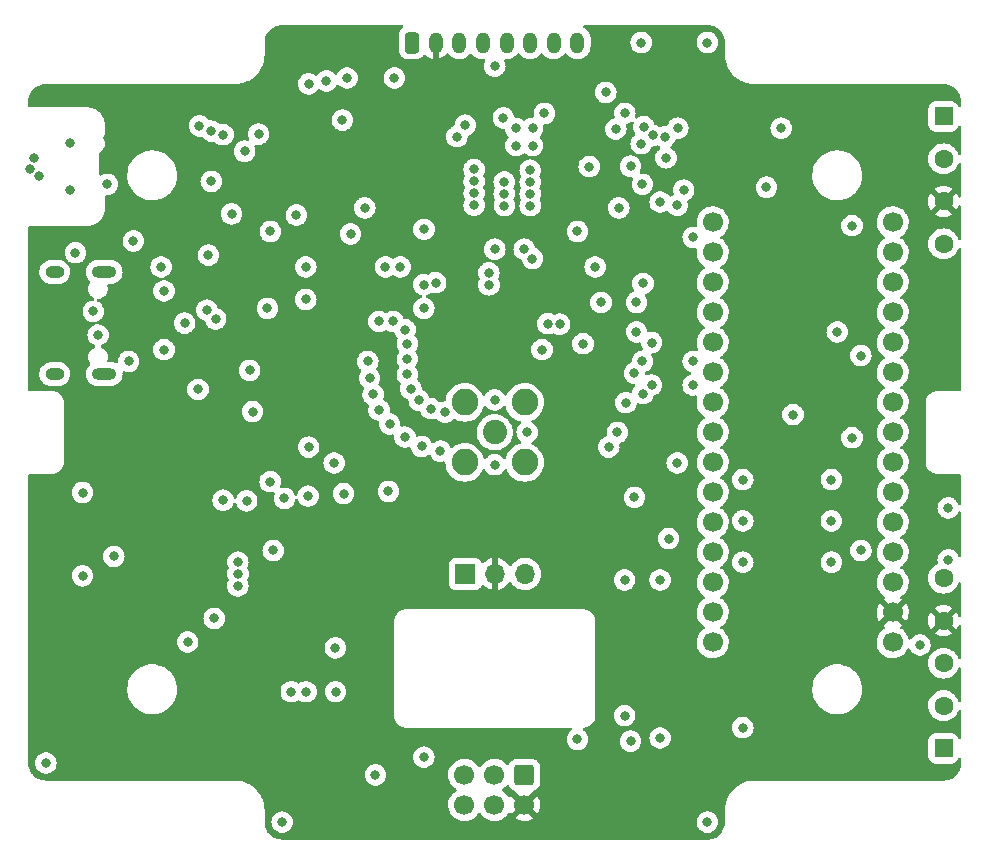
<source format=gbr>
%TF.GenerationSoftware,KiCad,Pcbnew,5.99.0-unknown-36d11f745e~142~ubuntu20.04.1*%
%TF.CreationDate,2021-10-28T09:57:51+02:00*%
%TF.ProjectId,Main_PCB_2,4d61696e-5f50-4434-925f-322e6b696361,rev?*%
%TF.SameCoordinates,Original*%
%TF.FileFunction,Copper,L2,Inr*%
%TF.FilePolarity,Positive*%
%FSLAX46Y46*%
G04 Gerber Fmt 4.6, Leading zero omitted, Abs format (unit mm)*
G04 Created by KiCad (PCBNEW 5.99.0-unknown-36d11f745e~142~ubuntu20.04.1) date 2021-10-28 09:57:51*
%MOMM*%
%LPD*%
G01*
G04 APERTURE LIST*
G04 Aperture macros list*
%AMRoundRect*
0 Rectangle with rounded corners*
0 $1 Rounding radius*
0 $2 $3 $4 $5 $6 $7 $8 $9 X,Y pos of 4 corners*
0 Add a 4 corners polygon primitive as box body*
4,1,4,$2,$3,$4,$5,$6,$7,$8,$9,$2,$3,0*
0 Add four circle primitives for the rounded corners*
1,1,$1+$1,$2,$3*
1,1,$1+$1,$4,$5*
1,1,$1+$1,$6,$7*
1,1,$1+$1,$8,$9*
0 Add four rect primitives between the rounded corners*
20,1,$1+$1,$2,$3,$4,$5,0*
20,1,$1+$1,$4,$5,$6,$7,0*
20,1,$1+$1,$6,$7,$8,$9,0*
20,1,$1+$1,$8,$9,$2,$3,0*%
G04 Aperture macros list end*
%TA.AperFunction,ComponentPad*%
%ADD10RoundRect,0.250000X-0.600000X0.600000X-0.600000X-0.600000X0.600000X-0.600000X0.600000X0.600000X0*%
%TD*%
%TA.AperFunction,ComponentPad*%
%ADD11C,1.700000*%
%TD*%
%TA.AperFunction,ComponentPad*%
%ADD12O,1.600000X1.000000*%
%TD*%
%TA.AperFunction,ComponentPad*%
%ADD13O,2.100000X1.000000*%
%TD*%
%TA.AperFunction,ComponentPad*%
%ADD14RoundRect,0.250000X-0.550000X0.550000X-0.550000X-0.550000X0.550000X-0.550000X0.550000X0.550000X0*%
%TD*%
%TA.AperFunction,ComponentPad*%
%ADD15C,1.600000*%
%TD*%
%TA.AperFunction,ComponentPad*%
%ADD16R,1.700000X1.700000*%
%TD*%
%TA.AperFunction,ComponentPad*%
%ADD17O,1.700000X1.700000*%
%TD*%
%TA.AperFunction,ComponentPad*%
%ADD18RoundRect,0.250000X0.550000X-0.550000X0.550000X0.550000X-0.550000X0.550000X-0.550000X-0.550000X0*%
%TD*%
%TA.AperFunction,ComponentPad*%
%ADD19RoundRect,0.250000X-0.350000X-0.650000X0.350000X-0.650000X0.350000X0.650000X-0.350000X0.650000X0*%
%TD*%
%TA.AperFunction,ComponentPad*%
%ADD20O,1.200000X1.800000*%
%TD*%
%TA.AperFunction,ComponentPad*%
%ADD21C,2.050000*%
%TD*%
%TA.AperFunction,ComponentPad*%
%ADD22C,2.250000*%
%TD*%
%TA.AperFunction,ViaPad*%
%ADD23C,0.800000*%
%TD*%
G04 APERTURE END LIST*
D10*
%TO.N,GND*%
%TO.C,J2*%
X111500000Y-127000000D03*
D11*
%TO.N,VCC*%
X111500000Y-129540000D03*
%TO.N,/IC2_MoistureSensor_SCL1*%
X108960000Y-127000000D03*
%TO.N,/IC2_MoistureSensor_SDA1*%
X108960000Y-129540000D03*
%TO.N,/IC2_MoistureSensor_SCL2*%
X106420000Y-127000000D03*
%TO.N,/IC2_MoistureSensor_SDA2*%
X106420000Y-129540000D03*
%TD*%
D12*
%TO.N,GND*%
%TO.C,J3*%
X71750000Y-84430000D03*
D13*
X75930000Y-84430000D03*
X75930000Y-93070000D03*
D12*
X71750000Y-93070000D03*
%TD*%
D11*
%TO.N,/D1_TX*%
%TO.C,U6*%
X127450000Y-80220000D03*
%TO.N,/D0_TX*%
X127450000Y-82760000D03*
%TO.N,/Reset*%
X127450000Y-85300000D03*
%TO.N,GND*%
X127450000Y-87840000D03*
%TO.N,/SPI_LORA_MOSI*%
X127450000Y-90380000D03*
%TO.N,/SPI_LORA_NSS*%
X127450000Y-92920000D03*
%TO.N,/IC2_MoistureSensor_SDA2*%
X127450000Y-95460000D03*
%TO.N,/IC2_MoistureSensor_SCL2*%
X127450000Y-98000000D03*
%TO.N,/TempAlert*%
X127450000Y-100540000D03*
%TO.N,unconnected-(U6-Pad10)*%
X127450000Y-103080000D03*
%TO.N,unconnected-(U6-Pad11)*%
X127450000Y-105620000D03*
%TO.N,/D9*%
X127450000Y-108160000D03*
%TO.N,/SPI_LORA_MISO*%
X127450000Y-110700000D03*
%TO.N,unconnected-(U6-Pad14)*%
X127450000Y-113240000D03*
%TO.N,/IC2_MoistureSensor_SDA1*%
X127450000Y-115780000D03*
%TO.N,/LED*%
X142690000Y-115780000D03*
%TO.N,VCC*%
X142690000Y-113240000D03*
%TO.N,unconnected-(U6-Pad18)*%
X142690000Y-110700000D03*
%TO.N,/bat_voltage*%
X142690000Y-108160000D03*
%TO.N,/LORA_DIO0*%
X142690000Y-105620000D03*
%TO.N,/LORA_DIO1*%
X142690000Y-103080000D03*
%TO.N,Lora-Reset*%
X142690000Y-100540000D03*
%TO.N,/SPI_LORA_SCK*%
X142690000Y-98000000D03*
%TO.N,unconnected-(U6-Pad24)*%
X142690000Y-95460000D03*
%TO.N,/IC2_MoistureSensor_SCL1*%
X142690000Y-92920000D03*
%TO.N,unconnected-(U6-Pad26)*%
X142690000Y-90380000D03*
%TO.N,unconnected-(U6-Pad27)*%
X142690000Y-87840000D03*
%TO.N,/Reset*%
X142690000Y-85300000D03*
%TO.N,GND*%
X142690000Y-82760000D03*
%TO.N,unconnected-(U6-Pad30)*%
X142690000Y-80220000D03*
%TD*%
D14*
%TO.N,VBAT*%
%TO.C,REF\u002A\u002A*%
X147000000Y-71250000D03*
D15*
%TO.N,/LED*%
X147000000Y-74850000D03*
%TO.N,VCC*%
X147000000Y-78450000D03*
%TO.N,GND*%
X147000000Y-82050000D03*
%TD*%
D16*
%TO.N,/usb3v3*%
%TO.C,J4*%
X106500000Y-110000000D03*
D17*
%TO.N,VCC*%
X109040000Y-110000000D03*
%TO.N,/battery*%
X111580000Y-110000000D03*
%TD*%
D18*
%TO.N,/battery*%
%TO.C,REF\u002A\u002A*%
X147000000Y-124750000D03*
D15*
%TO.N,/IC2_MoistureSensor_SCL1*%
X147000000Y-121150000D03*
%TO.N,/IC2_MoistureSensor_SDA1*%
X147000000Y-117550000D03*
%TO.N,VCC*%
X147000000Y-113950000D03*
%TO.N,GND*%
X147000000Y-110350000D03*
%TD*%
D19*
%TO.N,GND*%
%TO.C,J5*%
X102000000Y-65000000D03*
D20*
%TO.N,VCC*%
X104000000Y-65000000D03*
%TO.N,unconnected-(J5-Pad3)*%
X106000000Y-65000000D03*
%TO.N,/LED*%
X108000000Y-65000000D03*
%TO.N,/IC2_MoistureSensor_SCL1*%
X110000000Y-65000000D03*
%TO.N,/IC2_MoistureSensor_SDA1*%
X112000000Y-65000000D03*
%TO.N,/battery*%
X114000000Y-65000000D03*
%TO.N,VBAT*%
X116000000Y-65000000D03*
%TD*%
D21*
%TO.N,Net-(J1-Pad1)*%
%TO.C,J1*%
X109000000Y-98000000D03*
D22*
%TO.N,GND*%
X106460000Y-100540000D03*
X111540000Y-95460000D03*
X106460000Y-95460000D03*
X111540000Y-100540000D03*
%TD*%
D23*
%TO.N,/IC2_MoistureSensor_SCL1*%
X70424834Y-76320189D03*
X110800000Y-72275500D03*
X110800000Y-73724500D03*
X113500000Y-88800000D03*
X86000000Y-72800000D03*
X121551000Y-94735500D03*
X123400000Y-73000000D03*
%TO.N,/IC2_MoistureSensor_SDA1*%
X114500000Y-88843738D03*
X120500000Y-124150500D03*
X112200000Y-72275500D03*
X85000000Y-72500000D03*
X123000000Y-123875500D03*
X122275500Y-94000000D03*
X124500000Y-72250000D03*
X112200000Y-73724500D03*
X69612407Y-75737981D03*
%TO.N,/LORA_DIO0*%
X83875008Y-94375008D03*
X121400000Y-73570732D03*
X123724500Y-107000000D03*
%TO.N,VCC*%
X111000000Y-91750000D03*
X127750000Y-76000000D03*
X93000000Y-88250000D03*
X76269841Y-73069841D03*
X90520000Y-119970000D03*
X133500000Y-76000000D03*
X106500000Y-85000000D03*
X79500000Y-113750000D03*
X79500000Y-104750000D03*
X105237701Y-71500000D03*
X116000000Y-83750000D03*
X115500000Y-70674020D03*
X99000000Y-109500000D03*
X99750000Y-79000000D03*
%TO.N,/LORA_DIO1*%
X93200000Y-103400000D03*
X89750000Y-87500000D03*
X107250000Y-75750000D03*
%TO.N,/Reset*%
X120500000Y-75469263D03*
X105800000Y-72975000D03*
X95500000Y-116250000D03*
X87825980Y-74200000D03*
X83000000Y-115750000D03*
X121551000Y-85400000D03*
%TO.N,GND*%
X138000000Y-89500000D03*
X89000000Y-72750000D03*
X101600000Y-91800000D03*
X86000000Y-103750000D03*
X121400000Y-65000000D03*
X125000000Y-77500000D03*
X90250000Y-108000000D03*
X101900000Y-94300000D03*
X121000000Y-87000000D03*
X98400000Y-93400000D03*
X73000000Y-73500000D03*
X103600000Y-96000000D03*
X101600000Y-93100000D03*
X101600000Y-90500000D03*
X73000000Y-77500000D03*
X121000000Y-89500000D03*
X134250000Y-96500000D03*
X147400000Y-108800000D03*
X92200000Y-79600000D03*
X125800000Y-81500000D03*
X119500000Y-79000000D03*
X82750000Y-88750000D03*
X71000000Y-126000000D03*
X80750000Y-84000000D03*
X78000000Y-92000000D03*
X100500000Y-68000000D03*
X127000000Y-131000000D03*
X90000000Y-81000000D03*
X88250000Y-92750000D03*
X121500000Y-92000000D03*
X117000000Y-75500000D03*
X120012299Y-70987701D03*
X102600000Y-95300000D03*
X111750000Y-98000000D03*
X99200000Y-88600000D03*
X88500000Y-96250000D03*
X100000000Y-103000000D03*
X116000000Y-124000000D03*
X98700000Y-94800000D03*
X84750000Y-83000000D03*
X127000000Y-65000000D03*
X85000000Y-76750000D03*
X99200000Y-96100000D03*
X93020000Y-119970000D03*
X104000000Y-85325980D03*
X109000000Y-95250000D03*
X133250000Y-72250000D03*
X130000000Y-109000000D03*
X98250000Y-92000000D03*
X109000000Y-100750000D03*
X106500000Y-72000000D03*
X102800000Y-99200000D03*
X74100000Y-103100000D03*
X125800000Y-92000000D03*
X104800000Y-96300000D03*
X74100000Y-110150000D03*
X125800000Y-94000000D03*
X95520000Y-119970000D03*
X95400000Y-100600000D03*
X137500000Y-102000000D03*
X96098774Y-71565699D03*
X130000000Y-102000000D03*
X109000000Y-67000000D03*
X100100000Y-97300000D03*
X147400000Y-104400000D03*
X96500000Y-68000000D03*
X137500000Y-105500000D03*
X112192851Y-83307149D03*
X104400000Y-99600000D03*
X120000000Y-110500000D03*
X123501605Y-74759375D03*
X101400000Y-89300000D03*
X116000000Y-81000000D03*
X93250000Y-99250000D03*
X101400000Y-98400000D03*
X91000000Y-131000000D03*
X85250000Y-113750000D03*
X137500000Y-109000000D03*
X100400000Y-88600000D03*
X93000000Y-86750000D03*
X118000000Y-87000000D03*
X76200000Y-77000000D03*
X93250000Y-68500000D03*
X91770000Y-119970000D03*
X98000000Y-79000000D03*
X130000000Y-105500000D03*
X120000000Y-122000000D03*
X103000000Y-125500000D03*
%TO.N,/SPI_LORA_NSS*%
X120826500Y-93000000D03*
X120826500Y-103500497D03*
X96200000Y-103200000D03*
%TO.N,Lora-Reset*%
X99737788Y-83999989D03*
X108512299Y-85512299D03*
X118653000Y-99250000D03*
%TO.N,/SPI_LORA_MOSI*%
X112000000Y-76800497D03*
X121500000Y-77000000D03*
X107250000Y-76750497D03*
X109800000Y-76800000D03*
X89987701Y-102187701D03*
X122275500Y-90400000D03*
%TO.N,/SPI_LORA_MISO*%
X107250000Y-77750000D03*
X123000000Y-110500000D03*
X109800000Y-77800000D03*
X88000000Y-103800000D03*
X123000000Y-78500000D03*
X112000000Y-77800000D03*
%TO.N,/SPI_LORA_SCK*%
X107250000Y-78774599D03*
X91200000Y-103600000D03*
X139250000Y-80500000D03*
X109812299Y-78800000D03*
X139250000Y-98450011D03*
X112000000Y-78812051D03*
%TO.N,/D0_TX*%
X108500000Y-84500000D03*
X117500000Y-84000000D03*
X103000000Y-85500000D03*
%TO.N,/D1_TX*%
X109000000Y-82500000D03*
X111500000Y-82500000D03*
X101000000Y-84000000D03*
%TO.N,VBAT*%
X118400000Y-69225009D03*
X86724500Y-79500000D03*
%TO.N,/IC2_MoistureSensor_SCL2*%
X119377500Y-98000000D03*
X98900000Y-127000000D03*
%TO.N,/IC2_MoistureSensor_SDA2*%
X120102000Y-95500000D03*
%TO.N,/SWDIO*%
X87250000Y-111000000D03*
X119250000Y-72325499D03*
%TO.N,/SWCLK*%
X87262299Y-109987701D03*
X113200000Y-71000000D03*
%TO.N,/SWO*%
X87249854Y-108988276D03*
X109727141Y-71376460D03*
%TO.N,/TempAlert*%
X84000000Y-72050491D03*
X69988190Y-74811810D03*
X112000000Y-75800000D03*
X124449000Y-78775500D03*
X124449000Y-100600000D03*
%TO.N,+5V*%
X81000000Y-91000000D03*
X81000000Y-86037500D03*
%TO.N,Net-(J3-PadB5)*%
X75416609Y-89764620D03*
X73500000Y-82800000D03*
%TO.N,Net-(J3-PadA5)*%
X75010867Y-87760867D03*
X78400000Y-81800000D03*
%TO.N,USB+*%
X85371232Y-88395732D03*
X121628768Y-72128768D03*
%TO.N,USB-*%
X84628768Y-87653268D03*
X122371232Y-72871232D03*
%TO.N,/battery*%
X132000000Y-77250000D03*
X130000000Y-123000000D03*
%TO.N,/usb3v3*%
X93000000Y-84000000D03*
%TO.N,/boot0*%
X94750000Y-68252909D03*
X76750000Y-108500000D03*
%TO.N,/bat_voltage*%
X103000000Y-87500000D03*
X116476020Y-90500000D03*
X113000000Y-91000000D03*
X140000000Y-108000000D03*
X103009124Y-80809124D03*
X96800000Y-81202429D03*
X140000000Y-91500000D03*
%TO.N,/LED*%
X145000000Y-116000000D03*
%TD*%
%TA.AperFunction,Conductor*%
%TO.N,VCC*%
G36*
X101194241Y-63528002D02*
G01*
X101240734Y-63581658D01*
X101250838Y-63651932D01*
X101221344Y-63716512D01*
X101192425Y-63741143D01*
X101175652Y-63751522D01*
X101050695Y-63876697D01*
X101046855Y-63882927D01*
X101046854Y-63882928D01*
X100982005Y-63988133D01*
X100957885Y-64027262D01*
X100955581Y-64034209D01*
X100923409Y-64131206D01*
X100902203Y-64195139D01*
X100891500Y-64299600D01*
X100891500Y-65700400D01*
X100891837Y-65703646D01*
X100891837Y-65703650D01*
X100900913Y-65791118D01*
X100902474Y-65806166D01*
X100904655Y-65812702D01*
X100904655Y-65812704D01*
X100937603Y-65911460D01*
X100958450Y-65973946D01*
X101051522Y-66124348D01*
X101176697Y-66249305D01*
X101182927Y-66253145D01*
X101182928Y-66253146D01*
X101320090Y-66337694D01*
X101327262Y-66342115D01*
X101363942Y-66354281D01*
X101488611Y-66395632D01*
X101488613Y-66395632D01*
X101495139Y-66397797D01*
X101501975Y-66398497D01*
X101501978Y-66398498D01*
X101540386Y-66402433D01*
X101599600Y-66408500D01*
X102400400Y-66408500D01*
X102403646Y-66408163D01*
X102403650Y-66408163D01*
X102499308Y-66398238D01*
X102499312Y-66398237D01*
X102506166Y-66397526D01*
X102512702Y-66395345D01*
X102512704Y-66395345D01*
X102659637Y-66346324D01*
X102673946Y-66341550D01*
X102824348Y-66248478D01*
X102949305Y-66123303D01*
X102968909Y-66091500D01*
X102981355Y-66071310D01*
X103034127Y-66023817D01*
X103104199Y-66012395D01*
X103169323Y-66040669D01*
X103187702Y-66059597D01*
X103190262Y-66062856D01*
X103198499Y-66071506D01*
X103349123Y-66202212D01*
X103358847Y-66209147D01*
X103531467Y-66309010D01*
X103542331Y-66313984D01*
X103730727Y-66379407D01*
X103731716Y-66379648D01*
X103742008Y-66378180D01*
X103746000Y-66364615D01*
X103746000Y-64872000D01*
X103766002Y-64803879D01*
X103819658Y-64757386D01*
X103872000Y-64746000D01*
X104128000Y-64746000D01*
X104196121Y-64766002D01*
X104242614Y-64819658D01*
X104254000Y-64872000D01*
X104254000Y-66360402D01*
X104257973Y-66373933D01*
X104267399Y-66375288D01*
X104356537Y-66353806D01*
X104367832Y-66349917D01*
X104549382Y-66267371D01*
X104559724Y-66261424D01*
X104722397Y-66146032D01*
X104731425Y-66138239D01*
X104869342Y-65994169D01*
X104876741Y-65984800D01*
X104894418Y-65957423D01*
X104948172Y-65911045D01*
X105018468Y-65901091D01*
X105082985Y-65930722D01*
X105099356Y-65947937D01*
X105193604Y-66067920D01*
X105198135Y-66071852D01*
X105198138Y-66071855D01*
X105283620Y-66146032D01*
X105353363Y-66206552D01*
X105358549Y-66209552D01*
X105358553Y-66209555D01*
X105513272Y-66299062D01*
X105536454Y-66312473D01*
X105736271Y-66381861D01*
X105742206Y-66382722D01*
X105742208Y-66382722D01*
X105939664Y-66411352D01*
X105939667Y-66411352D01*
X105945604Y-66412213D01*
X106156899Y-66402433D01*
X106288077Y-66370819D01*
X106356701Y-66354281D01*
X106356703Y-66354280D01*
X106362534Y-66352875D01*
X106367992Y-66350393D01*
X106367996Y-66350392D01*
X106483041Y-66298084D01*
X106555087Y-66265326D01*
X106727611Y-66142946D01*
X106857473Y-66007290D01*
X106869736Y-65994480D01*
X106873881Y-65990150D01*
X106885124Y-65972738D01*
X106894746Y-65957837D01*
X106948501Y-65911460D01*
X107018797Y-65901507D01*
X107083314Y-65931139D01*
X107099681Y-65948351D01*
X107193604Y-66067920D01*
X107198135Y-66071852D01*
X107198138Y-66071855D01*
X107283620Y-66146032D01*
X107353363Y-66206552D01*
X107358549Y-66209552D01*
X107358553Y-66209555D01*
X107513272Y-66299062D01*
X107536454Y-66312473D01*
X107736271Y-66381861D01*
X107742206Y-66382722D01*
X107742208Y-66382722D01*
X107939664Y-66411352D01*
X107939667Y-66411352D01*
X107945604Y-66412213D01*
X108025823Y-66408500D01*
X108069643Y-66406472D01*
X108138616Y-66423303D01*
X108187540Y-66474752D01*
X108200882Y-66544483D01*
X108184588Y-66595336D01*
X108165473Y-66628444D01*
X108106458Y-66810072D01*
X108105768Y-66816633D01*
X108105768Y-66816635D01*
X108088908Y-66977053D01*
X108086496Y-67000000D01*
X108106458Y-67189928D01*
X108165473Y-67371556D01*
X108168776Y-67377278D01*
X108168777Y-67377279D01*
X108197663Y-67427311D01*
X108260960Y-67536944D01*
X108265378Y-67541851D01*
X108265379Y-67541852D01*
X108363380Y-67650693D01*
X108388747Y-67678866D01*
X108543248Y-67791118D01*
X108549276Y-67793802D01*
X108549278Y-67793803D01*
X108711681Y-67866109D01*
X108717712Y-67868794D01*
X108811112Y-67888647D01*
X108898056Y-67907128D01*
X108898061Y-67907128D01*
X108904513Y-67908500D01*
X109095487Y-67908500D01*
X109101939Y-67907128D01*
X109101944Y-67907128D01*
X109188888Y-67888647D01*
X109282288Y-67868794D01*
X109288319Y-67866109D01*
X109450722Y-67793803D01*
X109450724Y-67793802D01*
X109456752Y-67791118D01*
X109611253Y-67678866D01*
X109636620Y-67650693D01*
X109734621Y-67541852D01*
X109734622Y-67541851D01*
X109739040Y-67536944D01*
X109802337Y-67427311D01*
X109831223Y-67377279D01*
X109831224Y-67377278D01*
X109834527Y-67371556D01*
X109893542Y-67189928D01*
X109913504Y-67000000D01*
X109911092Y-66977053D01*
X109894232Y-66816635D01*
X109894232Y-66816633D01*
X109893542Y-66810072D01*
X109834527Y-66628444D01*
X109820954Y-66604934D01*
X109818020Y-66599853D01*
X109801282Y-66530858D01*
X109824502Y-66463766D01*
X109880310Y-66419879D01*
X109933556Y-66413557D01*
X109933678Y-66411059D01*
X109939662Y-66411351D01*
X109945604Y-66412213D01*
X110156899Y-66402433D01*
X110288077Y-66370819D01*
X110356701Y-66354281D01*
X110356703Y-66354280D01*
X110362534Y-66352875D01*
X110367992Y-66350393D01*
X110367996Y-66350392D01*
X110483041Y-66298084D01*
X110555087Y-66265326D01*
X110727611Y-66142946D01*
X110857473Y-66007290D01*
X110869736Y-65994480D01*
X110873881Y-65990150D01*
X110885124Y-65972738D01*
X110894746Y-65957837D01*
X110948501Y-65911460D01*
X111018797Y-65901507D01*
X111083314Y-65931139D01*
X111099681Y-65948351D01*
X111193604Y-66067920D01*
X111198135Y-66071852D01*
X111198138Y-66071855D01*
X111283620Y-66146032D01*
X111353363Y-66206552D01*
X111358549Y-66209552D01*
X111358553Y-66209555D01*
X111513272Y-66299062D01*
X111536454Y-66312473D01*
X111736271Y-66381861D01*
X111742206Y-66382722D01*
X111742208Y-66382722D01*
X111939664Y-66411352D01*
X111939667Y-66411352D01*
X111945604Y-66412213D01*
X112156899Y-66402433D01*
X112288077Y-66370819D01*
X112356701Y-66354281D01*
X112356703Y-66354280D01*
X112362534Y-66352875D01*
X112367992Y-66350393D01*
X112367996Y-66350392D01*
X112483041Y-66298084D01*
X112555087Y-66265326D01*
X112727611Y-66142946D01*
X112857473Y-66007290D01*
X112869736Y-65994480D01*
X112873881Y-65990150D01*
X112885124Y-65972738D01*
X112894746Y-65957837D01*
X112948501Y-65911460D01*
X113018797Y-65901507D01*
X113083314Y-65931139D01*
X113099681Y-65948351D01*
X113193604Y-66067920D01*
X113198135Y-66071852D01*
X113198138Y-66071855D01*
X113283620Y-66146032D01*
X113353363Y-66206552D01*
X113358549Y-66209552D01*
X113358553Y-66209555D01*
X113513272Y-66299062D01*
X113536454Y-66312473D01*
X113736271Y-66381861D01*
X113742206Y-66382722D01*
X113742208Y-66382722D01*
X113939664Y-66411352D01*
X113939667Y-66411352D01*
X113945604Y-66412213D01*
X114156899Y-66402433D01*
X114288077Y-66370819D01*
X114356701Y-66354281D01*
X114356703Y-66354280D01*
X114362534Y-66352875D01*
X114367992Y-66350393D01*
X114367996Y-66350392D01*
X114483041Y-66298084D01*
X114555087Y-66265326D01*
X114727611Y-66142946D01*
X114857473Y-66007290D01*
X114869736Y-65994480D01*
X114873881Y-65990150D01*
X114885124Y-65972738D01*
X114894746Y-65957837D01*
X114948501Y-65911460D01*
X115018797Y-65901507D01*
X115083314Y-65931139D01*
X115099681Y-65948351D01*
X115193604Y-66067920D01*
X115198135Y-66071852D01*
X115198138Y-66071855D01*
X115283620Y-66146032D01*
X115353363Y-66206552D01*
X115358549Y-66209552D01*
X115358553Y-66209555D01*
X115513272Y-66299062D01*
X115536454Y-66312473D01*
X115736271Y-66381861D01*
X115742206Y-66382722D01*
X115742208Y-66382722D01*
X115939664Y-66411352D01*
X115939667Y-66411352D01*
X115945604Y-66412213D01*
X116156899Y-66402433D01*
X116288077Y-66370819D01*
X116356701Y-66354281D01*
X116356703Y-66354280D01*
X116362534Y-66352875D01*
X116367992Y-66350393D01*
X116367996Y-66350392D01*
X116483041Y-66298084D01*
X116555087Y-66265326D01*
X116727611Y-66142946D01*
X116857473Y-66007290D01*
X116869736Y-65994480D01*
X116873881Y-65990150D01*
X116988620Y-65812452D01*
X117040892Y-65682749D01*
X117065442Y-65621832D01*
X117065443Y-65621829D01*
X117067686Y-65616263D01*
X117108228Y-65408663D01*
X117108500Y-65403101D01*
X117108500Y-65000000D01*
X120486496Y-65000000D01*
X120487186Y-65006565D01*
X120491681Y-65049328D01*
X120506458Y-65189928D01*
X120565473Y-65371556D01*
X120568776Y-65377278D01*
X120568777Y-65377279D01*
X120586897Y-65408663D01*
X120660960Y-65536944D01*
X120788747Y-65678866D01*
X120943248Y-65791118D01*
X120949276Y-65793802D01*
X120949278Y-65793803D01*
X121111681Y-65866109D01*
X121117712Y-65868794D01*
X121211112Y-65888647D01*
X121298056Y-65907128D01*
X121298061Y-65907128D01*
X121304513Y-65908500D01*
X121495487Y-65908500D01*
X121501939Y-65907128D01*
X121501944Y-65907128D01*
X121588888Y-65888647D01*
X121682288Y-65868794D01*
X121688319Y-65866109D01*
X121850722Y-65793803D01*
X121850724Y-65793802D01*
X121856752Y-65791118D01*
X122011253Y-65678866D01*
X122139040Y-65536944D01*
X122213103Y-65408663D01*
X122231223Y-65377279D01*
X122231224Y-65377278D01*
X122234527Y-65371556D01*
X122293542Y-65189928D01*
X122308320Y-65049328D01*
X122312814Y-65006565D01*
X122313504Y-65000000D01*
X126086496Y-65000000D01*
X126087186Y-65006565D01*
X126091681Y-65049328D01*
X126106458Y-65189928D01*
X126165473Y-65371556D01*
X126168776Y-65377278D01*
X126168777Y-65377279D01*
X126186897Y-65408663D01*
X126260960Y-65536944D01*
X126388747Y-65678866D01*
X126543248Y-65791118D01*
X126549276Y-65793802D01*
X126549278Y-65793803D01*
X126711681Y-65866109D01*
X126717712Y-65868794D01*
X126811112Y-65888647D01*
X126898056Y-65907128D01*
X126898061Y-65907128D01*
X126904513Y-65908500D01*
X127095487Y-65908500D01*
X127101939Y-65907128D01*
X127101944Y-65907128D01*
X127188888Y-65888647D01*
X127282288Y-65868794D01*
X127288319Y-65866109D01*
X127450722Y-65793803D01*
X127450724Y-65793802D01*
X127456752Y-65791118D01*
X127611253Y-65678866D01*
X127739040Y-65536944D01*
X127813103Y-65408663D01*
X127831223Y-65377279D01*
X127831224Y-65377278D01*
X127834527Y-65371556D01*
X127893542Y-65189928D01*
X127908320Y-65049328D01*
X127912814Y-65006565D01*
X127913504Y-65000000D01*
X127893542Y-64810072D01*
X127834527Y-64628444D01*
X127816315Y-64596899D01*
X127754269Y-64489434D01*
X127739040Y-64463056D01*
X127672038Y-64388642D01*
X127615675Y-64326045D01*
X127615674Y-64326044D01*
X127611253Y-64321134D01*
X127456752Y-64208882D01*
X127450724Y-64206198D01*
X127450722Y-64206197D01*
X127288319Y-64133891D01*
X127288318Y-64133891D01*
X127282288Y-64131206D01*
X127177935Y-64109025D01*
X127101944Y-64092872D01*
X127101939Y-64092872D01*
X127095487Y-64091500D01*
X126904513Y-64091500D01*
X126898061Y-64092872D01*
X126898056Y-64092872D01*
X126822065Y-64109025D01*
X126717712Y-64131206D01*
X126711682Y-64133891D01*
X126711681Y-64133891D01*
X126549278Y-64206197D01*
X126549276Y-64206198D01*
X126543248Y-64208882D01*
X126388747Y-64321134D01*
X126384326Y-64326044D01*
X126384325Y-64326045D01*
X126327963Y-64388642D01*
X126260960Y-64463056D01*
X126245731Y-64489434D01*
X126183686Y-64596899D01*
X126165473Y-64628444D01*
X126106458Y-64810072D01*
X126086496Y-65000000D01*
X122313504Y-65000000D01*
X122293542Y-64810072D01*
X122234527Y-64628444D01*
X122216315Y-64596899D01*
X122154269Y-64489434D01*
X122139040Y-64463056D01*
X122072038Y-64388642D01*
X122015675Y-64326045D01*
X122015674Y-64326044D01*
X122011253Y-64321134D01*
X121856752Y-64208882D01*
X121850724Y-64206198D01*
X121850722Y-64206197D01*
X121688319Y-64133891D01*
X121688318Y-64133891D01*
X121682288Y-64131206D01*
X121577935Y-64109025D01*
X121501944Y-64092872D01*
X121501939Y-64092872D01*
X121495487Y-64091500D01*
X121304513Y-64091500D01*
X121298061Y-64092872D01*
X121298056Y-64092872D01*
X121222065Y-64109025D01*
X121117712Y-64131206D01*
X121111682Y-64133891D01*
X121111681Y-64133891D01*
X120949278Y-64206197D01*
X120949276Y-64206198D01*
X120943248Y-64208882D01*
X120788747Y-64321134D01*
X120784326Y-64326044D01*
X120784325Y-64326045D01*
X120727963Y-64388642D01*
X120660960Y-64463056D01*
X120645731Y-64489434D01*
X120583686Y-64596899D01*
X120565473Y-64628444D01*
X120506458Y-64810072D01*
X120486496Y-65000000D01*
X117108500Y-65000000D01*
X117108500Y-64647154D01*
X117093452Y-64489434D01*
X117033908Y-64286466D01*
X116998905Y-64218503D01*
X116939804Y-64103751D01*
X116939802Y-64103748D01*
X116937058Y-64098420D01*
X116806396Y-63932080D01*
X116801865Y-63928148D01*
X116801862Y-63928145D01*
X116651167Y-63797379D01*
X116646637Y-63793448D01*
X116641451Y-63790448D01*
X116641447Y-63790445D01*
X116559545Y-63743064D01*
X116510596Y-63691639D01*
X116497221Y-63621913D01*
X116523665Y-63556026D01*
X116581533Y-63514894D01*
X116622640Y-63508000D01*
X126950672Y-63508000D01*
X126970056Y-63509500D01*
X126972284Y-63509847D01*
X126984859Y-63511805D01*
X126984861Y-63511805D01*
X126993730Y-63513186D01*
X127002632Y-63512022D01*
X127002634Y-63512022D01*
X127008959Y-63511195D01*
X127034282Y-63510452D01*
X127198126Y-63522170D01*
X127203343Y-63522543D01*
X127221137Y-63525101D01*
X127411540Y-63566521D01*
X127428788Y-63571586D01*
X127611358Y-63639682D01*
X127627710Y-63647149D01*
X127636470Y-63651932D01*
X127798734Y-63740534D01*
X127813848Y-63750248D01*
X127877355Y-63797788D01*
X127969842Y-63867023D01*
X127983428Y-63878796D01*
X128121204Y-64016572D01*
X128132977Y-64030158D01*
X128249752Y-64186152D01*
X128259466Y-64201266D01*
X128265744Y-64212763D01*
X128352851Y-64372290D01*
X128360318Y-64388642D01*
X128428414Y-64571212D01*
X128433479Y-64588460D01*
X128443545Y-64634729D01*
X128474899Y-64778863D01*
X128477457Y-64796658D01*
X128489041Y-64958629D01*
X128488297Y-64976533D01*
X128488195Y-64984858D01*
X128486814Y-64993730D01*
X128487978Y-65002632D01*
X128487978Y-65002635D01*
X128490936Y-65025251D01*
X128492000Y-65041589D01*
X128492000Y-65946793D01*
X128490254Y-65967697D01*
X128486929Y-65987461D01*
X128486776Y-66000000D01*
X128487466Y-66004815D01*
X128487627Y-66007290D01*
X128488195Y-66012885D01*
X128505505Y-66299061D01*
X128505735Y-66302858D01*
X128560427Y-66601301D01*
X128650693Y-66890975D01*
X128652255Y-66894445D01*
X128652257Y-66894451D01*
X128696806Y-66993435D01*
X128775217Y-67167656D01*
X128777186Y-67170913D01*
X128777188Y-67170917D01*
X128882068Y-67344409D01*
X128932184Y-67427311D01*
X128934525Y-67430299D01*
X128934527Y-67430302D01*
X128981345Y-67490060D01*
X129119304Y-67666152D01*
X129333848Y-67880696D01*
X129572689Y-68067816D01*
X129575943Y-68069783D01*
X129829083Y-68222812D01*
X129829087Y-68222814D01*
X129832344Y-68224783D01*
X129970684Y-68287045D01*
X130105549Y-68347743D01*
X130105555Y-68347745D01*
X130109025Y-68349307D01*
X130398699Y-68439573D01*
X130697142Y-68494265D01*
X130700933Y-68494494D01*
X130700939Y-68494495D01*
X130878995Y-68505264D01*
X130969213Y-68510721D01*
X130982517Y-68512239D01*
X130987461Y-68513071D01*
X130993938Y-68513150D01*
X130995141Y-68513165D01*
X130995145Y-68513165D01*
X131000000Y-68513224D01*
X131027588Y-68509273D01*
X131045451Y-68508000D01*
X146950672Y-68508000D01*
X146970056Y-68509500D01*
X146971637Y-68509746D01*
X146984859Y-68511805D01*
X146984861Y-68511805D01*
X146993730Y-68513186D01*
X147002632Y-68512022D01*
X147002634Y-68512022D01*
X147008959Y-68511195D01*
X147034282Y-68510452D01*
X147198126Y-68522170D01*
X147203343Y-68522543D01*
X147221137Y-68525101D01*
X147411540Y-68566521D01*
X147428788Y-68571586D01*
X147611358Y-68639682D01*
X147627710Y-68647149D01*
X147676802Y-68673955D01*
X147798734Y-68740534D01*
X147813848Y-68750248D01*
X147873311Y-68794761D01*
X147969842Y-68867023D01*
X147983428Y-68878796D01*
X148121204Y-69016572D01*
X148132977Y-69030158D01*
X148136662Y-69035081D01*
X148249752Y-69186152D01*
X148259466Y-69201266D01*
X148317190Y-69306980D01*
X148352851Y-69372290D01*
X148360318Y-69388642D01*
X148428414Y-69571212D01*
X148433480Y-69588462D01*
X148474899Y-69778863D01*
X148477457Y-69796658D01*
X148489041Y-69958629D01*
X148488297Y-69976533D01*
X148488195Y-69984858D01*
X148486814Y-69993730D01*
X148487978Y-70002632D01*
X148487978Y-70002635D01*
X148490936Y-70025251D01*
X148492000Y-70041589D01*
X148492000Y-70350943D01*
X148471998Y-70419064D01*
X148418342Y-70465557D01*
X148348068Y-70475661D01*
X148283488Y-70446167D01*
X148246476Y-70390819D01*
X148243868Y-70383002D01*
X148241550Y-70376054D01*
X148148478Y-70225652D01*
X148023303Y-70100695D01*
X148008386Y-70091500D01*
X147878968Y-70011725D01*
X147878966Y-70011724D01*
X147872738Y-70007885D01*
X147712254Y-69954655D01*
X147711389Y-69954368D01*
X147711387Y-69954368D01*
X147704861Y-69952203D01*
X147698025Y-69951503D01*
X147698022Y-69951502D01*
X147654969Y-69947091D01*
X147600400Y-69941500D01*
X146399600Y-69941500D01*
X146396354Y-69941837D01*
X146396350Y-69941837D01*
X146300692Y-69951762D01*
X146300688Y-69951763D01*
X146293834Y-69952474D01*
X146287298Y-69954655D01*
X146287296Y-69954655D01*
X146178235Y-69991041D01*
X146126054Y-70008450D01*
X145975652Y-70101522D01*
X145850695Y-70226697D01*
X145757885Y-70377262D01*
X145744020Y-70419064D01*
X145713742Y-70510351D01*
X145702203Y-70545139D01*
X145691500Y-70649600D01*
X145691500Y-71850400D01*
X145691837Y-71853646D01*
X145691837Y-71853650D01*
X145701650Y-71948220D01*
X145702474Y-71956166D01*
X145704655Y-71962702D01*
X145704655Y-71962704D01*
X145741598Y-72073434D01*
X145758450Y-72123946D01*
X145851522Y-72274348D01*
X145856704Y-72279521D01*
X145869456Y-72292251D01*
X145976697Y-72399305D01*
X145982927Y-72403145D01*
X145982928Y-72403146D01*
X146120090Y-72487694D01*
X146127262Y-72492115D01*
X146152012Y-72500324D01*
X146288611Y-72545632D01*
X146288613Y-72545632D01*
X146295139Y-72547797D01*
X146301975Y-72548497D01*
X146301978Y-72548498D01*
X146345031Y-72552909D01*
X146399600Y-72558500D01*
X147600400Y-72558500D01*
X147603646Y-72558163D01*
X147603650Y-72558163D01*
X147699308Y-72548238D01*
X147699312Y-72548237D01*
X147706166Y-72547526D01*
X147712702Y-72545345D01*
X147712704Y-72545345D01*
X147847647Y-72500324D01*
X147873946Y-72491550D01*
X148024348Y-72398478D01*
X148149305Y-72273303D01*
X148153146Y-72267072D01*
X148238275Y-72128968D01*
X148238276Y-72128966D01*
X148242115Y-72122738D01*
X148246407Y-72109798D01*
X148286838Y-72051438D01*
X148352402Y-72024201D01*
X148422283Y-72036734D01*
X148474295Y-72085059D01*
X148492000Y-72149465D01*
X148492000Y-74405500D01*
X148471998Y-74473621D01*
X148418342Y-74520114D01*
X148348068Y-74530218D01*
X148283488Y-74500724D01*
X148244293Y-74438111D01*
X148235707Y-74406067D01*
X148235706Y-74406065D01*
X148234284Y-74400757D01*
X148231182Y-74394104D01*
X148139849Y-74198238D01*
X148139846Y-74198233D01*
X148137523Y-74193251D01*
X148006198Y-74005700D01*
X147844300Y-73843802D01*
X147839792Y-73840645D01*
X147839789Y-73840643D01*
X147750839Y-73778360D01*
X147656749Y-73712477D01*
X147651767Y-73710154D01*
X147651762Y-73710151D01*
X147454225Y-73618039D01*
X147454224Y-73618039D01*
X147449243Y-73615716D01*
X147443935Y-73614294D01*
X147443933Y-73614293D01*
X147233402Y-73557881D01*
X147233400Y-73557881D01*
X147228087Y-73556457D01*
X147000000Y-73536502D01*
X146771913Y-73556457D01*
X146766600Y-73557881D01*
X146766598Y-73557881D01*
X146556067Y-73614293D01*
X146556065Y-73614294D01*
X146550757Y-73615716D01*
X146545776Y-73618039D01*
X146545775Y-73618039D01*
X146348238Y-73710151D01*
X146348233Y-73710154D01*
X146343251Y-73712477D01*
X146249161Y-73778360D01*
X146160211Y-73840643D01*
X146160208Y-73840645D01*
X146155700Y-73843802D01*
X145993802Y-74005700D01*
X145862477Y-74193251D01*
X145860154Y-74198233D01*
X145860151Y-74198238D01*
X145768818Y-74394104D01*
X145765716Y-74400757D01*
X145764294Y-74406065D01*
X145764293Y-74406067D01*
X145712203Y-74600469D01*
X145706457Y-74621913D01*
X145686502Y-74850000D01*
X145706457Y-75078087D01*
X145707881Y-75083400D01*
X145707881Y-75083402D01*
X145760382Y-75279335D01*
X145765716Y-75299243D01*
X145768039Y-75304224D01*
X145768039Y-75304225D01*
X145860151Y-75501762D01*
X145860154Y-75501767D01*
X145862477Y-75506749D01*
X145904410Y-75566635D01*
X145987889Y-75685855D01*
X145993802Y-75694300D01*
X146155700Y-75856198D01*
X146160208Y-75859355D01*
X146160211Y-75859357D01*
X146206116Y-75891500D01*
X146343251Y-75987523D01*
X146348233Y-75989846D01*
X146348238Y-75989849D01*
X146523337Y-76071498D01*
X146550757Y-76084284D01*
X146556065Y-76085706D01*
X146556067Y-76085707D01*
X146766598Y-76142119D01*
X146766600Y-76142119D01*
X146771913Y-76143543D01*
X147000000Y-76163498D01*
X147228087Y-76143543D01*
X147233400Y-76142119D01*
X147233402Y-76142119D01*
X147443933Y-76085707D01*
X147443935Y-76085706D01*
X147449243Y-76084284D01*
X147476663Y-76071498D01*
X147651762Y-75989849D01*
X147651767Y-75989846D01*
X147656749Y-75987523D01*
X147793884Y-75891500D01*
X147839789Y-75859357D01*
X147839792Y-75859355D01*
X147844300Y-75856198D01*
X148006198Y-75694300D01*
X148012112Y-75685855D01*
X148095590Y-75566635D01*
X148137523Y-75506749D01*
X148139846Y-75501767D01*
X148139849Y-75501762D01*
X148231961Y-75304225D01*
X148231961Y-75304224D01*
X148234284Y-75299243D01*
X148244293Y-75261889D01*
X148281245Y-75201266D01*
X148345105Y-75170245D01*
X148415600Y-75178673D01*
X148470347Y-75223876D01*
X148492000Y-75294500D01*
X148492000Y-78007430D01*
X148471998Y-78075551D01*
X148418342Y-78122044D01*
X148348068Y-78132148D01*
X148283488Y-78102654D01*
X148244293Y-78040041D01*
X148235236Y-78006239D01*
X148231490Y-77995947D01*
X148139414Y-77798489D01*
X148133931Y-77788994D01*
X148097491Y-77736952D01*
X148087012Y-77728576D01*
X148073566Y-77735644D01*
X147372022Y-78437188D01*
X147364408Y-78451132D01*
X147364539Y-78452965D01*
X147368790Y-78459580D01*
X148074287Y-79165077D01*
X148086062Y-79171507D01*
X148098077Y-79162211D01*
X148133931Y-79111006D01*
X148139414Y-79101511D01*
X148231490Y-78904053D01*
X148235236Y-78893761D01*
X148244293Y-78859959D01*
X148281245Y-78799336D01*
X148345105Y-78768315D01*
X148415600Y-78776743D01*
X148470347Y-78821946D01*
X148492000Y-78892570D01*
X148492000Y-81605500D01*
X148471998Y-81673621D01*
X148418342Y-81720114D01*
X148348068Y-81730218D01*
X148283488Y-81700724D01*
X148244293Y-81638111D01*
X148235707Y-81606067D01*
X148235706Y-81606065D01*
X148234284Y-81600757D01*
X148230607Y-81592872D01*
X148139849Y-81398238D01*
X148139846Y-81398233D01*
X148137523Y-81393251D01*
X148006198Y-81205700D01*
X147844300Y-81043802D01*
X147839792Y-81040645D01*
X147839789Y-81040643D01*
X147687331Y-80933891D01*
X147656749Y-80912477D01*
X147651767Y-80910154D01*
X147651762Y-80910151D01*
X147454225Y-80818039D01*
X147454224Y-80818039D01*
X147449243Y-80815716D01*
X147443935Y-80814294D01*
X147443933Y-80814293D01*
X147233402Y-80757881D01*
X147233400Y-80757881D01*
X147228087Y-80756457D01*
X147000000Y-80736502D01*
X146771913Y-80756457D01*
X146766600Y-80757881D01*
X146766598Y-80757881D01*
X146556067Y-80814293D01*
X146556065Y-80814294D01*
X146550757Y-80815716D01*
X146545776Y-80818039D01*
X146545775Y-80818039D01*
X146348238Y-80910151D01*
X146348233Y-80910154D01*
X146343251Y-80912477D01*
X146312669Y-80933891D01*
X146160211Y-81040643D01*
X146160208Y-81040645D01*
X146155700Y-81043802D01*
X145993802Y-81205700D01*
X145862477Y-81393251D01*
X145860154Y-81398233D01*
X145860151Y-81398238D01*
X145769393Y-81592872D01*
X145765716Y-81600757D01*
X145764294Y-81606065D01*
X145764293Y-81606067D01*
X145707881Y-81816598D01*
X145706457Y-81821913D01*
X145686502Y-82050000D01*
X145706457Y-82278087D01*
X145707881Y-82283400D01*
X145707881Y-82283402D01*
X145756020Y-82463056D01*
X145765716Y-82499243D01*
X145768039Y-82504224D01*
X145768039Y-82504225D01*
X145860151Y-82701762D01*
X145860154Y-82701767D01*
X145862477Y-82706749D01*
X145910913Y-82775923D01*
X145981884Y-82877279D01*
X145993802Y-82894300D01*
X146155700Y-83056198D01*
X146160208Y-83059355D01*
X146160211Y-83059357D01*
X146206116Y-83091500D01*
X146343251Y-83187523D01*
X146348233Y-83189846D01*
X146348238Y-83189849D01*
X146491939Y-83256857D01*
X146550757Y-83284284D01*
X146556065Y-83285706D01*
X146556067Y-83285707D01*
X146766598Y-83342119D01*
X146766600Y-83342119D01*
X146771913Y-83343543D01*
X147000000Y-83363498D01*
X147228087Y-83343543D01*
X147233400Y-83342119D01*
X147233402Y-83342119D01*
X147443933Y-83285707D01*
X147443935Y-83285706D01*
X147449243Y-83284284D01*
X147508061Y-83256857D01*
X147651762Y-83189849D01*
X147651767Y-83189846D01*
X147656749Y-83187523D01*
X147793884Y-83091500D01*
X147839789Y-83059357D01*
X147839792Y-83059355D01*
X147844300Y-83056198D01*
X148006198Y-82894300D01*
X148018117Y-82877279D01*
X148089087Y-82775923D01*
X148137523Y-82706749D01*
X148139846Y-82701767D01*
X148139849Y-82701762D01*
X148231961Y-82504225D01*
X148231961Y-82504224D01*
X148234284Y-82499243D01*
X148244293Y-82461889D01*
X148281245Y-82401266D01*
X148345105Y-82370245D01*
X148415600Y-82378673D01*
X148470347Y-82423876D01*
X148492000Y-82494500D01*
X148492000Y-94366000D01*
X148471998Y-94434121D01*
X148418342Y-94480614D01*
X148366000Y-94492000D01*
X146553206Y-94492000D01*
X146532302Y-94490254D01*
X146526435Y-94489267D01*
X146512538Y-94486929D01*
X146506180Y-94486851D01*
X146504857Y-94486835D01*
X146504853Y-94486835D01*
X146499999Y-94486776D01*
X146495192Y-94487465D01*
X146495185Y-94487465D01*
X146478780Y-94489815D01*
X146471898Y-94490609D01*
X146443210Y-94493119D01*
X146324293Y-94503523D01*
X146318979Y-94504947D01*
X146318978Y-94504947D01*
X146159237Y-94547749D01*
X146159235Y-94547750D01*
X146153927Y-94549172D01*
X146148947Y-94551494D01*
X146148945Y-94551495D01*
X145999056Y-94621390D01*
X145999053Y-94621392D01*
X145994075Y-94623713D01*
X145849596Y-94724878D01*
X145724878Y-94849596D01*
X145623713Y-94994075D01*
X145621392Y-94999053D01*
X145621390Y-94999056D01*
X145551495Y-95148945D01*
X145549172Y-95153927D01*
X145547750Y-95159235D01*
X145547749Y-95159237D01*
X145508372Y-95306195D01*
X145503523Y-95324293D01*
X145503044Y-95329773D01*
X145503042Y-95329785D01*
X145492194Y-95453768D01*
X145490928Y-95463691D01*
X145486929Y-95487460D01*
X145486776Y-95499999D01*
X145490584Y-95526590D01*
X145490727Y-95527587D01*
X145492000Y-95545450D01*
X145492000Y-100446794D01*
X145490254Y-100467698D01*
X145486929Y-100487462D01*
X145486776Y-100500001D01*
X145487465Y-100504808D01*
X145487465Y-100504815D01*
X145489815Y-100521220D01*
X145490609Y-100528102D01*
X145493406Y-100560072D01*
X145503523Y-100675707D01*
X145504947Y-100681021D01*
X145504947Y-100681022D01*
X145532370Y-100783365D01*
X145549172Y-100846073D01*
X145551494Y-100851053D01*
X145551495Y-100851055D01*
X145604756Y-100965271D01*
X145623713Y-101005925D01*
X145724878Y-101150404D01*
X145849596Y-101275122D01*
X145994075Y-101376287D01*
X145999053Y-101378608D01*
X145999056Y-101378610D01*
X146148945Y-101448505D01*
X146153927Y-101450828D01*
X146159235Y-101452250D01*
X146159237Y-101452251D01*
X146318978Y-101495053D01*
X146318979Y-101495053D01*
X146324293Y-101496477D01*
X146329779Y-101496957D01*
X146329785Y-101496958D01*
X146453768Y-101507806D01*
X146463691Y-101509072D01*
X146482667Y-101512265D01*
X146482672Y-101512265D01*
X146487460Y-101513071D01*
X146493759Y-101513148D01*
X146495140Y-101513165D01*
X146495144Y-101513165D01*
X146499999Y-101513224D01*
X146527587Y-101509273D01*
X146545450Y-101508000D01*
X148366000Y-101508000D01*
X148434121Y-101528002D01*
X148480614Y-101581658D01*
X148492000Y-101634000D01*
X148492000Y-104025332D01*
X148471998Y-104093453D01*
X148418342Y-104139946D01*
X148348068Y-104150050D01*
X148283488Y-104120556D01*
X148246167Y-104064268D01*
X148236569Y-104034729D01*
X148234527Y-104028444D01*
X148221622Y-104006091D01*
X148179633Y-103933365D01*
X148139040Y-103863056D01*
X148076685Y-103793803D01*
X148015675Y-103726045D01*
X148015674Y-103726044D01*
X148011253Y-103721134D01*
X147886026Y-103630151D01*
X147862094Y-103612763D01*
X147862093Y-103612762D01*
X147856752Y-103608882D01*
X147850724Y-103606198D01*
X147850722Y-103606197D01*
X147688319Y-103533891D01*
X147688318Y-103533891D01*
X147682288Y-103531206D01*
X147588887Y-103511353D01*
X147501944Y-103492872D01*
X147501939Y-103492872D01*
X147495487Y-103491500D01*
X147304513Y-103491500D01*
X147298061Y-103492872D01*
X147298056Y-103492872D01*
X147211113Y-103511353D01*
X147117712Y-103531206D01*
X147111682Y-103533891D01*
X147111681Y-103533891D01*
X146949278Y-103606197D01*
X146949276Y-103606198D01*
X146943248Y-103608882D01*
X146937907Y-103612762D01*
X146937906Y-103612763D01*
X146913974Y-103630151D01*
X146788747Y-103721134D01*
X146784326Y-103726044D01*
X146784325Y-103726045D01*
X146723316Y-103793803D01*
X146660960Y-103863056D01*
X146620367Y-103933365D01*
X146578379Y-104006091D01*
X146565473Y-104028444D01*
X146506458Y-104210072D01*
X146505768Y-104216633D01*
X146505768Y-104216635D01*
X146492600Y-104341921D01*
X146486496Y-104400000D01*
X146487186Y-104406565D01*
X146495388Y-104484598D01*
X146506458Y-104589928D01*
X146565473Y-104771556D01*
X146568776Y-104777278D01*
X146568777Y-104777279D01*
X146591855Y-104817251D01*
X146660960Y-104936944D01*
X146788747Y-105078866D01*
X146885698Y-105149305D01*
X146928912Y-105180702D01*
X146943248Y-105191118D01*
X146949276Y-105193802D01*
X146949278Y-105193803D01*
X147111681Y-105266109D01*
X147117712Y-105268794D01*
X147211113Y-105288647D01*
X147298056Y-105307128D01*
X147298061Y-105307128D01*
X147304513Y-105308500D01*
X147495487Y-105308500D01*
X147501939Y-105307128D01*
X147501944Y-105307128D01*
X147588888Y-105288647D01*
X147682288Y-105268794D01*
X147688319Y-105266109D01*
X147850722Y-105193803D01*
X147850724Y-105193802D01*
X147856752Y-105191118D01*
X147871089Y-105180702D01*
X147914302Y-105149305D01*
X148011253Y-105078866D01*
X148139040Y-104936944D01*
X148208145Y-104817251D01*
X148231223Y-104777279D01*
X148231224Y-104777278D01*
X148234527Y-104771556D01*
X148246167Y-104735732D01*
X148286241Y-104677126D01*
X148351637Y-104649489D01*
X148421594Y-104661596D01*
X148473900Y-104709602D01*
X148492000Y-104774668D01*
X148492000Y-108425332D01*
X148471998Y-108493453D01*
X148418342Y-108539946D01*
X148348068Y-108550050D01*
X148283488Y-108520556D01*
X148246167Y-108464268D01*
X148236569Y-108434729D01*
X148234527Y-108428444D01*
X148139040Y-108263056D01*
X148109194Y-108229908D01*
X148015675Y-108126045D01*
X148015674Y-108126044D01*
X148011253Y-108121134D01*
X147856752Y-108008882D01*
X147850724Y-108006198D01*
X147850722Y-108006197D01*
X147688319Y-107933891D01*
X147688318Y-107933891D01*
X147682288Y-107931206D01*
X147581144Y-107909707D01*
X147501944Y-107892872D01*
X147501939Y-107892872D01*
X147495487Y-107891500D01*
X147304513Y-107891500D01*
X147298061Y-107892872D01*
X147298056Y-107892872D01*
X147218856Y-107909707D01*
X147117712Y-107931206D01*
X147111682Y-107933891D01*
X147111681Y-107933891D01*
X146949278Y-108006197D01*
X146949276Y-108006198D01*
X146943248Y-108008882D01*
X146788747Y-108121134D01*
X146784326Y-108126044D01*
X146784325Y-108126045D01*
X146690807Y-108229908D01*
X146660960Y-108263056D01*
X146565473Y-108428444D01*
X146506458Y-108610072D01*
X146505768Y-108616633D01*
X146505768Y-108616635D01*
X146498584Y-108684989D01*
X146486496Y-108800000D01*
X146487186Y-108806565D01*
X146497353Y-108903295D01*
X146506458Y-108989928D01*
X146510722Y-109003051D01*
X146513332Y-109011084D01*
X146515360Y-109082052D01*
X146478697Y-109142849D01*
X146446749Y-109164215D01*
X146348238Y-109210151D01*
X146348233Y-109210154D01*
X146343251Y-109212477D01*
X146247901Y-109279242D01*
X146160211Y-109340643D01*
X146160208Y-109340645D01*
X146155700Y-109343802D01*
X145993802Y-109505700D01*
X145990645Y-109510208D01*
X145990643Y-109510211D01*
X145963054Y-109549612D01*
X145862477Y-109693251D01*
X145860154Y-109698233D01*
X145860151Y-109698238D01*
X145780620Y-109868794D01*
X145765716Y-109900757D01*
X145764294Y-109906065D01*
X145764293Y-109906067D01*
X145722178Y-110063240D01*
X145706457Y-110121913D01*
X145686502Y-110350000D01*
X145706457Y-110578087D01*
X145707881Y-110583400D01*
X145707881Y-110583402D01*
X145757856Y-110769908D01*
X145765716Y-110799243D01*
X145768039Y-110804224D01*
X145768039Y-110804225D01*
X145860151Y-111001762D01*
X145860154Y-111001767D01*
X145862477Y-111006749D01*
X145897753Y-111057128D01*
X145979009Y-111173173D01*
X145993802Y-111194300D01*
X146155700Y-111356198D01*
X146160208Y-111359355D01*
X146160211Y-111359357D01*
X146214597Y-111397438D01*
X146343251Y-111487523D01*
X146348233Y-111489846D01*
X146348238Y-111489849D01*
X146545775Y-111581961D01*
X146550757Y-111584284D01*
X146556065Y-111585706D01*
X146556067Y-111585707D01*
X146766598Y-111642119D01*
X146766600Y-111642119D01*
X146771913Y-111643543D01*
X147000000Y-111663498D01*
X147228087Y-111643543D01*
X147233400Y-111642119D01*
X147233402Y-111642119D01*
X147443933Y-111585707D01*
X147443935Y-111585706D01*
X147449243Y-111584284D01*
X147454225Y-111581961D01*
X147651762Y-111489849D01*
X147651767Y-111489846D01*
X147656749Y-111487523D01*
X147785403Y-111397438D01*
X147839789Y-111359357D01*
X147839792Y-111359355D01*
X147844300Y-111356198D01*
X148006198Y-111194300D01*
X148020992Y-111173173D01*
X148102247Y-111057128D01*
X148137523Y-111006749D01*
X148139846Y-111001767D01*
X148139849Y-111001762D01*
X148231961Y-110804225D01*
X148231961Y-110804224D01*
X148234284Y-110799243D01*
X148244293Y-110761889D01*
X148281245Y-110701266D01*
X148345105Y-110670245D01*
X148415600Y-110678673D01*
X148470347Y-110723876D01*
X148492000Y-110794500D01*
X148492000Y-113507430D01*
X148471998Y-113575551D01*
X148418342Y-113622044D01*
X148348068Y-113632148D01*
X148283488Y-113602654D01*
X148244293Y-113540041D01*
X148235236Y-113506239D01*
X148231490Y-113495947D01*
X148139414Y-113298489D01*
X148133931Y-113288994D01*
X148097491Y-113236952D01*
X148087012Y-113228576D01*
X148073566Y-113235644D01*
X147372022Y-113937188D01*
X147364408Y-113951132D01*
X147364539Y-113952965D01*
X147368790Y-113959580D01*
X148074287Y-114665077D01*
X148086062Y-114671507D01*
X148098077Y-114662211D01*
X148133931Y-114611006D01*
X148139414Y-114601511D01*
X148231490Y-114404053D01*
X148235236Y-114393761D01*
X148244293Y-114359959D01*
X148281245Y-114299336D01*
X148345105Y-114268315D01*
X148415600Y-114276743D01*
X148470347Y-114321946D01*
X148492000Y-114392570D01*
X148492000Y-117105500D01*
X148471998Y-117173621D01*
X148418342Y-117220114D01*
X148348068Y-117230218D01*
X148283488Y-117200724D01*
X148244293Y-117138111D01*
X148235707Y-117106067D01*
X148235706Y-117106065D01*
X148234284Y-117100757D01*
X148206474Y-117041118D01*
X148139849Y-116898238D01*
X148139846Y-116898233D01*
X148137523Y-116893251D01*
X148006198Y-116705700D01*
X147844300Y-116543802D01*
X147839792Y-116540645D01*
X147839789Y-116540643D01*
X147749523Y-116477438D01*
X147656749Y-116412477D01*
X147651767Y-116410154D01*
X147651762Y-116410151D01*
X147454225Y-116318039D01*
X147454224Y-116318039D01*
X147449243Y-116315716D01*
X147443935Y-116314294D01*
X147443933Y-116314293D01*
X147233402Y-116257881D01*
X147233400Y-116257881D01*
X147228087Y-116256457D01*
X147000000Y-116236502D01*
X146771913Y-116256457D01*
X146766600Y-116257881D01*
X146766598Y-116257881D01*
X146556067Y-116314293D01*
X146556065Y-116314294D01*
X146550757Y-116315716D01*
X146545776Y-116318039D01*
X146545775Y-116318039D01*
X146348238Y-116410151D01*
X146348233Y-116410154D01*
X146343251Y-116412477D01*
X146250477Y-116477438D01*
X146160211Y-116540643D01*
X146160208Y-116540645D01*
X146155700Y-116543802D01*
X145993802Y-116705700D01*
X145862477Y-116893251D01*
X145860154Y-116898233D01*
X145860151Y-116898238D01*
X145793526Y-117041118D01*
X145765716Y-117100757D01*
X145764294Y-117106065D01*
X145764293Y-117106067D01*
X145755707Y-117138111D01*
X145706457Y-117321913D01*
X145686502Y-117550000D01*
X145706457Y-117778087D01*
X145707881Y-117783400D01*
X145707881Y-117783402D01*
X145732518Y-117875346D01*
X145765716Y-117999243D01*
X145768039Y-118004224D01*
X145768039Y-118004225D01*
X145860151Y-118201762D01*
X145860154Y-118201767D01*
X145862477Y-118206749D01*
X145993802Y-118394300D01*
X146155700Y-118556198D01*
X146160208Y-118559355D01*
X146160211Y-118559357D01*
X146238389Y-118614098D01*
X146343251Y-118687523D01*
X146348233Y-118689846D01*
X146348238Y-118689849D01*
X146545775Y-118781961D01*
X146550757Y-118784284D01*
X146556065Y-118785706D01*
X146556067Y-118785707D01*
X146766598Y-118842119D01*
X146766600Y-118842119D01*
X146771913Y-118843543D01*
X147000000Y-118863498D01*
X147228087Y-118843543D01*
X147233400Y-118842119D01*
X147233402Y-118842119D01*
X147443933Y-118785707D01*
X147443935Y-118785706D01*
X147449243Y-118784284D01*
X147454225Y-118781961D01*
X147651762Y-118689849D01*
X147651767Y-118689846D01*
X147656749Y-118687523D01*
X147761611Y-118614098D01*
X147839789Y-118559357D01*
X147839792Y-118559355D01*
X147844300Y-118556198D01*
X148006198Y-118394300D01*
X148137523Y-118206749D01*
X148139846Y-118201767D01*
X148139849Y-118201762D01*
X148231961Y-118004225D01*
X148231961Y-118004224D01*
X148234284Y-117999243D01*
X148244293Y-117961889D01*
X148281245Y-117901266D01*
X148345105Y-117870245D01*
X148415600Y-117878673D01*
X148470347Y-117923876D01*
X148492000Y-117994500D01*
X148492000Y-120705500D01*
X148471998Y-120773621D01*
X148418342Y-120820114D01*
X148348068Y-120830218D01*
X148283488Y-120800724D01*
X148244293Y-120738111D01*
X148235707Y-120706067D01*
X148235706Y-120706065D01*
X148234284Y-120700757D01*
X148226894Y-120684909D01*
X148139849Y-120498238D01*
X148139846Y-120498233D01*
X148137523Y-120493251D01*
X148006198Y-120305700D01*
X147844300Y-120143802D01*
X147839792Y-120140645D01*
X147839789Y-120140643D01*
X147747950Y-120076337D01*
X147656749Y-120012477D01*
X147651767Y-120010154D01*
X147651762Y-120010151D01*
X147454225Y-119918039D01*
X147454224Y-119918039D01*
X147449243Y-119915716D01*
X147443935Y-119914294D01*
X147443933Y-119914293D01*
X147233402Y-119857881D01*
X147233400Y-119857881D01*
X147228087Y-119856457D01*
X147000000Y-119836502D01*
X146771913Y-119856457D01*
X146766600Y-119857881D01*
X146766598Y-119857881D01*
X146556067Y-119914293D01*
X146556065Y-119914294D01*
X146550757Y-119915716D01*
X146545776Y-119918039D01*
X146545775Y-119918039D01*
X146348238Y-120010151D01*
X146348233Y-120010154D01*
X146343251Y-120012477D01*
X146252050Y-120076337D01*
X146160211Y-120140643D01*
X146160208Y-120140645D01*
X146155700Y-120143802D01*
X145993802Y-120305700D01*
X145862477Y-120493251D01*
X145860154Y-120498233D01*
X145860151Y-120498238D01*
X145773106Y-120684909D01*
X145765716Y-120700757D01*
X145764294Y-120706065D01*
X145764293Y-120706067D01*
X145718046Y-120878663D01*
X145706457Y-120921913D01*
X145686502Y-121150000D01*
X145706457Y-121378087D01*
X145707881Y-121383400D01*
X145707881Y-121383402D01*
X145729225Y-121463056D01*
X145765716Y-121599243D01*
X145768039Y-121604224D01*
X145768039Y-121604225D01*
X145860151Y-121801762D01*
X145860154Y-121801767D01*
X145862477Y-121806749D01*
X145899775Y-121860016D01*
X145990278Y-121989267D01*
X145993802Y-121994300D01*
X146155700Y-122156198D01*
X146160208Y-122159355D01*
X146160211Y-122159357D01*
X146191152Y-122181022D01*
X146343251Y-122287523D01*
X146348233Y-122289846D01*
X146348238Y-122289849D01*
X146545775Y-122381961D01*
X146550757Y-122384284D01*
X146556065Y-122385706D01*
X146556067Y-122385707D01*
X146766598Y-122442119D01*
X146766600Y-122442119D01*
X146771913Y-122443543D01*
X147000000Y-122463498D01*
X147228087Y-122443543D01*
X147233400Y-122442119D01*
X147233402Y-122442119D01*
X147443933Y-122385707D01*
X147443935Y-122385706D01*
X147449243Y-122384284D01*
X147454225Y-122381961D01*
X147651762Y-122289849D01*
X147651767Y-122289846D01*
X147656749Y-122287523D01*
X147808848Y-122181022D01*
X147839789Y-122159357D01*
X147839792Y-122159355D01*
X147844300Y-122156198D01*
X148006198Y-121994300D01*
X148009723Y-121989267D01*
X148100225Y-121860016D01*
X148137523Y-121806749D01*
X148139846Y-121801767D01*
X148139849Y-121801762D01*
X148231961Y-121604225D01*
X148231961Y-121604224D01*
X148234284Y-121599243D01*
X148244293Y-121561889D01*
X148281245Y-121501266D01*
X148345105Y-121470245D01*
X148415600Y-121478673D01*
X148470347Y-121523876D01*
X148492000Y-121594500D01*
X148492000Y-123850943D01*
X148471998Y-123919064D01*
X148418342Y-123965557D01*
X148348068Y-123975661D01*
X148283488Y-123946167D01*
X148246476Y-123890819D01*
X148243868Y-123883002D01*
X148241550Y-123876054D01*
X148148478Y-123725652D01*
X148023303Y-123600695D01*
X148017072Y-123596854D01*
X147878968Y-123511725D01*
X147878966Y-123511724D01*
X147872738Y-123507885D01*
X147763444Y-123471634D01*
X147711389Y-123454368D01*
X147711387Y-123454368D01*
X147704861Y-123452203D01*
X147698025Y-123451503D01*
X147698022Y-123451502D01*
X147654969Y-123447091D01*
X147600400Y-123441500D01*
X146399600Y-123441500D01*
X146396354Y-123441837D01*
X146396350Y-123441837D01*
X146300692Y-123451762D01*
X146300688Y-123451763D01*
X146293834Y-123452474D01*
X146287298Y-123454655D01*
X146287296Y-123454655D01*
X146156714Y-123498221D01*
X146126054Y-123508450D01*
X145975652Y-123601522D01*
X145850695Y-123726697D01*
X145846855Y-123732927D01*
X145846854Y-123732928D01*
X145799302Y-123810072D01*
X145757885Y-123877262D01*
X145702203Y-124045139D01*
X145701503Y-124051975D01*
X145701502Y-124051978D01*
X145700124Y-124065428D01*
X145691500Y-124149600D01*
X145691500Y-125350400D01*
X145702474Y-125456166D01*
X145704655Y-125462702D01*
X145704655Y-125462704D01*
X145706680Y-125468774D01*
X145758450Y-125623946D01*
X145851522Y-125774348D01*
X145976697Y-125899305D01*
X145982927Y-125903145D01*
X145982928Y-125903146D01*
X146120090Y-125987694D01*
X146127262Y-125992115D01*
X146188839Y-126012539D01*
X146288611Y-126045632D01*
X146288613Y-126045632D01*
X146295139Y-126047797D01*
X146301975Y-126048497D01*
X146301978Y-126048498D01*
X146345031Y-126052909D01*
X146399600Y-126058500D01*
X147600400Y-126058500D01*
X147603646Y-126058163D01*
X147603650Y-126058163D01*
X147699308Y-126048238D01*
X147699312Y-126048237D01*
X147706166Y-126047526D01*
X147712702Y-126045345D01*
X147712704Y-126045345D01*
X147856516Y-125997365D01*
X147873946Y-125991550D01*
X148024348Y-125898478D01*
X148149305Y-125773303D01*
X148158037Y-125759137D01*
X148238275Y-125628968D01*
X148238276Y-125628966D01*
X148242115Y-125622738D01*
X148246407Y-125609798D01*
X148286838Y-125551438D01*
X148352402Y-125524201D01*
X148422283Y-125536734D01*
X148474295Y-125585059D01*
X148492000Y-125649465D01*
X148492000Y-125950672D01*
X148490500Y-125970056D01*
X148486814Y-125993730D01*
X148487978Y-126002632D01*
X148487978Y-126002634D01*
X148488805Y-126008959D01*
X148489548Y-126034282D01*
X148479559Y-126173955D01*
X148477457Y-126203343D01*
X148474899Y-126221137D01*
X148440933Y-126377279D01*
X148433480Y-126411538D01*
X148428414Y-126428788D01*
X148360318Y-126611358D01*
X148352851Y-126627710D01*
X148327600Y-126673955D01*
X148262159Y-126793803D01*
X148259469Y-126798729D01*
X148249752Y-126813848D01*
X148192016Y-126890975D01*
X148132977Y-126969842D01*
X148121204Y-126983428D01*
X147983428Y-127121204D01*
X147969841Y-127132977D01*
X147813848Y-127249752D01*
X147798734Y-127259466D01*
X147693020Y-127317190D01*
X147627710Y-127352851D01*
X147611358Y-127360318D01*
X147428788Y-127428414D01*
X147411540Y-127433479D01*
X147248022Y-127469051D01*
X147221137Y-127474899D01*
X147203342Y-127477457D01*
X147154443Y-127480954D01*
X147041369Y-127489041D01*
X147023467Y-127488297D01*
X147015142Y-127488195D01*
X147006270Y-127486814D01*
X146997368Y-127487978D01*
X146997365Y-127487978D01*
X146974749Y-127490936D01*
X146958411Y-127492000D01*
X131053207Y-127492000D01*
X131032303Y-127490254D01*
X131026507Y-127489279D01*
X131012539Y-127486929D01*
X131006211Y-127486852D01*
X131004859Y-127486835D01*
X131004855Y-127486835D01*
X131000000Y-127486776D01*
X130995185Y-127487466D01*
X130992710Y-127487627D01*
X130987115Y-127488195D01*
X130700938Y-127505505D01*
X130700932Y-127505506D01*
X130697142Y-127505735D01*
X130398699Y-127560427D01*
X130109025Y-127650693D01*
X130105555Y-127652255D01*
X130105549Y-127652257D01*
X130054697Y-127675144D01*
X129832344Y-127775217D01*
X129829087Y-127777186D01*
X129829083Y-127777188D01*
X129653240Y-127883489D01*
X129572689Y-127932184D01*
X129333848Y-128119304D01*
X129119304Y-128333848D01*
X129046010Y-128427401D01*
X128980416Y-128511126D01*
X128932184Y-128572689D01*
X128930217Y-128575943D01*
X128801384Y-128789059D01*
X128775217Y-128832344D01*
X128748012Y-128892792D01*
X128654439Y-129100702D01*
X128650693Y-129109025D01*
X128560427Y-129398699D01*
X128505735Y-129697142D01*
X128505506Y-129700933D01*
X128505505Y-129700939D01*
X128498132Y-129822834D01*
X128493191Y-129904539D01*
X128489279Y-129969210D01*
X128487761Y-129982517D01*
X128486929Y-129987461D01*
X128486776Y-130000000D01*
X128487466Y-130004815D01*
X128490727Y-130027588D01*
X128492000Y-130045451D01*
X128492000Y-130950672D01*
X128490500Y-130970056D01*
X128486814Y-130993730D01*
X128487978Y-131002632D01*
X128487978Y-131002634D01*
X128488805Y-131008959D01*
X128489548Y-131034287D01*
X128477457Y-131203343D01*
X128474899Y-131221137D01*
X128440933Y-131377279D01*
X128433480Y-131411538D01*
X128428414Y-131428788D01*
X128360318Y-131611358D01*
X128352851Y-131627710D01*
X128262159Y-131793803D01*
X128259469Y-131798729D01*
X128249752Y-131813848D01*
X128192016Y-131890975D01*
X128132977Y-131969842D01*
X128121204Y-131983428D01*
X127983428Y-132121204D01*
X127969841Y-132132977D01*
X127813848Y-132249752D01*
X127798734Y-132259466D01*
X127693020Y-132317190D01*
X127627710Y-132352851D01*
X127611358Y-132360318D01*
X127428788Y-132428414D01*
X127411540Y-132433479D01*
X127248022Y-132469051D01*
X127221137Y-132474899D01*
X127203342Y-132477457D01*
X127154443Y-132480954D01*
X127041369Y-132489041D01*
X127023467Y-132488297D01*
X127015142Y-132488195D01*
X127006270Y-132486814D01*
X126997368Y-132487978D01*
X126997365Y-132487978D01*
X126974749Y-132490936D01*
X126958411Y-132492000D01*
X91049328Y-132492000D01*
X91029943Y-132490500D01*
X91029661Y-132490456D01*
X91027117Y-132490060D01*
X91015141Y-132488195D01*
X91015139Y-132488195D01*
X91006270Y-132486814D01*
X90997368Y-132487978D01*
X90997366Y-132487978D01*
X90991041Y-132488805D01*
X90965718Y-132489548D01*
X90796657Y-132477457D01*
X90778863Y-132474899D01*
X90751978Y-132469051D01*
X90588460Y-132433479D01*
X90571212Y-132428414D01*
X90388642Y-132360318D01*
X90372290Y-132352851D01*
X90306980Y-132317190D01*
X90201266Y-132259466D01*
X90186152Y-132249752D01*
X90030159Y-132132977D01*
X90016572Y-132121204D01*
X89878796Y-131983428D01*
X89867023Y-131969842D01*
X89807984Y-131890975D01*
X89750248Y-131813848D01*
X89740531Y-131798729D01*
X89737842Y-131793803D01*
X89647149Y-131627710D01*
X89639682Y-131611358D01*
X89571586Y-131428788D01*
X89566520Y-131411538D01*
X89559068Y-131377279D01*
X89525101Y-131221137D01*
X89522543Y-131203342D01*
X89510959Y-131041371D01*
X89511703Y-131023467D01*
X89511805Y-131015142D01*
X89513186Y-131006270D01*
X89512366Y-131000000D01*
X90086496Y-131000000D01*
X90106458Y-131189928D01*
X90165473Y-131371556D01*
X90260960Y-131536944D01*
X90265378Y-131541851D01*
X90265379Y-131541852D01*
X90335563Y-131619799D01*
X90388747Y-131678866D01*
X90543248Y-131791118D01*
X90549276Y-131793802D01*
X90549278Y-131793803D01*
X90711681Y-131866109D01*
X90717712Y-131868794D01*
X90811112Y-131888647D01*
X90898056Y-131907128D01*
X90898061Y-131907128D01*
X90904513Y-131908500D01*
X91095487Y-131908500D01*
X91101939Y-131907128D01*
X91101944Y-131907128D01*
X91188888Y-131888647D01*
X91282288Y-131868794D01*
X91288319Y-131866109D01*
X91450722Y-131793803D01*
X91450724Y-131793802D01*
X91456752Y-131791118D01*
X91611253Y-131678866D01*
X91664437Y-131619799D01*
X91734621Y-131541852D01*
X91734622Y-131541851D01*
X91739040Y-131536944D01*
X91834527Y-131371556D01*
X91893542Y-131189928D01*
X91913504Y-131000000D01*
X126086496Y-131000000D01*
X126106458Y-131189928D01*
X126165473Y-131371556D01*
X126260960Y-131536944D01*
X126265378Y-131541851D01*
X126265379Y-131541852D01*
X126335563Y-131619799D01*
X126388747Y-131678866D01*
X126543248Y-131791118D01*
X126549276Y-131793802D01*
X126549278Y-131793803D01*
X126711681Y-131866109D01*
X126717712Y-131868794D01*
X126811112Y-131888647D01*
X126898056Y-131907128D01*
X126898061Y-131907128D01*
X126904513Y-131908500D01*
X127095487Y-131908500D01*
X127101939Y-131907128D01*
X127101944Y-131907128D01*
X127188888Y-131888647D01*
X127282288Y-131868794D01*
X127288319Y-131866109D01*
X127450722Y-131793803D01*
X127450724Y-131793802D01*
X127456752Y-131791118D01*
X127611253Y-131678866D01*
X127664437Y-131619799D01*
X127734621Y-131541852D01*
X127734622Y-131541851D01*
X127739040Y-131536944D01*
X127834527Y-131371556D01*
X127893542Y-131189928D01*
X127913504Y-131000000D01*
X127909018Y-130957319D01*
X127894232Y-130816635D01*
X127894232Y-130816633D01*
X127893542Y-130810072D01*
X127834527Y-130628444D01*
X127739040Y-130463056D01*
X127706699Y-130427137D01*
X127615675Y-130326045D01*
X127615674Y-130326044D01*
X127611253Y-130321134D01*
X127508545Y-130246512D01*
X127462094Y-130212763D01*
X127462093Y-130212762D01*
X127456752Y-130208882D01*
X127450724Y-130206198D01*
X127450722Y-130206197D01*
X127288319Y-130133891D01*
X127288318Y-130133891D01*
X127282288Y-130131206D01*
X127188887Y-130111353D01*
X127101944Y-130092872D01*
X127101939Y-130092872D01*
X127095487Y-130091500D01*
X126904513Y-130091500D01*
X126898061Y-130092872D01*
X126898056Y-130092872D01*
X126811113Y-130111353D01*
X126717712Y-130131206D01*
X126711682Y-130133891D01*
X126711681Y-130133891D01*
X126549278Y-130206197D01*
X126549276Y-130206198D01*
X126543248Y-130208882D01*
X126537907Y-130212762D01*
X126537906Y-130212763D01*
X126491455Y-130246512D01*
X126388747Y-130321134D01*
X126384326Y-130326044D01*
X126384325Y-130326045D01*
X126293302Y-130427137D01*
X126260960Y-130463056D01*
X126165473Y-130628444D01*
X126106458Y-130810072D01*
X126105768Y-130816633D01*
X126105768Y-130816635D01*
X126090982Y-130957319D01*
X126086496Y-131000000D01*
X91913504Y-131000000D01*
X91909018Y-130957319D01*
X91894232Y-130816635D01*
X91894232Y-130816633D01*
X91893542Y-130810072D01*
X91834527Y-130628444D01*
X91739040Y-130463056D01*
X91706699Y-130427137D01*
X91615675Y-130326045D01*
X91615674Y-130326044D01*
X91611253Y-130321134D01*
X91508545Y-130246512D01*
X91462094Y-130212763D01*
X91462093Y-130212762D01*
X91456752Y-130208882D01*
X91450724Y-130206198D01*
X91450722Y-130206197D01*
X91288319Y-130133891D01*
X91288318Y-130133891D01*
X91282288Y-130131206D01*
X91188887Y-130111353D01*
X91101944Y-130092872D01*
X91101939Y-130092872D01*
X91095487Y-130091500D01*
X90904513Y-130091500D01*
X90898061Y-130092872D01*
X90898056Y-130092872D01*
X90811113Y-130111353D01*
X90717712Y-130131206D01*
X90711682Y-130133891D01*
X90711681Y-130133891D01*
X90549278Y-130206197D01*
X90549276Y-130206198D01*
X90543248Y-130208882D01*
X90537907Y-130212762D01*
X90537906Y-130212763D01*
X90491455Y-130246512D01*
X90388747Y-130321134D01*
X90384326Y-130326044D01*
X90384325Y-130326045D01*
X90293302Y-130427137D01*
X90260960Y-130463056D01*
X90165473Y-130628444D01*
X90106458Y-130810072D01*
X90105768Y-130816633D01*
X90105768Y-130816635D01*
X90090982Y-130957319D01*
X90086496Y-131000000D01*
X89512366Y-131000000D01*
X89511547Y-130993730D01*
X89509064Y-130974749D01*
X89508000Y-130958411D01*
X89508000Y-130053207D01*
X89509746Y-130032303D01*
X89512264Y-130017335D01*
X89513071Y-130012539D01*
X89513224Y-130000000D01*
X89512534Y-129995185D01*
X89512373Y-129992710D01*
X89511805Y-129987115D01*
X89494495Y-129700938D01*
X89494494Y-129700932D01*
X89494265Y-129697142D01*
X89459364Y-129506695D01*
X105057251Y-129506695D01*
X105057548Y-129511848D01*
X105057548Y-129511851D01*
X105059910Y-129552812D01*
X105070110Y-129729715D01*
X105071247Y-129734761D01*
X105071248Y-129734767D01*
X105092275Y-129828069D01*
X105119222Y-129947639D01*
X105177637Y-130091500D01*
X105194851Y-130133891D01*
X105203266Y-130154616D01*
X105253861Y-130237180D01*
X105317291Y-130340688D01*
X105319987Y-130345088D01*
X105466250Y-130513938D01*
X105638126Y-130656632D01*
X105831000Y-130769338D01*
X106039692Y-130849030D01*
X106044760Y-130850061D01*
X106044763Y-130850062D01*
X106149604Y-130871392D01*
X106258597Y-130893567D01*
X106263772Y-130893757D01*
X106263774Y-130893757D01*
X106476673Y-130901564D01*
X106476677Y-130901564D01*
X106481837Y-130901753D01*
X106486957Y-130901097D01*
X106486959Y-130901097D01*
X106698288Y-130874025D01*
X106698289Y-130874025D01*
X106703416Y-130873368D01*
X106708366Y-130871883D01*
X106912429Y-130810661D01*
X106912434Y-130810659D01*
X106917384Y-130809174D01*
X107117994Y-130710896D01*
X107299860Y-130581173D01*
X107458096Y-130423489D01*
X107517594Y-130340689D01*
X107588453Y-130242077D01*
X107589776Y-130243028D01*
X107636645Y-130199857D01*
X107706580Y-130187625D01*
X107772026Y-130215144D01*
X107799875Y-130246994D01*
X107859987Y-130345088D01*
X108006250Y-130513938D01*
X108178126Y-130656632D01*
X108371000Y-130769338D01*
X108579692Y-130849030D01*
X108584760Y-130850061D01*
X108584763Y-130850062D01*
X108689604Y-130871392D01*
X108798597Y-130893567D01*
X108803772Y-130893757D01*
X108803774Y-130893757D01*
X109016673Y-130901564D01*
X109016677Y-130901564D01*
X109021837Y-130901753D01*
X109026957Y-130901097D01*
X109026959Y-130901097D01*
X109238288Y-130874025D01*
X109238289Y-130874025D01*
X109243416Y-130873368D01*
X109248366Y-130871883D01*
X109452429Y-130810661D01*
X109452434Y-130810659D01*
X109457384Y-130809174D01*
X109657994Y-130710896D01*
X109722544Y-130664853D01*
X110739977Y-130664853D01*
X110745258Y-130671907D01*
X110906756Y-130766279D01*
X110916042Y-130770729D01*
X111115001Y-130846703D01*
X111124899Y-130849579D01*
X111333595Y-130892038D01*
X111343823Y-130893257D01*
X111556650Y-130901062D01*
X111566936Y-130900595D01*
X111778185Y-130873534D01*
X111788262Y-130871392D01*
X111992255Y-130810191D01*
X112001842Y-130806433D01*
X112193098Y-130712738D01*
X112201944Y-130707465D01*
X112249247Y-130673723D01*
X112257648Y-130663023D01*
X112250660Y-130649870D01*
X111512812Y-129912022D01*
X111498868Y-129904408D01*
X111497035Y-129904539D01*
X111490420Y-129908790D01*
X110746737Y-130652473D01*
X110739977Y-130664853D01*
X109722544Y-130664853D01*
X109839860Y-130581173D01*
X109998096Y-130423489D01*
X110057594Y-130340689D01*
X110128453Y-130242077D01*
X110129640Y-130242930D01*
X110176960Y-130199362D01*
X110246897Y-130187145D01*
X110312338Y-130214678D01*
X110340166Y-130246512D01*
X110366459Y-130289419D01*
X110376916Y-130298880D01*
X110385694Y-130295096D01*
X111127978Y-129552812D01*
X111134356Y-129541132D01*
X111864408Y-129541132D01*
X111864539Y-129542965D01*
X111868790Y-129549580D01*
X112610474Y-130291264D01*
X112622484Y-130297823D01*
X112634223Y-130288855D01*
X112665004Y-130246019D01*
X112670315Y-130237180D01*
X112764670Y-130046267D01*
X112768469Y-130036672D01*
X112830376Y-129832915D01*
X112832555Y-129822834D01*
X112860590Y-129609887D01*
X112861109Y-129603212D01*
X112862572Y-129543364D01*
X112862378Y-129536646D01*
X112844781Y-129322604D01*
X112843096Y-129312424D01*
X112791214Y-129105875D01*
X112787894Y-129096124D01*
X112702972Y-128900814D01*
X112698105Y-128891739D01*
X112633063Y-128791197D01*
X112622377Y-128781995D01*
X112612812Y-128786398D01*
X111872022Y-129527188D01*
X111864408Y-129541132D01*
X111134356Y-129541132D01*
X111135592Y-129538868D01*
X111135461Y-129537035D01*
X111131210Y-129530420D01*
X110389849Y-128789059D01*
X110378313Y-128782759D01*
X110366031Y-128792382D01*
X110333499Y-128840072D01*
X110278587Y-128885075D01*
X110208063Y-128893246D01*
X110144316Y-128861992D01*
X110123618Y-128837508D01*
X110042822Y-128712617D01*
X110042820Y-128712614D01*
X110040014Y-128708277D01*
X109889670Y-128543051D01*
X109885619Y-128539852D01*
X109885615Y-128539848D01*
X109718414Y-128407800D01*
X109718410Y-128407798D01*
X109714359Y-128404598D01*
X109673053Y-128381796D01*
X109623084Y-128331364D01*
X109608312Y-128261921D01*
X109633428Y-128195516D01*
X109660780Y-128168909D01*
X109704603Y-128137650D01*
X109839860Y-128041173D01*
X109998096Y-127883489D01*
X109998671Y-127884066D01*
X110054391Y-127847562D01*
X110125385Y-127846939D01*
X110185446Y-127884796D01*
X110205051Y-127914691D01*
X110206133Y-127917000D01*
X110208450Y-127923946D01*
X110301522Y-128074348D01*
X110426697Y-128199305D01*
X110432927Y-128203145D01*
X110432928Y-128203146D01*
X110570090Y-128287694D01*
X110577262Y-128292115D01*
X110590899Y-128296638D01*
X110652219Y-128316977D01*
X110710579Y-128357407D01*
X110721299Y-128383211D01*
X110722650Y-128382472D01*
X110747968Y-128428758D01*
X111487188Y-129167978D01*
X111501132Y-129175592D01*
X111502965Y-129175461D01*
X111509580Y-129171210D01*
X112253389Y-128427401D01*
X112276183Y-128385659D01*
X112278357Y-128375666D01*
X112328561Y-128325466D01*
X112349066Y-128316532D01*
X112408695Y-128296638D01*
X112423946Y-128291550D01*
X112574348Y-128198478D01*
X112699305Y-128073303D01*
X112721357Y-128037529D01*
X112788275Y-127928968D01*
X112788276Y-127928966D01*
X112792115Y-127922738D01*
X112835771Y-127791118D01*
X112845632Y-127761389D01*
X112845632Y-127761387D01*
X112847797Y-127754861D01*
X112858500Y-127650400D01*
X112858500Y-126349600D01*
X112858163Y-126346350D01*
X112848238Y-126250692D01*
X112848237Y-126250688D01*
X112847526Y-126243834D01*
X112829542Y-126189928D01*
X112793868Y-126083002D01*
X112791550Y-126076054D01*
X112698478Y-125925652D01*
X112573303Y-125800695D01*
X112537269Y-125778483D01*
X112428968Y-125711725D01*
X112428966Y-125711724D01*
X112422738Y-125707885D01*
X112262254Y-125654655D01*
X112261389Y-125654368D01*
X112261387Y-125654368D01*
X112254861Y-125652203D01*
X112248025Y-125651503D01*
X112248022Y-125651502D01*
X112204969Y-125647091D01*
X112150400Y-125641500D01*
X110849600Y-125641500D01*
X110846354Y-125641837D01*
X110846350Y-125641837D01*
X110750692Y-125651762D01*
X110750688Y-125651763D01*
X110743834Y-125652474D01*
X110737298Y-125654655D01*
X110737296Y-125654655D01*
X110649954Y-125683795D01*
X110576054Y-125708450D01*
X110425652Y-125801522D01*
X110420479Y-125806704D01*
X110362686Y-125864598D01*
X110300695Y-125926697D01*
X110296855Y-125932927D01*
X110296854Y-125932928D01*
X110225776Y-126048238D01*
X110207885Y-126077262D01*
X110205579Y-126084213D01*
X110203561Y-126088542D01*
X110156644Y-126141828D01*
X110088367Y-126161290D01*
X110020407Y-126140749D01*
X109996172Y-126120094D01*
X109893152Y-126006876D01*
X109893142Y-126006867D01*
X109889670Y-126003051D01*
X109885619Y-125999852D01*
X109885615Y-125999848D01*
X109718414Y-125867800D01*
X109718410Y-125867798D01*
X109714359Y-125864598D01*
X109518789Y-125756638D01*
X109513920Y-125754914D01*
X109513916Y-125754912D01*
X109313087Y-125683795D01*
X109313083Y-125683794D01*
X109308212Y-125682069D01*
X109303119Y-125681162D01*
X109303116Y-125681161D01*
X109093373Y-125643800D01*
X109093367Y-125643799D01*
X109088284Y-125642894D01*
X109014452Y-125641992D01*
X108870081Y-125640228D01*
X108870079Y-125640228D01*
X108864911Y-125640165D01*
X108644091Y-125673955D01*
X108431756Y-125743357D01*
X108401443Y-125759137D01*
X108311678Y-125805866D01*
X108233607Y-125846507D01*
X108229474Y-125849610D01*
X108229471Y-125849612D01*
X108062804Y-125974749D01*
X108054965Y-125980635D01*
X107900629Y-126142138D01*
X107793201Y-126299621D01*
X107738293Y-126344621D01*
X107667768Y-126352792D01*
X107604021Y-126321538D01*
X107583324Y-126297054D01*
X107502822Y-126172617D01*
X107502820Y-126172614D01*
X107500014Y-126168277D01*
X107349670Y-126003051D01*
X107345619Y-125999852D01*
X107345615Y-125999848D01*
X107178414Y-125867800D01*
X107178410Y-125867798D01*
X107174359Y-125864598D01*
X106978789Y-125756638D01*
X106973920Y-125754914D01*
X106973916Y-125754912D01*
X106773087Y-125683795D01*
X106773083Y-125683794D01*
X106768212Y-125682069D01*
X106763119Y-125681162D01*
X106763116Y-125681161D01*
X106553373Y-125643800D01*
X106553367Y-125643799D01*
X106548284Y-125642894D01*
X106474452Y-125641992D01*
X106330081Y-125640228D01*
X106330079Y-125640228D01*
X106324911Y-125640165D01*
X106104091Y-125673955D01*
X105891756Y-125743357D01*
X105861443Y-125759137D01*
X105771678Y-125805866D01*
X105693607Y-125846507D01*
X105689474Y-125849610D01*
X105689471Y-125849612D01*
X105522804Y-125974749D01*
X105514965Y-125980635D01*
X105360629Y-126142138D01*
X105357720Y-126146403D01*
X105357714Y-126146411D01*
X105295717Y-126237296D01*
X105234743Y-126326680D01*
X105140688Y-126529305D01*
X105080989Y-126744570D01*
X105057251Y-126966695D01*
X105057548Y-126971848D01*
X105057548Y-126971851D01*
X105068838Y-127167656D01*
X105070110Y-127189715D01*
X105071247Y-127194761D01*
X105071248Y-127194767D01*
X105083639Y-127249749D01*
X105119222Y-127407639D01*
X105203266Y-127614616D01*
X105242638Y-127678866D01*
X105317291Y-127800688D01*
X105319987Y-127805088D01*
X105466250Y-127973938D01*
X105638126Y-128116632D01*
X105642699Y-128119304D01*
X105711445Y-128159476D01*
X105760169Y-128211114D01*
X105773240Y-128280897D01*
X105746509Y-128346669D01*
X105706055Y-128380027D01*
X105699939Y-128383211D01*
X105693607Y-128386507D01*
X105689474Y-128389610D01*
X105689471Y-128389612D01*
X105519100Y-128517530D01*
X105514965Y-128520635D01*
X105511393Y-128524373D01*
X105398194Y-128642829D01*
X105360629Y-128682138D01*
X105234743Y-128866680D01*
X105218899Y-128900814D01*
X105162207Y-129022947D01*
X105140688Y-129069305D01*
X105080989Y-129284570D01*
X105057251Y-129506695D01*
X89459364Y-129506695D01*
X89439573Y-129398699D01*
X89349307Y-129109025D01*
X89345562Y-129100702D01*
X89251988Y-128892792D01*
X89224783Y-128832344D01*
X89198617Y-128789059D01*
X89069783Y-128575943D01*
X89067816Y-128572689D01*
X89019585Y-128511126D01*
X88953990Y-128427401D01*
X88880696Y-128333848D01*
X88666152Y-128119304D01*
X88427311Y-127932184D01*
X88346760Y-127883489D01*
X88170917Y-127777188D01*
X88170913Y-127777186D01*
X88167656Y-127775217D01*
X87945303Y-127675144D01*
X87894451Y-127652257D01*
X87894445Y-127652255D01*
X87890975Y-127650693D01*
X87601301Y-127560427D01*
X87302858Y-127505735D01*
X87299067Y-127505506D01*
X87299061Y-127505505D01*
X87121005Y-127494736D01*
X87030787Y-127489279D01*
X87017483Y-127487761D01*
X87017340Y-127487737D01*
X87017341Y-127487737D01*
X87012539Y-127486929D01*
X87006062Y-127486850D01*
X87004859Y-127486835D01*
X87004855Y-127486835D01*
X87000000Y-127486776D01*
X86973997Y-127490500D01*
X86972412Y-127490727D01*
X86954549Y-127492000D01*
X71049328Y-127492000D01*
X71029943Y-127490500D01*
X71029661Y-127490456D01*
X71027117Y-127490060D01*
X71015141Y-127488195D01*
X71015139Y-127488195D01*
X71006270Y-127486814D01*
X70997368Y-127487978D01*
X70997366Y-127487978D01*
X70991041Y-127488805D01*
X70965718Y-127489548D01*
X70796657Y-127477457D01*
X70778863Y-127474899D01*
X70751978Y-127469051D01*
X70588460Y-127433479D01*
X70571212Y-127428414D01*
X70388642Y-127360318D01*
X70372290Y-127352851D01*
X70306980Y-127317190D01*
X70201266Y-127259466D01*
X70186152Y-127249752D01*
X70030159Y-127132977D01*
X70016572Y-127121204D01*
X69895368Y-127000000D01*
X97986496Y-127000000D01*
X98006458Y-127189928D01*
X98065473Y-127371556D01*
X98068776Y-127377278D01*
X98068777Y-127377279D01*
X98089069Y-127412425D01*
X98160960Y-127536944D01*
X98165378Y-127541851D01*
X98165379Y-127541852D01*
X98271631Y-127659857D01*
X98288747Y-127678866D01*
X98320694Y-127702077D01*
X98419210Y-127773653D01*
X98443248Y-127791118D01*
X98449276Y-127793802D01*
X98449278Y-127793803D01*
X98611681Y-127866109D01*
X98617712Y-127868794D01*
X98699953Y-127886275D01*
X98798056Y-127907128D01*
X98798061Y-127907128D01*
X98804513Y-127908500D01*
X98995487Y-127908500D01*
X99001939Y-127907128D01*
X99001944Y-127907128D01*
X99100047Y-127886275D01*
X99182288Y-127868794D01*
X99188319Y-127866109D01*
X99350722Y-127793803D01*
X99350724Y-127793802D01*
X99356752Y-127791118D01*
X99380791Y-127773653D01*
X99479306Y-127702077D01*
X99511253Y-127678866D01*
X99528369Y-127659857D01*
X99634621Y-127541852D01*
X99634622Y-127541851D01*
X99639040Y-127536944D01*
X99710931Y-127412425D01*
X99731223Y-127377279D01*
X99731224Y-127377278D01*
X99734527Y-127371556D01*
X99793542Y-127189928D01*
X99813504Y-127000000D01*
X99793542Y-126810072D01*
X99734527Y-126628444D01*
X99724663Y-126611358D01*
X99642341Y-126468774D01*
X99639040Y-126463056D01*
X99542503Y-126355840D01*
X99515675Y-126326045D01*
X99515674Y-126326044D01*
X99511253Y-126321134D01*
X99395860Y-126237296D01*
X99362094Y-126212763D01*
X99362093Y-126212762D01*
X99356752Y-126208882D01*
X99350724Y-126206198D01*
X99350722Y-126206197D01*
X99188319Y-126133891D01*
X99188318Y-126133891D01*
X99182288Y-126131206D01*
X99088887Y-126111353D01*
X99001944Y-126092872D01*
X99001939Y-126092872D01*
X98995487Y-126091500D01*
X98804513Y-126091500D01*
X98798061Y-126092872D01*
X98798056Y-126092872D01*
X98711113Y-126111353D01*
X98617712Y-126131206D01*
X98611682Y-126133891D01*
X98611681Y-126133891D01*
X98449278Y-126206197D01*
X98449276Y-126206198D01*
X98443248Y-126208882D01*
X98437907Y-126212762D01*
X98437906Y-126212763D01*
X98404140Y-126237296D01*
X98288747Y-126321134D01*
X98284326Y-126326044D01*
X98284325Y-126326045D01*
X98257498Y-126355840D01*
X98160960Y-126463056D01*
X98157659Y-126468774D01*
X98075338Y-126611358D01*
X98065473Y-126628444D01*
X98006458Y-126810072D01*
X97986496Y-127000000D01*
X69895368Y-127000000D01*
X69878796Y-126983428D01*
X69867023Y-126969842D01*
X69807984Y-126890975D01*
X69750248Y-126813848D01*
X69740531Y-126798729D01*
X69737842Y-126793803D01*
X69672400Y-126673955D01*
X69647149Y-126627710D01*
X69639682Y-126611358D01*
X69571586Y-126428788D01*
X69566520Y-126411538D01*
X69559068Y-126377279D01*
X69525101Y-126221137D01*
X69522543Y-126203342D01*
X69518066Y-126140749D01*
X69510959Y-126041369D01*
X69511703Y-126023467D01*
X69511805Y-126015142D01*
X69513186Y-126006270D01*
X69512366Y-126000000D01*
X70086496Y-126000000D01*
X70087186Y-126006565D01*
X70104639Y-126172617D01*
X70106458Y-126189928D01*
X70165473Y-126371556D01*
X70168776Y-126377278D01*
X70168777Y-126377279D01*
X70186803Y-126408500D01*
X70260960Y-126536944D01*
X70265378Y-126541851D01*
X70265379Y-126541852D01*
X70335563Y-126619799D01*
X70388747Y-126678866D01*
X70543248Y-126791118D01*
X70549276Y-126793802D01*
X70549278Y-126793803D01*
X70600560Y-126816635D01*
X70717712Y-126868794D01*
X70811112Y-126888647D01*
X70898056Y-126907128D01*
X70898061Y-126907128D01*
X70904513Y-126908500D01*
X71095487Y-126908500D01*
X71101939Y-126907128D01*
X71101944Y-126907128D01*
X71188888Y-126888647D01*
X71282288Y-126868794D01*
X71399440Y-126816635D01*
X71450722Y-126793803D01*
X71450724Y-126793802D01*
X71456752Y-126791118D01*
X71611253Y-126678866D01*
X71664437Y-126619799D01*
X71734621Y-126541852D01*
X71734622Y-126541851D01*
X71739040Y-126536944D01*
X71813197Y-126408500D01*
X71831223Y-126377279D01*
X71831224Y-126377278D01*
X71834527Y-126371556D01*
X71893542Y-126189928D01*
X71895362Y-126172617D01*
X71912814Y-126006565D01*
X71913504Y-126000000D01*
X71909018Y-125957319D01*
X71894232Y-125816635D01*
X71894232Y-125816633D01*
X71893542Y-125810072D01*
X71834527Y-125628444D01*
X71760370Y-125500000D01*
X102086496Y-125500000D01*
X102087186Y-125506565D01*
X102105537Y-125681161D01*
X102106458Y-125689928D01*
X102165473Y-125871556D01*
X102168776Y-125877278D01*
X102168777Y-125877279D01*
X102193719Y-125920479D01*
X102260960Y-126036944D01*
X102265378Y-126041851D01*
X102265379Y-126041852D01*
X102375773Y-126164457D01*
X102388747Y-126178866D01*
X102543248Y-126291118D01*
X102549276Y-126293802D01*
X102549278Y-126293803D01*
X102709799Y-126365271D01*
X102717712Y-126368794D01*
X102811113Y-126388647D01*
X102898056Y-126407128D01*
X102898061Y-126407128D01*
X102904513Y-126408500D01*
X103095487Y-126408500D01*
X103101939Y-126407128D01*
X103101944Y-126407128D01*
X103188887Y-126388647D01*
X103282288Y-126368794D01*
X103290201Y-126365271D01*
X103450722Y-126293803D01*
X103450724Y-126293802D01*
X103456752Y-126291118D01*
X103611253Y-126178866D01*
X103624227Y-126164457D01*
X103734621Y-126041852D01*
X103734622Y-126041851D01*
X103739040Y-126036944D01*
X103806281Y-125920479D01*
X103831223Y-125877279D01*
X103831224Y-125877278D01*
X103834527Y-125871556D01*
X103893542Y-125689928D01*
X103894464Y-125681161D01*
X103912814Y-125506565D01*
X103913504Y-125500000D01*
X103897781Y-125350400D01*
X103894232Y-125316635D01*
X103894232Y-125316633D01*
X103893542Y-125310072D01*
X103834527Y-125128444D01*
X103813990Y-125092872D01*
X103742341Y-124968774D01*
X103739040Y-124963056D01*
X103622162Y-124833249D01*
X103615675Y-124826045D01*
X103615674Y-124826044D01*
X103611253Y-124821134D01*
X103456752Y-124708882D01*
X103450724Y-124706198D01*
X103450722Y-124706197D01*
X103288319Y-124633891D01*
X103288318Y-124633891D01*
X103282288Y-124631206D01*
X103188887Y-124611353D01*
X103101944Y-124592872D01*
X103101939Y-124592872D01*
X103095487Y-124591500D01*
X102904513Y-124591500D01*
X102898061Y-124592872D01*
X102898056Y-124592872D01*
X102811113Y-124611353D01*
X102717712Y-124631206D01*
X102711682Y-124633891D01*
X102711681Y-124633891D01*
X102549278Y-124706197D01*
X102549276Y-124706198D01*
X102543248Y-124708882D01*
X102388747Y-124821134D01*
X102384326Y-124826044D01*
X102384325Y-124826045D01*
X102377839Y-124833249D01*
X102260960Y-124963056D01*
X102257659Y-124968774D01*
X102186011Y-125092872D01*
X102165473Y-125128444D01*
X102106458Y-125310072D01*
X102105768Y-125316633D01*
X102105768Y-125316635D01*
X102102219Y-125350400D01*
X102086496Y-125500000D01*
X71760370Y-125500000D01*
X71739040Y-125463056D01*
X71634664Y-125347134D01*
X71615675Y-125326045D01*
X71615674Y-125326044D01*
X71611253Y-125321134D01*
X71456752Y-125208882D01*
X71450724Y-125206198D01*
X71450722Y-125206197D01*
X71288319Y-125133891D01*
X71288318Y-125133891D01*
X71282288Y-125131206D01*
X71188888Y-125111353D01*
X71101944Y-125092872D01*
X71101939Y-125092872D01*
X71095487Y-125091500D01*
X70904513Y-125091500D01*
X70898061Y-125092872D01*
X70898056Y-125092872D01*
X70811112Y-125111353D01*
X70717712Y-125131206D01*
X70711682Y-125133891D01*
X70711681Y-125133891D01*
X70549278Y-125206197D01*
X70549276Y-125206198D01*
X70543248Y-125208882D01*
X70388747Y-125321134D01*
X70384326Y-125326044D01*
X70384325Y-125326045D01*
X70365337Y-125347134D01*
X70260960Y-125463056D01*
X70165473Y-125628444D01*
X70106458Y-125810072D01*
X70105768Y-125816633D01*
X70105768Y-125816635D01*
X70090982Y-125957319D01*
X70086496Y-126000000D01*
X69512366Y-126000000D01*
X69511637Y-125994419D01*
X69509064Y-125974749D01*
X69508000Y-125958411D01*
X69508000Y-122000001D01*
X100486776Y-122000001D01*
X100487465Y-122004808D01*
X100487465Y-122004815D01*
X100489815Y-122021220D01*
X100490609Y-122028102D01*
X100503523Y-122175707D01*
X100504947Y-122181021D01*
X100504947Y-122181022D01*
X100543806Y-122326045D01*
X100549172Y-122346073D01*
X100551494Y-122351053D01*
X100551495Y-122351055D01*
X100603929Y-122463498D01*
X100623713Y-122505925D01*
X100724878Y-122650404D01*
X100849596Y-122775122D01*
X100994075Y-122876287D01*
X100999053Y-122878608D01*
X100999056Y-122878610D01*
X101060213Y-122907128D01*
X101153927Y-122950828D01*
X101159235Y-122952250D01*
X101159237Y-122952251D01*
X101318978Y-122995053D01*
X101318979Y-122995053D01*
X101324293Y-122996477D01*
X101329779Y-122996957D01*
X101329785Y-122996958D01*
X101453768Y-123007806D01*
X101463691Y-123009072D01*
X101482667Y-123012265D01*
X101482672Y-123012265D01*
X101487460Y-123013071D01*
X101493759Y-123013148D01*
X101495140Y-123013165D01*
X101495144Y-123013165D01*
X101499999Y-123013224D01*
X101527587Y-123009273D01*
X101545450Y-123008000D01*
X115431951Y-123008000D01*
X115500072Y-123028002D01*
X115546565Y-123081658D01*
X115556669Y-123151932D01*
X115527175Y-123216512D01*
X115506014Y-123235934D01*
X115388747Y-123321134D01*
X115384326Y-123326044D01*
X115384325Y-123326045D01*
X115280066Y-123441837D01*
X115260960Y-123463056D01*
X115221602Y-123531226D01*
X115174069Y-123613556D01*
X115165473Y-123628444D01*
X115106458Y-123810072D01*
X115086496Y-124000000D01*
X115087186Y-124006565D01*
X115102558Y-124152817D01*
X115106458Y-124189928D01*
X115165473Y-124371556D01*
X115260960Y-124536944D01*
X115388747Y-124678866D01*
X115435402Y-124712763D01*
X115531563Y-124782628D01*
X115543248Y-124791118D01*
X115549276Y-124793802D01*
X115549278Y-124793803D01*
X115637876Y-124833249D01*
X115717712Y-124868794D01*
X115811113Y-124888647D01*
X115898056Y-124907128D01*
X115898061Y-124907128D01*
X115904513Y-124908500D01*
X116095487Y-124908500D01*
X116101939Y-124907128D01*
X116101944Y-124907128D01*
X116188887Y-124888647D01*
X116282288Y-124868794D01*
X116362124Y-124833249D01*
X116450722Y-124793803D01*
X116450724Y-124793802D01*
X116456752Y-124791118D01*
X116468438Y-124782628D01*
X116564598Y-124712763D01*
X116611253Y-124678866D01*
X116739040Y-124536944D01*
X116834527Y-124371556D01*
X116893542Y-124189928D01*
X116897443Y-124152817D01*
X116897687Y-124150500D01*
X119586496Y-124150500D01*
X119606458Y-124340428D01*
X119665473Y-124522056D01*
X119668776Y-124527778D01*
X119668777Y-124527779D01*
X119676902Y-124541852D01*
X119760960Y-124687444D01*
X119765378Y-124692351D01*
X119765379Y-124692352D01*
X119881335Y-124821134D01*
X119888747Y-124829366D01*
X120043248Y-124941618D01*
X120049276Y-124944302D01*
X120049278Y-124944303D01*
X120211681Y-125016609D01*
X120217712Y-125019294D01*
X120311112Y-125039147D01*
X120398056Y-125057628D01*
X120398061Y-125057628D01*
X120404513Y-125059000D01*
X120595487Y-125059000D01*
X120601939Y-125057628D01*
X120601944Y-125057628D01*
X120688888Y-125039147D01*
X120782288Y-125019294D01*
X120788319Y-125016609D01*
X120950722Y-124944303D01*
X120950724Y-124944302D01*
X120956752Y-124941618D01*
X121111253Y-124829366D01*
X121118665Y-124821134D01*
X121234621Y-124692352D01*
X121234622Y-124692351D01*
X121239040Y-124687444D01*
X121323098Y-124541852D01*
X121331223Y-124527779D01*
X121331224Y-124527778D01*
X121334527Y-124522056D01*
X121393542Y-124340428D01*
X121413504Y-124150500D01*
X121393542Y-123960572D01*
X121365900Y-123875500D01*
X122086496Y-123875500D01*
X122087186Y-123882065D01*
X122104326Y-124045139D01*
X122106458Y-124065428D01*
X122165473Y-124247056D01*
X122260960Y-124412444D01*
X122388747Y-124554366D01*
X122543248Y-124666618D01*
X122549276Y-124669302D01*
X122549278Y-124669303D01*
X122711681Y-124741609D01*
X122717712Y-124744294D01*
X122811113Y-124764147D01*
X122898056Y-124782628D01*
X122898061Y-124782628D01*
X122904513Y-124784000D01*
X123095487Y-124784000D01*
X123101939Y-124782628D01*
X123101944Y-124782628D01*
X123188887Y-124764147D01*
X123282288Y-124744294D01*
X123288319Y-124741609D01*
X123450722Y-124669303D01*
X123450724Y-124669302D01*
X123456752Y-124666618D01*
X123611253Y-124554366D01*
X123739040Y-124412444D01*
X123834527Y-124247056D01*
X123893542Y-124065428D01*
X123895675Y-124045139D01*
X123912814Y-123882065D01*
X123913504Y-123875500D01*
X123906627Y-123810072D01*
X123894232Y-123692135D01*
X123894232Y-123692133D01*
X123893542Y-123685572D01*
X123834527Y-123503944D01*
X123739040Y-123338556D01*
X123611253Y-123196634D01*
X123456752Y-123084382D01*
X123450724Y-123081698D01*
X123450722Y-123081697D01*
X123288319Y-123009391D01*
X123288318Y-123009391D01*
X123282288Y-123006706D01*
X123250739Y-123000000D01*
X129086496Y-123000000D01*
X129087186Y-123006565D01*
X129102465Y-123151932D01*
X129106458Y-123189928D01*
X129165473Y-123371556D01*
X129260960Y-123536944D01*
X129265378Y-123541851D01*
X129265379Y-123541852D01*
X129323772Y-123606704D01*
X129388747Y-123678866D01*
X129461714Y-123731880D01*
X129535143Y-123785229D01*
X129543248Y-123791118D01*
X129549276Y-123793802D01*
X129549278Y-123793803D01*
X129711681Y-123866109D01*
X129717712Y-123868794D01*
X129811112Y-123888647D01*
X129898056Y-123907128D01*
X129898061Y-123907128D01*
X129904513Y-123908500D01*
X130095487Y-123908500D01*
X130101939Y-123907128D01*
X130101944Y-123907128D01*
X130188888Y-123888647D01*
X130282288Y-123868794D01*
X130288319Y-123866109D01*
X130450722Y-123793803D01*
X130450724Y-123793802D01*
X130456752Y-123791118D01*
X130464858Y-123785229D01*
X130538286Y-123731880D01*
X130611253Y-123678866D01*
X130676228Y-123606704D01*
X130734621Y-123541852D01*
X130734622Y-123541851D01*
X130739040Y-123536944D01*
X130834527Y-123371556D01*
X130893542Y-123189928D01*
X130897536Y-123151932D01*
X130912814Y-123006565D01*
X130913504Y-123000000D01*
X130900746Y-122878610D01*
X130894232Y-122816635D01*
X130894232Y-122816633D01*
X130893542Y-122810072D01*
X130834527Y-122628444D01*
X130739040Y-122463056D01*
X130721471Y-122443543D01*
X130615675Y-122326045D01*
X130615674Y-122326044D01*
X130611253Y-122321134D01*
X130456752Y-122208882D01*
X130450724Y-122206198D01*
X130450722Y-122206197D01*
X130288319Y-122133891D01*
X130288318Y-122133891D01*
X130282288Y-122131206D01*
X130188887Y-122111353D01*
X130101944Y-122092872D01*
X130101939Y-122092872D01*
X130095487Y-122091500D01*
X129904513Y-122091500D01*
X129898061Y-122092872D01*
X129898056Y-122092872D01*
X129811113Y-122111353D01*
X129717712Y-122131206D01*
X129711682Y-122133891D01*
X129711681Y-122133891D01*
X129549278Y-122206197D01*
X129549276Y-122206198D01*
X129543248Y-122208882D01*
X129388747Y-122321134D01*
X129384326Y-122326044D01*
X129384325Y-122326045D01*
X129278530Y-122443543D01*
X129260960Y-122463056D01*
X129165473Y-122628444D01*
X129106458Y-122810072D01*
X129105768Y-122816633D01*
X129105768Y-122816635D01*
X129099254Y-122878610D01*
X129086496Y-123000000D01*
X123250739Y-123000000D01*
X123188887Y-122986853D01*
X123101944Y-122968372D01*
X123101939Y-122968372D01*
X123095487Y-122967000D01*
X122904513Y-122967000D01*
X122898061Y-122968372D01*
X122898056Y-122968372D01*
X122811113Y-122986853D01*
X122717712Y-123006706D01*
X122711682Y-123009391D01*
X122711681Y-123009391D01*
X122549278Y-123081697D01*
X122549276Y-123081698D01*
X122543248Y-123084382D01*
X122388747Y-123196634D01*
X122260960Y-123338556D01*
X122165473Y-123503944D01*
X122106458Y-123685572D01*
X122105768Y-123692133D01*
X122105768Y-123692135D01*
X122093373Y-123810072D01*
X122086496Y-123875500D01*
X121365900Y-123875500D01*
X121334527Y-123778944D01*
X121239040Y-123613556D01*
X121232871Y-123606704D01*
X121115675Y-123476545D01*
X121115674Y-123476544D01*
X121111253Y-123471634D01*
X120973508Y-123371556D01*
X120962094Y-123363263D01*
X120962093Y-123363262D01*
X120956752Y-123359382D01*
X120950724Y-123356698D01*
X120950722Y-123356697D01*
X120788319Y-123284391D01*
X120788318Y-123284391D01*
X120782288Y-123281706D01*
X120688888Y-123261853D01*
X120601944Y-123243372D01*
X120601939Y-123243372D01*
X120595487Y-123242000D01*
X120404513Y-123242000D01*
X120398061Y-123243372D01*
X120398056Y-123243372D01*
X120311112Y-123261853D01*
X120217712Y-123281706D01*
X120211682Y-123284391D01*
X120211681Y-123284391D01*
X120049278Y-123356697D01*
X120049276Y-123356698D01*
X120043248Y-123359382D01*
X120037907Y-123363262D01*
X120037906Y-123363263D01*
X120026492Y-123371556D01*
X119888747Y-123471634D01*
X119884326Y-123476544D01*
X119884325Y-123476545D01*
X119767130Y-123606704D01*
X119760960Y-123613556D01*
X119665473Y-123778944D01*
X119606458Y-123960572D01*
X119586496Y-124150500D01*
X116897687Y-124150500D01*
X116912814Y-124006565D01*
X116913504Y-124000000D01*
X116893542Y-123810072D01*
X116834527Y-123628444D01*
X116825932Y-123613556D01*
X116778398Y-123531226D01*
X116739040Y-123463056D01*
X116719935Y-123441837D01*
X116615675Y-123326045D01*
X116615674Y-123326044D01*
X116611253Y-123321134D01*
X116547644Y-123274919D01*
X116491996Y-123234488D01*
X116448642Y-123178265D01*
X116442567Y-123107529D01*
X116475699Y-123044738D01*
X116537519Y-123009826D01*
X116555075Y-123007031D01*
X116558790Y-123006706D01*
X116675707Y-122996477D01*
X116681021Y-122995053D01*
X116681022Y-122995053D01*
X116840763Y-122952251D01*
X116840765Y-122952250D01*
X116846073Y-122950828D01*
X116939787Y-122907128D01*
X117000944Y-122878610D01*
X117000947Y-122878608D01*
X117005925Y-122876287D01*
X117150404Y-122775122D01*
X117275122Y-122650404D01*
X117376287Y-122505925D01*
X117396072Y-122463498D01*
X117448505Y-122351055D01*
X117448506Y-122351053D01*
X117450828Y-122346073D01*
X117456195Y-122326045D01*
X117495053Y-122181022D01*
X117495053Y-122181021D01*
X117496477Y-122175707D01*
X117496958Y-122170215D01*
X117507806Y-122046232D01*
X117509072Y-122036309D01*
X117512265Y-122017333D01*
X117512265Y-122017328D01*
X117513071Y-122012540D01*
X117513224Y-122000001D01*
X117513224Y-122000000D01*
X119086496Y-122000000D01*
X119106458Y-122189928D01*
X119165473Y-122371556D01*
X119168776Y-122377278D01*
X119168777Y-122377279D01*
X119173643Y-122385707D01*
X119260960Y-122536944D01*
X119388747Y-122678866D01*
X119543248Y-122791118D01*
X119549276Y-122793802D01*
X119549278Y-122793803D01*
X119600560Y-122816635D01*
X119717712Y-122868794D01*
X119811112Y-122888647D01*
X119898056Y-122907128D01*
X119898061Y-122907128D01*
X119904513Y-122908500D01*
X120095487Y-122908500D01*
X120101939Y-122907128D01*
X120101944Y-122907128D01*
X120188888Y-122888647D01*
X120282288Y-122868794D01*
X120399440Y-122816635D01*
X120450722Y-122793803D01*
X120450724Y-122793802D01*
X120456752Y-122791118D01*
X120611253Y-122678866D01*
X120739040Y-122536944D01*
X120826357Y-122385707D01*
X120831223Y-122377279D01*
X120831224Y-122377278D01*
X120834527Y-122371556D01*
X120893542Y-122189928D01*
X120913504Y-122000000D01*
X120907912Y-121946794D01*
X120894232Y-121816635D01*
X120894232Y-121816633D01*
X120893542Y-121810072D01*
X120834527Y-121628444D01*
X120739040Y-121463056D01*
X120657600Y-121372607D01*
X120615675Y-121326045D01*
X120615674Y-121326044D01*
X120611253Y-121321134D01*
X120456752Y-121208882D01*
X120450724Y-121206198D01*
X120450722Y-121206197D01*
X120288319Y-121133891D01*
X120288318Y-121133891D01*
X120282288Y-121131206D01*
X120185698Y-121110675D01*
X120101944Y-121092872D01*
X120101939Y-121092872D01*
X120095487Y-121091500D01*
X119904513Y-121091500D01*
X119898061Y-121092872D01*
X119898056Y-121092872D01*
X119814302Y-121110675D01*
X119717712Y-121131206D01*
X119711682Y-121133891D01*
X119711681Y-121133891D01*
X119549278Y-121206197D01*
X119549276Y-121206198D01*
X119543248Y-121208882D01*
X119388747Y-121321134D01*
X119384326Y-121326044D01*
X119384325Y-121326045D01*
X119342401Y-121372607D01*
X119260960Y-121463056D01*
X119165473Y-121628444D01*
X119106458Y-121810072D01*
X119105768Y-121816633D01*
X119105768Y-121816635D01*
X119092088Y-121946794D01*
X119086496Y-122000000D01*
X117513224Y-122000000D01*
X117509273Y-121972413D01*
X117508000Y-121954550D01*
X117508000Y-119727869D01*
X135886689Y-119727869D01*
X135903238Y-120014883D01*
X135904063Y-120019088D01*
X135904064Y-120019096D01*
X135927911Y-120140643D01*
X135958586Y-120296995D01*
X135959973Y-120301045D01*
X135959974Y-120301050D01*
X136050321Y-120564930D01*
X136051710Y-120568986D01*
X136180885Y-120825822D01*
X136343721Y-121062750D01*
X136346608Y-121065923D01*
X136346609Y-121065924D01*
X136406011Y-121131206D01*
X136537206Y-121275388D01*
X136540501Y-121278143D01*
X136540502Y-121278144D01*
X136591258Y-121320582D01*
X136757759Y-121459798D01*
X137001298Y-121612571D01*
X137263318Y-121730877D01*
X137267437Y-121732097D01*
X137534857Y-121811311D01*
X137534862Y-121811312D01*
X137538970Y-121812529D01*
X137543204Y-121813177D01*
X137543209Y-121813178D01*
X137791811Y-121851219D01*
X137823153Y-121856015D01*
X137969485Y-121858314D01*
X138106317Y-121860464D01*
X138106323Y-121860464D01*
X138110608Y-121860531D01*
X138114860Y-121860016D01*
X138114868Y-121860016D01*
X138391756Y-121826508D01*
X138391761Y-121826507D01*
X138396017Y-121825992D01*
X138674097Y-121753039D01*
X138939704Y-121643021D01*
X139143596Y-121523876D01*
X139184219Y-121500138D01*
X139184220Y-121500137D01*
X139187922Y-121497974D01*
X139414159Y-121320582D01*
X139455285Y-121278144D01*
X139574159Y-121155475D01*
X139614227Y-121114128D01*
X139616760Y-121110680D01*
X139616764Y-121110675D01*
X139781887Y-120885886D01*
X139784425Y-120882431D01*
X139786471Y-120878663D01*
X139919554Y-120633555D01*
X139919555Y-120633553D01*
X139921604Y-120629779D01*
X140023225Y-120360848D01*
X140070745Y-120153365D01*
X140086449Y-120084797D01*
X140086450Y-120084793D01*
X140087407Y-120080613D01*
X140093696Y-120010151D01*
X140112743Y-119796726D01*
X140112743Y-119796724D01*
X140112963Y-119794260D01*
X140113427Y-119750000D01*
X140111627Y-119723598D01*
X140094165Y-119467452D01*
X140094164Y-119467446D01*
X140093873Y-119463175D01*
X140089336Y-119441264D01*
X140036443Y-119185855D01*
X140035574Y-119181658D01*
X139939607Y-118910657D01*
X139807750Y-118655188D01*
X139794488Y-118636317D01*
X139644904Y-118423482D01*
X139642441Y-118419977D01*
X139446740Y-118209378D01*
X139224268Y-118027287D01*
X138979142Y-117877073D01*
X138963588Y-117870245D01*
X138719830Y-117763243D01*
X138715898Y-117761517D01*
X138689963Y-117754129D01*
X138443534Y-117683932D01*
X138443535Y-117683932D01*
X138439406Y-117682756D01*
X138226704Y-117652485D01*
X138159036Y-117642854D01*
X138159034Y-117642854D01*
X138154784Y-117642249D01*
X138150495Y-117642227D01*
X138150488Y-117642226D01*
X137871583Y-117640765D01*
X137871576Y-117640765D01*
X137867297Y-117640743D01*
X137863053Y-117641302D01*
X137863049Y-117641302D01*
X137737660Y-117657810D01*
X137582266Y-117678268D01*
X137578126Y-117679401D01*
X137578124Y-117679401D01*
X137501311Y-117700415D01*
X137304964Y-117754129D01*
X137301016Y-117755813D01*
X137044476Y-117865237D01*
X137044472Y-117865239D01*
X137040524Y-117866923D01*
X136983141Y-117901266D01*
X136797521Y-118012357D01*
X136797517Y-118012360D01*
X136793839Y-118014561D01*
X136569472Y-118194313D01*
X136452372Y-118317711D01*
X136379692Y-118394300D01*
X136371577Y-118402851D01*
X136203814Y-118636317D01*
X136069288Y-118890392D01*
X135970489Y-119160373D01*
X135909245Y-119441264D01*
X135886689Y-119727869D01*
X117508000Y-119727869D01*
X117508000Y-114053206D01*
X117509746Y-114032302D01*
X117512264Y-114017334D01*
X117513071Y-114012538D01*
X117513224Y-113999999D01*
X117512535Y-113995192D01*
X117512535Y-113995185D01*
X117510185Y-113978780D01*
X117509391Y-113971898D01*
X117496956Y-113829773D01*
X117496477Y-113824293D01*
X117478330Y-113756565D01*
X117452251Y-113659237D01*
X117452250Y-113659235D01*
X117450828Y-113653927D01*
X117418963Y-113585592D01*
X117378610Y-113499056D01*
X117378608Y-113499053D01*
X117376287Y-113494075D01*
X117275122Y-113349596D01*
X117150404Y-113224878D01*
X117005925Y-113123713D01*
X117000947Y-113121392D01*
X117000944Y-113121390D01*
X116851055Y-113051495D01*
X116851053Y-113051494D01*
X116846073Y-113049172D01*
X116840765Y-113047750D01*
X116840763Y-113047749D01*
X116681022Y-113004947D01*
X116681021Y-113004947D01*
X116675707Y-113003523D01*
X116670221Y-113003043D01*
X116670215Y-113003042D01*
X116546232Y-112992194D01*
X116536309Y-112990928D01*
X116517333Y-112987735D01*
X116517328Y-112987735D01*
X116512540Y-112986929D01*
X116506241Y-112986852D01*
X116504860Y-112986835D01*
X116504856Y-112986835D01*
X116500001Y-112986776D01*
X116475716Y-112990254D01*
X116472413Y-112990727D01*
X116454550Y-112992000D01*
X101553206Y-112992000D01*
X101532302Y-112990254D01*
X101529050Y-112989707D01*
X101512538Y-112986929D01*
X101506180Y-112986851D01*
X101504857Y-112986835D01*
X101504853Y-112986835D01*
X101499999Y-112986776D01*
X101495192Y-112987465D01*
X101495185Y-112987465D01*
X101478780Y-112989815D01*
X101471898Y-112990609D01*
X101438005Y-112993574D01*
X101324293Y-113003523D01*
X101318979Y-113004947D01*
X101318978Y-113004947D01*
X101159237Y-113047749D01*
X101159235Y-113047750D01*
X101153927Y-113049172D01*
X101148947Y-113051494D01*
X101148945Y-113051495D01*
X100999056Y-113121390D01*
X100999053Y-113121392D01*
X100994075Y-113123713D01*
X100849596Y-113224878D01*
X100724878Y-113349596D01*
X100623713Y-113494075D01*
X100621392Y-113499053D01*
X100621390Y-113499056D01*
X100581037Y-113585592D01*
X100549172Y-113653927D01*
X100547750Y-113659235D01*
X100547749Y-113659237D01*
X100521670Y-113756565D01*
X100503523Y-113824293D01*
X100503044Y-113829773D01*
X100503042Y-113829785D01*
X100492194Y-113953768D01*
X100490928Y-113963691D01*
X100486929Y-113987460D01*
X100486776Y-113999999D01*
X100488565Y-114012491D01*
X100490727Y-114027587D01*
X100492000Y-114045450D01*
X100492000Y-121946794D01*
X100490254Y-121967698D01*
X100486929Y-121987462D01*
X100486870Y-121992323D01*
X100486846Y-121994300D01*
X100486776Y-122000001D01*
X69508000Y-122000001D01*
X69508000Y-119727869D01*
X77886689Y-119727869D01*
X77903238Y-120014883D01*
X77904063Y-120019088D01*
X77904064Y-120019096D01*
X77927911Y-120140643D01*
X77958586Y-120296995D01*
X77959973Y-120301045D01*
X77959974Y-120301050D01*
X78050321Y-120564930D01*
X78051710Y-120568986D01*
X78180885Y-120825822D01*
X78343721Y-121062750D01*
X78346608Y-121065923D01*
X78346609Y-121065924D01*
X78406011Y-121131206D01*
X78537206Y-121275388D01*
X78540501Y-121278143D01*
X78540502Y-121278144D01*
X78591258Y-121320582D01*
X78757759Y-121459798D01*
X79001298Y-121612571D01*
X79263318Y-121730877D01*
X79267437Y-121732097D01*
X79534857Y-121811311D01*
X79534862Y-121811312D01*
X79538970Y-121812529D01*
X79543204Y-121813177D01*
X79543209Y-121813178D01*
X79791811Y-121851219D01*
X79823153Y-121856015D01*
X79969485Y-121858314D01*
X80106317Y-121860464D01*
X80106323Y-121860464D01*
X80110608Y-121860531D01*
X80114860Y-121860016D01*
X80114868Y-121860016D01*
X80391756Y-121826508D01*
X80391761Y-121826507D01*
X80396017Y-121825992D01*
X80674097Y-121753039D01*
X80939704Y-121643021D01*
X81143596Y-121523876D01*
X81184219Y-121500138D01*
X81184220Y-121500137D01*
X81187922Y-121497974D01*
X81414159Y-121320582D01*
X81455285Y-121278144D01*
X81574159Y-121155475D01*
X81614227Y-121114128D01*
X81616760Y-121110680D01*
X81616764Y-121110675D01*
X81781887Y-120885886D01*
X81784425Y-120882431D01*
X81786471Y-120878663D01*
X81919554Y-120633555D01*
X81919555Y-120633553D01*
X81921604Y-120629779D01*
X82023225Y-120360848D01*
X82070745Y-120153365D01*
X82086449Y-120084797D01*
X82086450Y-120084793D01*
X82087407Y-120080613D01*
X82093696Y-120010151D01*
X82097279Y-119970000D01*
X90856496Y-119970000D01*
X90857186Y-119976565D01*
X90875173Y-120147699D01*
X90876458Y-120159928D01*
X90935473Y-120341556D01*
X91030960Y-120506944D01*
X91158747Y-120648866D01*
X91313248Y-120761118D01*
X91319276Y-120763802D01*
X91319278Y-120763803D01*
X91458576Y-120825822D01*
X91487712Y-120838794D01*
X91581112Y-120858647D01*
X91668056Y-120877128D01*
X91668061Y-120877128D01*
X91674513Y-120878500D01*
X91865487Y-120878500D01*
X91871939Y-120877128D01*
X91871944Y-120877128D01*
X91958888Y-120858647D01*
X92052288Y-120838794D01*
X92081424Y-120825822D01*
X92220722Y-120763803D01*
X92220724Y-120763802D01*
X92226752Y-120761118D01*
X92258419Y-120738111D01*
X92320939Y-120692687D01*
X92387807Y-120668828D01*
X92456958Y-120684909D01*
X92469061Y-120692687D01*
X92531582Y-120738111D01*
X92563248Y-120761118D01*
X92569276Y-120763802D01*
X92569278Y-120763803D01*
X92708576Y-120825822D01*
X92737712Y-120838794D01*
X92831112Y-120858647D01*
X92918056Y-120877128D01*
X92918061Y-120877128D01*
X92924513Y-120878500D01*
X93115487Y-120878500D01*
X93121939Y-120877128D01*
X93121944Y-120877128D01*
X93208888Y-120858647D01*
X93302288Y-120838794D01*
X93331424Y-120825822D01*
X93470722Y-120763803D01*
X93470724Y-120763802D01*
X93476752Y-120761118D01*
X93631253Y-120648866D01*
X93759040Y-120506944D01*
X93854527Y-120341556D01*
X93913542Y-120159928D01*
X93914828Y-120147699D01*
X93932814Y-119976565D01*
X93933504Y-119970000D01*
X94606496Y-119970000D01*
X94607186Y-119976565D01*
X94625173Y-120147699D01*
X94626458Y-120159928D01*
X94685473Y-120341556D01*
X94780960Y-120506944D01*
X94908747Y-120648866D01*
X95063248Y-120761118D01*
X95069276Y-120763802D01*
X95069278Y-120763803D01*
X95208576Y-120825822D01*
X95237712Y-120838794D01*
X95331112Y-120858647D01*
X95418056Y-120877128D01*
X95418061Y-120877128D01*
X95424513Y-120878500D01*
X95615487Y-120878500D01*
X95621939Y-120877128D01*
X95621944Y-120877128D01*
X95708888Y-120858647D01*
X95802288Y-120838794D01*
X95831424Y-120825822D01*
X95970722Y-120763803D01*
X95970724Y-120763802D01*
X95976752Y-120761118D01*
X96131253Y-120648866D01*
X96259040Y-120506944D01*
X96354527Y-120341556D01*
X96413542Y-120159928D01*
X96414828Y-120147699D01*
X96432814Y-119976565D01*
X96433504Y-119970000D01*
X96419473Y-119836502D01*
X96414232Y-119786635D01*
X96414232Y-119786633D01*
X96413542Y-119780072D01*
X96354527Y-119598444D01*
X96259040Y-119433056D01*
X96131253Y-119291134D01*
X96032157Y-119219136D01*
X95982094Y-119182763D01*
X95982093Y-119182762D01*
X95976752Y-119178882D01*
X95970724Y-119176198D01*
X95970722Y-119176197D01*
X95808319Y-119103891D01*
X95808318Y-119103891D01*
X95802288Y-119101206D01*
X95708887Y-119081353D01*
X95621944Y-119062872D01*
X95621939Y-119062872D01*
X95615487Y-119061500D01*
X95424513Y-119061500D01*
X95418061Y-119062872D01*
X95418056Y-119062872D01*
X95331113Y-119081353D01*
X95237712Y-119101206D01*
X95231682Y-119103891D01*
X95231681Y-119103891D01*
X95069278Y-119176197D01*
X95069276Y-119176198D01*
X95063248Y-119178882D01*
X95057907Y-119182762D01*
X95057906Y-119182763D01*
X95007843Y-119219136D01*
X94908747Y-119291134D01*
X94780960Y-119433056D01*
X94685473Y-119598444D01*
X94626458Y-119780072D01*
X94625768Y-119786633D01*
X94625768Y-119786635D01*
X94620527Y-119836502D01*
X94606496Y-119970000D01*
X93933504Y-119970000D01*
X93919473Y-119836502D01*
X93914232Y-119786635D01*
X93914232Y-119786633D01*
X93913542Y-119780072D01*
X93854527Y-119598444D01*
X93759040Y-119433056D01*
X93631253Y-119291134D01*
X93532157Y-119219136D01*
X93482094Y-119182763D01*
X93482093Y-119182762D01*
X93476752Y-119178882D01*
X93470724Y-119176198D01*
X93470722Y-119176197D01*
X93308319Y-119103891D01*
X93308318Y-119103891D01*
X93302288Y-119101206D01*
X93208887Y-119081353D01*
X93121944Y-119062872D01*
X93121939Y-119062872D01*
X93115487Y-119061500D01*
X92924513Y-119061500D01*
X92918061Y-119062872D01*
X92918056Y-119062872D01*
X92831113Y-119081353D01*
X92737712Y-119101206D01*
X92731682Y-119103891D01*
X92731681Y-119103891D01*
X92569278Y-119176197D01*
X92569276Y-119176198D01*
X92563248Y-119178882D01*
X92557907Y-119182762D01*
X92557906Y-119182763D01*
X92469061Y-119247313D01*
X92402193Y-119271172D01*
X92333042Y-119255091D01*
X92320939Y-119247313D01*
X92232094Y-119182763D01*
X92232093Y-119182762D01*
X92226752Y-119178882D01*
X92220724Y-119176198D01*
X92220722Y-119176197D01*
X92058319Y-119103891D01*
X92058318Y-119103891D01*
X92052288Y-119101206D01*
X91958887Y-119081353D01*
X91871944Y-119062872D01*
X91871939Y-119062872D01*
X91865487Y-119061500D01*
X91674513Y-119061500D01*
X91668061Y-119062872D01*
X91668056Y-119062872D01*
X91581113Y-119081353D01*
X91487712Y-119101206D01*
X91481682Y-119103891D01*
X91481681Y-119103891D01*
X91319278Y-119176197D01*
X91319276Y-119176198D01*
X91313248Y-119178882D01*
X91307907Y-119182762D01*
X91307906Y-119182763D01*
X91257843Y-119219136D01*
X91158747Y-119291134D01*
X91030960Y-119433056D01*
X90935473Y-119598444D01*
X90876458Y-119780072D01*
X90875768Y-119786633D01*
X90875768Y-119786635D01*
X90870527Y-119836502D01*
X90856496Y-119970000D01*
X82097279Y-119970000D01*
X82112743Y-119796726D01*
X82112743Y-119796724D01*
X82112963Y-119794260D01*
X82113427Y-119750000D01*
X82111627Y-119723598D01*
X82094165Y-119467452D01*
X82094164Y-119467446D01*
X82093873Y-119463175D01*
X82089336Y-119441264D01*
X82036443Y-119185855D01*
X82035574Y-119181658D01*
X81939607Y-118910657D01*
X81807750Y-118655188D01*
X81794488Y-118636317D01*
X81644904Y-118423482D01*
X81642441Y-118419977D01*
X81446740Y-118209378D01*
X81224268Y-118027287D01*
X80979142Y-117877073D01*
X80963588Y-117870245D01*
X80719830Y-117763243D01*
X80715898Y-117761517D01*
X80689963Y-117754129D01*
X80443534Y-117683932D01*
X80443535Y-117683932D01*
X80439406Y-117682756D01*
X80226704Y-117652485D01*
X80159036Y-117642854D01*
X80159034Y-117642854D01*
X80154784Y-117642249D01*
X80150495Y-117642227D01*
X80150488Y-117642226D01*
X79871583Y-117640765D01*
X79871576Y-117640765D01*
X79867297Y-117640743D01*
X79863053Y-117641302D01*
X79863049Y-117641302D01*
X79737660Y-117657810D01*
X79582266Y-117678268D01*
X79578126Y-117679401D01*
X79578124Y-117679401D01*
X79501311Y-117700415D01*
X79304964Y-117754129D01*
X79301016Y-117755813D01*
X79044476Y-117865237D01*
X79044472Y-117865239D01*
X79040524Y-117866923D01*
X78983141Y-117901266D01*
X78797521Y-118012357D01*
X78797517Y-118012360D01*
X78793839Y-118014561D01*
X78569472Y-118194313D01*
X78452372Y-118317711D01*
X78379692Y-118394300D01*
X78371577Y-118402851D01*
X78203814Y-118636317D01*
X78069288Y-118890392D01*
X77970489Y-119160373D01*
X77909245Y-119441264D01*
X77886689Y-119727869D01*
X69508000Y-119727869D01*
X69508000Y-115750000D01*
X82086496Y-115750000D01*
X82087186Y-115756565D01*
X82093500Y-115816635D01*
X82106458Y-115939928D01*
X82165473Y-116121556D01*
X82260960Y-116286944D01*
X82265378Y-116291851D01*
X82265379Y-116291852D01*
X82371896Y-116410151D01*
X82388747Y-116428866D01*
X82543248Y-116541118D01*
X82549276Y-116543802D01*
X82549278Y-116543803D01*
X82709799Y-116615271D01*
X82717712Y-116618794D01*
X82811113Y-116638647D01*
X82898056Y-116657128D01*
X82898061Y-116657128D01*
X82904513Y-116658500D01*
X83095487Y-116658500D01*
X83101939Y-116657128D01*
X83101944Y-116657128D01*
X83188887Y-116638647D01*
X83282288Y-116618794D01*
X83290201Y-116615271D01*
X83450722Y-116543803D01*
X83450724Y-116543802D01*
X83456752Y-116541118D01*
X83611253Y-116428866D01*
X83628104Y-116410151D01*
X83734621Y-116291852D01*
X83734622Y-116291851D01*
X83739040Y-116286944D01*
X83760370Y-116250000D01*
X94586496Y-116250000D01*
X94587186Y-116256565D01*
X94603905Y-116415634D01*
X94606458Y-116439928D01*
X94665473Y-116621556D01*
X94668776Y-116627278D01*
X94668777Y-116627279D01*
X94686803Y-116658500D01*
X94760960Y-116786944D01*
X94765378Y-116791851D01*
X94765379Y-116791852D01*
X94859723Y-116896632D01*
X94888747Y-116928866D01*
X95043248Y-117041118D01*
X95049276Y-117043802D01*
X95049278Y-117043803D01*
X95211681Y-117116109D01*
X95217712Y-117118794D01*
X95308591Y-117138111D01*
X95398056Y-117157128D01*
X95398061Y-117157128D01*
X95404513Y-117158500D01*
X95595487Y-117158500D01*
X95601939Y-117157128D01*
X95601944Y-117157128D01*
X95691409Y-117138111D01*
X95782288Y-117118794D01*
X95788319Y-117116109D01*
X95950722Y-117043803D01*
X95950724Y-117043802D01*
X95956752Y-117041118D01*
X96111253Y-116928866D01*
X96140277Y-116896632D01*
X96234621Y-116791852D01*
X96234622Y-116791851D01*
X96239040Y-116786944D01*
X96313197Y-116658500D01*
X96331223Y-116627279D01*
X96331224Y-116627278D01*
X96334527Y-116621556D01*
X96393542Y-116439928D01*
X96396096Y-116415634D01*
X96412814Y-116256565D01*
X96413504Y-116250000D01*
X96406950Y-116187639D01*
X96394232Y-116066635D01*
X96394232Y-116066633D01*
X96393542Y-116060072D01*
X96334527Y-115878444D01*
X96239040Y-115713056D01*
X96111253Y-115571134D01*
X95956752Y-115458882D01*
X95950724Y-115456198D01*
X95950722Y-115456197D01*
X95788319Y-115383891D01*
X95788318Y-115383891D01*
X95782288Y-115381206D01*
X95688887Y-115361353D01*
X95601944Y-115342872D01*
X95601939Y-115342872D01*
X95595487Y-115341500D01*
X95404513Y-115341500D01*
X95398061Y-115342872D01*
X95398056Y-115342872D01*
X95311113Y-115361353D01*
X95217712Y-115381206D01*
X95211682Y-115383891D01*
X95211681Y-115383891D01*
X95049278Y-115456197D01*
X95049276Y-115456198D01*
X95043248Y-115458882D01*
X94888747Y-115571134D01*
X94760960Y-115713056D01*
X94665473Y-115878444D01*
X94606458Y-116060072D01*
X94605768Y-116066633D01*
X94605768Y-116066635D01*
X94593050Y-116187639D01*
X94586496Y-116250000D01*
X83760370Y-116250000D01*
X83834527Y-116121556D01*
X83893542Y-115939928D01*
X83906501Y-115816635D01*
X83912814Y-115756565D01*
X83913504Y-115750000D01*
X83893542Y-115560072D01*
X83834527Y-115378444D01*
X83815636Y-115345723D01*
X83742341Y-115218774D01*
X83739040Y-115213056D01*
X83673792Y-115140590D01*
X83615675Y-115076045D01*
X83615674Y-115076044D01*
X83611253Y-115071134D01*
X83456752Y-114958882D01*
X83450724Y-114956198D01*
X83450722Y-114956197D01*
X83288319Y-114883891D01*
X83288318Y-114883891D01*
X83282288Y-114881206D01*
X83188888Y-114861353D01*
X83101944Y-114842872D01*
X83101939Y-114842872D01*
X83095487Y-114841500D01*
X82904513Y-114841500D01*
X82898061Y-114842872D01*
X82898056Y-114842872D01*
X82811112Y-114861353D01*
X82717712Y-114881206D01*
X82711682Y-114883891D01*
X82711681Y-114883891D01*
X82549278Y-114956197D01*
X82549276Y-114956198D01*
X82543248Y-114958882D01*
X82388747Y-115071134D01*
X82384326Y-115076044D01*
X82384325Y-115076045D01*
X82326209Y-115140590D01*
X82260960Y-115213056D01*
X82257659Y-115218774D01*
X82184365Y-115345723D01*
X82165473Y-115378444D01*
X82106458Y-115560072D01*
X82086496Y-115750000D01*
X69508000Y-115750000D01*
X69508000Y-113750000D01*
X84336496Y-113750000D01*
X84337186Y-113756565D01*
X84347931Y-113858794D01*
X84356458Y-113939928D01*
X84415473Y-114121556D01*
X84510960Y-114286944D01*
X84515378Y-114291851D01*
X84515379Y-114291852D01*
X84633370Y-114422894D01*
X84638747Y-114428866D01*
X84647900Y-114435516D01*
X84765041Y-114520624D01*
X84793248Y-114541118D01*
X84799276Y-114543802D01*
X84799278Y-114543803D01*
X84961681Y-114616109D01*
X84967712Y-114618794D01*
X85061113Y-114638647D01*
X85148056Y-114657128D01*
X85148061Y-114657128D01*
X85154513Y-114658500D01*
X85345487Y-114658500D01*
X85351939Y-114657128D01*
X85351944Y-114657128D01*
X85438887Y-114638647D01*
X85532288Y-114618794D01*
X85538319Y-114616109D01*
X85700722Y-114543803D01*
X85700724Y-114543802D01*
X85706752Y-114541118D01*
X85734960Y-114520624D01*
X85852100Y-114435516D01*
X85861253Y-114428866D01*
X85866630Y-114422894D01*
X85984621Y-114291852D01*
X85984622Y-114291851D01*
X85989040Y-114286944D01*
X86084527Y-114121556D01*
X86143542Y-113939928D01*
X86152070Y-113858794D01*
X86162814Y-113756565D01*
X86163504Y-113750000D01*
X86153965Y-113659237D01*
X86144232Y-113566635D01*
X86144232Y-113566633D01*
X86143542Y-113560072D01*
X86084527Y-113378444D01*
X85989040Y-113213056D01*
X85861253Y-113071134D01*
X85749932Y-112990254D01*
X85712094Y-112962763D01*
X85712093Y-112962762D01*
X85706752Y-112958882D01*
X85700724Y-112956198D01*
X85700722Y-112956197D01*
X85538319Y-112883891D01*
X85538318Y-112883891D01*
X85532288Y-112881206D01*
X85438888Y-112861353D01*
X85351944Y-112842872D01*
X85351939Y-112842872D01*
X85345487Y-112841500D01*
X85154513Y-112841500D01*
X85148061Y-112842872D01*
X85148056Y-112842872D01*
X85061112Y-112861353D01*
X84967712Y-112881206D01*
X84961682Y-112883891D01*
X84961681Y-112883891D01*
X84799278Y-112956197D01*
X84799276Y-112956198D01*
X84793248Y-112958882D01*
X84787907Y-112962762D01*
X84787906Y-112962763D01*
X84750068Y-112990254D01*
X84638747Y-113071134D01*
X84510960Y-113213056D01*
X84415473Y-113378444D01*
X84356458Y-113560072D01*
X84355768Y-113566633D01*
X84355768Y-113566635D01*
X84346035Y-113659237D01*
X84336496Y-113750000D01*
X69508000Y-113750000D01*
X69508000Y-110150000D01*
X73186496Y-110150000D01*
X73187186Y-110156565D01*
X73198659Y-110265720D01*
X73206458Y-110339928D01*
X73265473Y-110521556D01*
X73360960Y-110686944D01*
X73365378Y-110691851D01*
X73365379Y-110691852D01*
X73471825Y-110810072D01*
X73488747Y-110828866D01*
X73643248Y-110941118D01*
X73649276Y-110943802D01*
X73649278Y-110943803D01*
X73811681Y-111016109D01*
X73817712Y-111018794D01*
X73903101Y-111036944D01*
X73998056Y-111057128D01*
X73998061Y-111057128D01*
X74004513Y-111058500D01*
X74195487Y-111058500D01*
X74201939Y-111057128D01*
X74201944Y-111057128D01*
X74296899Y-111036944D01*
X74382288Y-111018794D01*
X74388319Y-111016109D01*
X74550722Y-110943803D01*
X74550724Y-110943802D01*
X74556752Y-110941118D01*
X74711253Y-110828866D01*
X74728175Y-110810072D01*
X74834621Y-110691852D01*
X74834622Y-110691851D01*
X74839040Y-110686944D01*
X74934527Y-110521556D01*
X74993542Y-110339928D01*
X75001342Y-110265720D01*
X75012814Y-110156565D01*
X75013504Y-110150000D01*
X74993542Y-109960072D01*
X74934527Y-109778444D01*
X74839040Y-109613056D01*
X74805551Y-109575862D01*
X74715675Y-109476045D01*
X74715674Y-109476044D01*
X74711253Y-109471134D01*
X74556752Y-109358882D01*
X74550724Y-109356198D01*
X74550722Y-109356197D01*
X74388319Y-109283891D01*
X74388318Y-109283891D01*
X74382288Y-109281206D01*
X74288888Y-109261353D01*
X74201944Y-109242872D01*
X74201939Y-109242872D01*
X74195487Y-109241500D01*
X74004513Y-109241500D01*
X73998061Y-109242872D01*
X73998056Y-109242872D01*
X73911113Y-109261353D01*
X73817712Y-109281206D01*
X73811682Y-109283891D01*
X73811681Y-109283891D01*
X73649278Y-109356197D01*
X73649276Y-109356198D01*
X73643248Y-109358882D01*
X73488747Y-109471134D01*
X73484326Y-109476044D01*
X73484325Y-109476045D01*
X73394450Y-109575862D01*
X73360960Y-109613056D01*
X73265473Y-109778444D01*
X73206458Y-109960072D01*
X73186496Y-110150000D01*
X69508000Y-110150000D01*
X69508000Y-108500000D01*
X75836496Y-108500000D01*
X75837186Y-108506565D01*
X75855741Y-108683102D01*
X75856458Y-108689928D01*
X75915473Y-108871556D01*
X75918776Y-108877278D01*
X75918777Y-108877279D01*
X75936803Y-108908500D01*
X76010960Y-109036944D01*
X76015378Y-109041851D01*
X76015379Y-109041852D01*
X76134325Y-109173955D01*
X76138747Y-109178866D01*
X76293248Y-109291118D01*
X76299276Y-109293802D01*
X76299278Y-109293803D01*
X76460437Y-109365555D01*
X76467712Y-109368794D01*
X76561113Y-109388647D01*
X76648056Y-109407128D01*
X76648061Y-109407128D01*
X76654513Y-109408500D01*
X76845487Y-109408500D01*
X76851939Y-109407128D01*
X76851944Y-109407128D01*
X76938888Y-109388647D01*
X77032288Y-109368794D01*
X77039563Y-109365555D01*
X77200722Y-109293803D01*
X77200724Y-109293802D01*
X77206752Y-109291118D01*
X77361253Y-109178866D01*
X77365675Y-109173955D01*
X77484621Y-109041852D01*
X77484622Y-109041851D01*
X77489040Y-109036944D01*
X77517138Y-108988276D01*
X86336350Y-108988276D01*
X86337040Y-108994841D01*
X86355269Y-109168277D01*
X86356312Y-109178204D01*
X86415327Y-109359832D01*
X86459169Y-109435767D01*
X86475906Y-109504761D01*
X86459168Y-109561765D01*
X86427772Y-109616145D01*
X86368757Y-109797773D01*
X86368067Y-109804334D01*
X86368067Y-109804336D01*
X86357375Y-109906067D01*
X86348795Y-109987701D01*
X86349485Y-109994266D01*
X86363588Y-110128444D01*
X86368757Y-110177629D01*
X86427772Y-110359257D01*
X86431075Y-110364979D01*
X86431076Y-110364980D01*
X86462957Y-110420199D01*
X86479695Y-110489194D01*
X86462957Y-110546199D01*
X86423457Y-110614616D01*
X86415473Y-110628444D01*
X86356458Y-110810072D01*
X86355768Y-110816633D01*
X86355768Y-110816635D01*
X86347556Y-110894767D01*
X86336496Y-111000000D01*
X86337186Y-111006565D01*
X86354458Y-111170896D01*
X86356458Y-111189928D01*
X86415473Y-111371556D01*
X86418776Y-111377278D01*
X86418777Y-111377279D01*
X86436803Y-111408500D01*
X86510960Y-111536944D01*
X86515378Y-111541851D01*
X86515379Y-111541852D01*
X86630792Y-111670031D01*
X86638747Y-111678866D01*
X86793248Y-111791118D01*
X86799276Y-111793802D01*
X86799278Y-111793803D01*
X86961681Y-111866109D01*
X86967712Y-111868794D01*
X87061112Y-111888647D01*
X87148056Y-111907128D01*
X87148061Y-111907128D01*
X87154513Y-111908500D01*
X87345487Y-111908500D01*
X87351939Y-111907128D01*
X87351944Y-111907128D01*
X87438887Y-111888647D01*
X87532288Y-111868794D01*
X87538319Y-111866109D01*
X87700722Y-111793803D01*
X87700724Y-111793802D01*
X87706752Y-111791118D01*
X87861253Y-111678866D01*
X87869208Y-111670031D01*
X87984621Y-111541852D01*
X87984622Y-111541851D01*
X87989040Y-111536944D01*
X88063197Y-111408500D01*
X88081223Y-111377279D01*
X88081224Y-111377278D01*
X88084527Y-111371556D01*
X88143542Y-111189928D01*
X88145543Y-111170896D01*
X88162814Y-111006565D01*
X88163504Y-111000000D01*
X88152798Y-110898134D01*
X105141500Y-110898134D01*
X105148255Y-110960316D01*
X105199385Y-111096705D01*
X105286739Y-111213261D01*
X105403295Y-111300615D01*
X105539684Y-111351745D01*
X105601866Y-111358500D01*
X107398134Y-111358500D01*
X107460316Y-111351745D01*
X107596705Y-111300615D01*
X107713261Y-111213261D01*
X107800615Y-111096705D01*
X107806172Y-111081883D01*
X107844798Y-110978848D01*
X107887440Y-110922084D01*
X107954001Y-110897384D01*
X108023350Y-110912592D01*
X108058017Y-110940580D01*
X108083218Y-110969673D01*
X108090580Y-110976883D01*
X108254434Y-111112916D01*
X108262881Y-111118831D01*
X108446756Y-111226279D01*
X108456042Y-111230729D01*
X108655001Y-111306703D01*
X108664899Y-111309579D01*
X108768250Y-111330606D01*
X108782299Y-111329410D01*
X108786000Y-111319065D01*
X108786000Y-111318517D01*
X109294000Y-111318517D01*
X109298064Y-111332359D01*
X109311478Y-111334393D01*
X109318184Y-111333534D01*
X109328262Y-111331392D01*
X109532255Y-111270191D01*
X109541842Y-111266433D01*
X109733095Y-111172739D01*
X109741945Y-111167464D01*
X109915328Y-111043792D01*
X109923200Y-111037139D01*
X110074052Y-110886812D01*
X110080730Y-110878965D01*
X110208022Y-110701819D01*
X110209279Y-110702722D01*
X110256373Y-110659362D01*
X110326311Y-110647145D01*
X110391751Y-110674678D01*
X110419579Y-110706511D01*
X110479987Y-110805088D01*
X110626250Y-110973938D01*
X110702376Y-111037139D01*
X110781220Y-111102596D01*
X110798126Y-111116632D01*
X110991000Y-111229338D01*
X111199692Y-111309030D01*
X111204760Y-111310061D01*
X111204763Y-111310062D01*
X111299862Y-111329410D01*
X111418597Y-111353567D01*
X111423772Y-111353757D01*
X111423774Y-111353757D01*
X111636673Y-111361564D01*
X111636677Y-111361564D01*
X111641837Y-111361753D01*
X111646957Y-111361097D01*
X111646959Y-111361097D01*
X111858288Y-111334025D01*
X111858289Y-111334025D01*
X111863416Y-111333368D01*
X111868366Y-111331883D01*
X112072429Y-111270661D01*
X112072434Y-111270659D01*
X112077384Y-111269174D01*
X112277994Y-111170896D01*
X112459860Y-111041173D01*
X112482318Y-111018794D01*
X112604152Y-110897384D01*
X112618096Y-110883489D01*
X112748453Y-110702077D01*
X112753507Y-110691852D01*
X112845136Y-110506453D01*
X112845137Y-110506451D01*
X112847430Y-110501811D01*
X112847980Y-110500000D01*
X119086496Y-110500000D01*
X119087186Y-110506565D01*
X119103477Y-110661562D01*
X119106458Y-110689928D01*
X119165473Y-110871556D01*
X119168776Y-110877278D01*
X119168777Y-110877279D01*
X119172973Y-110884547D01*
X119260960Y-111036944D01*
X119265378Y-111041851D01*
X119265379Y-111041852D01*
X119378866Y-111167892D01*
X119388747Y-111178866D01*
X119460130Y-111230729D01*
X119514445Y-111270191D01*
X119543248Y-111291118D01*
X119549276Y-111293802D01*
X119549278Y-111293803D01*
X119709799Y-111365271D01*
X119717712Y-111368794D01*
X119811113Y-111388647D01*
X119898056Y-111407128D01*
X119898061Y-111407128D01*
X119904513Y-111408500D01*
X120095487Y-111408500D01*
X120101939Y-111407128D01*
X120101944Y-111407128D01*
X120188888Y-111388647D01*
X120282288Y-111368794D01*
X120290201Y-111365271D01*
X120450722Y-111293803D01*
X120450724Y-111293802D01*
X120456752Y-111291118D01*
X120485556Y-111270191D01*
X120539870Y-111230729D01*
X120611253Y-111178866D01*
X120621134Y-111167892D01*
X120734621Y-111041852D01*
X120734622Y-111041851D01*
X120739040Y-111036944D01*
X120827027Y-110884547D01*
X120831223Y-110877279D01*
X120831224Y-110877278D01*
X120834527Y-110871556D01*
X120893542Y-110689928D01*
X120896524Y-110661562D01*
X120912814Y-110506565D01*
X120913504Y-110500000D01*
X122086496Y-110500000D01*
X122087186Y-110506565D01*
X122103477Y-110661562D01*
X122106458Y-110689928D01*
X122165473Y-110871556D01*
X122168776Y-110877278D01*
X122168777Y-110877279D01*
X122172973Y-110884547D01*
X122260960Y-111036944D01*
X122265378Y-111041851D01*
X122265379Y-111041852D01*
X122378866Y-111167892D01*
X122388747Y-111178866D01*
X122460130Y-111230729D01*
X122514445Y-111270191D01*
X122543248Y-111291118D01*
X122549276Y-111293802D01*
X122549278Y-111293803D01*
X122709799Y-111365271D01*
X122717712Y-111368794D01*
X122811113Y-111388647D01*
X122898056Y-111407128D01*
X122898061Y-111407128D01*
X122904513Y-111408500D01*
X123095487Y-111408500D01*
X123101939Y-111407128D01*
X123101944Y-111407128D01*
X123188888Y-111388647D01*
X123282288Y-111368794D01*
X123290201Y-111365271D01*
X123450722Y-111293803D01*
X123450724Y-111293802D01*
X123456752Y-111291118D01*
X123485556Y-111270191D01*
X123539870Y-111230729D01*
X123611253Y-111178866D01*
X123621134Y-111167892D01*
X123734621Y-111041852D01*
X123734622Y-111041851D01*
X123739040Y-111036944D01*
X123827027Y-110884547D01*
X123831223Y-110877279D01*
X123831224Y-110877278D01*
X123834527Y-110871556D01*
X123893542Y-110689928D01*
X123896524Y-110661562D01*
X123912814Y-110506565D01*
X123913504Y-110500000D01*
X123899313Y-110364980D01*
X123894232Y-110316635D01*
X123894232Y-110316633D01*
X123893542Y-110310072D01*
X123834527Y-110128444D01*
X123739040Y-109963056D01*
X123730701Y-109953794D01*
X123615675Y-109826045D01*
X123615674Y-109826044D01*
X123611253Y-109821134D01*
X123456752Y-109708882D01*
X123450724Y-109706198D01*
X123450722Y-109706197D01*
X123288319Y-109633891D01*
X123288318Y-109633891D01*
X123282288Y-109631206D01*
X123184508Y-109610422D01*
X123101944Y-109592872D01*
X123101939Y-109592872D01*
X123095487Y-109591500D01*
X122904513Y-109591500D01*
X122898061Y-109592872D01*
X122898056Y-109592872D01*
X122815492Y-109610422D01*
X122717712Y-109631206D01*
X122711682Y-109633891D01*
X122711681Y-109633891D01*
X122549278Y-109706197D01*
X122549276Y-109706198D01*
X122543248Y-109708882D01*
X122388747Y-109821134D01*
X122384326Y-109826044D01*
X122384325Y-109826045D01*
X122269300Y-109953794D01*
X122260960Y-109963056D01*
X122165473Y-110128444D01*
X122106458Y-110310072D01*
X122105768Y-110316633D01*
X122105768Y-110316635D01*
X122100687Y-110364980D01*
X122086496Y-110500000D01*
X120913504Y-110500000D01*
X120899313Y-110364980D01*
X120894232Y-110316635D01*
X120894232Y-110316633D01*
X120893542Y-110310072D01*
X120834527Y-110128444D01*
X120739040Y-109963056D01*
X120730701Y-109953794D01*
X120615675Y-109826045D01*
X120615674Y-109826044D01*
X120611253Y-109821134D01*
X120456752Y-109708882D01*
X120450724Y-109706198D01*
X120450722Y-109706197D01*
X120288319Y-109633891D01*
X120288318Y-109633891D01*
X120282288Y-109631206D01*
X120184508Y-109610422D01*
X120101944Y-109592872D01*
X120101939Y-109592872D01*
X120095487Y-109591500D01*
X119904513Y-109591500D01*
X119898061Y-109592872D01*
X119898056Y-109592872D01*
X119815492Y-109610422D01*
X119717712Y-109631206D01*
X119711682Y-109633891D01*
X119711681Y-109633891D01*
X119549278Y-109706197D01*
X119549276Y-109706198D01*
X119543248Y-109708882D01*
X119388747Y-109821134D01*
X119384326Y-109826044D01*
X119384325Y-109826045D01*
X119269300Y-109953794D01*
X119260960Y-109963056D01*
X119165473Y-110128444D01*
X119106458Y-110310072D01*
X119105768Y-110316633D01*
X119105768Y-110316635D01*
X119100687Y-110364980D01*
X119086496Y-110500000D01*
X112847980Y-110500000D01*
X112912370Y-110288069D01*
X112941529Y-110066590D01*
X112941898Y-110051492D01*
X112943074Y-110003365D01*
X112943074Y-110003361D01*
X112943156Y-110000000D01*
X112924852Y-109777361D01*
X112870431Y-109560702D01*
X112781354Y-109355840D01*
X112733071Y-109281206D01*
X112662822Y-109172617D01*
X112662820Y-109172614D01*
X112660014Y-109168277D01*
X112509670Y-109003051D01*
X112505619Y-108999852D01*
X112505615Y-108999848D01*
X112338414Y-108867800D01*
X112338410Y-108867798D01*
X112334359Y-108864598D01*
X112329793Y-108862077D01*
X112229232Y-108806565D01*
X112138789Y-108756638D01*
X112133920Y-108754914D01*
X112133916Y-108754912D01*
X111933087Y-108683795D01*
X111933083Y-108683794D01*
X111928212Y-108682069D01*
X111923119Y-108681162D01*
X111923116Y-108681161D01*
X111713373Y-108643800D01*
X111713367Y-108643799D01*
X111708284Y-108642894D01*
X111634452Y-108641992D01*
X111490081Y-108640228D01*
X111490079Y-108640228D01*
X111484911Y-108640165D01*
X111264091Y-108673955D01*
X111051756Y-108743357D01*
X110853607Y-108846507D01*
X110849474Y-108849610D01*
X110849471Y-108849612D01*
X110679100Y-108977530D01*
X110674965Y-108980635D01*
X110660085Y-108996206D01*
X110525310Y-109137240D01*
X110520629Y-109142138D01*
X110517715Y-109146410D01*
X110517714Y-109146411D01*
X110496657Y-109177279D01*
X110428884Y-109276632D01*
X110412898Y-109300066D01*
X110357987Y-109345069D01*
X110287462Y-109353240D01*
X110223715Y-109321986D01*
X110203018Y-109297502D01*
X110122426Y-109172926D01*
X110116136Y-109164757D01*
X109972806Y-109007240D01*
X109965273Y-109000215D01*
X109798139Y-108868222D01*
X109789552Y-108862517D01*
X109603117Y-108759599D01*
X109593705Y-108755369D01*
X109392959Y-108684280D01*
X109382988Y-108681646D01*
X109311837Y-108668972D01*
X109298540Y-108670432D01*
X109294000Y-108684989D01*
X109294000Y-111318517D01*
X108786000Y-111318517D01*
X108786000Y-108683102D01*
X108782082Y-108669758D01*
X108767806Y-108667771D01*
X108729324Y-108673660D01*
X108719288Y-108676051D01*
X108516868Y-108742212D01*
X108507359Y-108746209D01*
X108318463Y-108844542D01*
X108309738Y-108850036D01*
X108139433Y-108977905D01*
X108131726Y-108984748D01*
X108054478Y-109065584D01*
X107992954Y-109101014D01*
X107922042Y-109097557D01*
X107864255Y-109056311D01*
X107845402Y-109022763D01*
X107803767Y-108911703D01*
X107800615Y-108903295D01*
X107713261Y-108786739D01*
X107596705Y-108699385D01*
X107460316Y-108648255D01*
X107398134Y-108641500D01*
X105601866Y-108641500D01*
X105539684Y-108648255D01*
X105403295Y-108699385D01*
X105286739Y-108786739D01*
X105199385Y-108903295D01*
X105148255Y-109039684D01*
X105141500Y-109101866D01*
X105141500Y-110898134D01*
X88152798Y-110898134D01*
X88152444Y-110894767D01*
X88144232Y-110816635D01*
X88144232Y-110816633D01*
X88143542Y-110810072D01*
X88084527Y-110628444D01*
X88076544Y-110614616D01*
X88049342Y-110567502D01*
X88032604Y-110498507D01*
X88049342Y-110441502D01*
X88093522Y-110364980D01*
X88093523Y-110364979D01*
X88096826Y-110359257D01*
X88155841Y-110177629D01*
X88161011Y-110128444D01*
X88175113Y-109994266D01*
X88175803Y-109987701D01*
X88167223Y-109906067D01*
X88156531Y-109804336D01*
X88156531Y-109804334D01*
X88155841Y-109797773D01*
X88096826Y-109616145D01*
X88052984Y-109540210D01*
X88036247Y-109471216D01*
X88052985Y-109414211D01*
X88057075Y-109407128D01*
X88084381Y-109359832D01*
X88143396Y-109178204D01*
X88144440Y-109168277D01*
X88162668Y-108994841D01*
X88163358Y-108988276D01*
X88151692Y-108877279D01*
X88144086Y-108804911D01*
X88144086Y-108804909D01*
X88143396Y-108798348D01*
X88084381Y-108616720D01*
X87988894Y-108451332D01*
X87922217Y-108377279D01*
X87865529Y-108314321D01*
X87865528Y-108314320D01*
X87861107Y-108309410D01*
X87742505Y-108223240D01*
X87711948Y-108201039D01*
X87711947Y-108201038D01*
X87706606Y-108197158D01*
X87700578Y-108194474D01*
X87700576Y-108194473D01*
X87538173Y-108122167D01*
X87538172Y-108122167D01*
X87532142Y-108119482D01*
X87438741Y-108099629D01*
X87351798Y-108081148D01*
X87351793Y-108081148D01*
X87345341Y-108079776D01*
X87154367Y-108079776D01*
X87147915Y-108081148D01*
X87147910Y-108081148D01*
X87060966Y-108099629D01*
X86967566Y-108119482D01*
X86961536Y-108122167D01*
X86961535Y-108122167D01*
X86799132Y-108194473D01*
X86799130Y-108194474D01*
X86793102Y-108197158D01*
X86787761Y-108201038D01*
X86787760Y-108201039D01*
X86757203Y-108223240D01*
X86638601Y-108309410D01*
X86634180Y-108314320D01*
X86634179Y-108314321D01*
X86577492Y-108377279D01*
X86510814Y-108451332D01*
X86415327Y-108616720D01*
X86356312Y-108798348D01*
X86355622Y-108804909D01*
X86355622Y-108804911D01*
X86348016Y-108877279D01*
X86336350Y-108988276D01*
X77517138Y-108988276D01*
X77563197Y-108908500D01*
X77581223Y-108877279D01*
X77581224Y-108877278D01*
X77584527Y-108871556D01*
X77643542Y-108689928D01*
X77644260Y-108683102D01*
X77662814Y-108506565D01*
X77663504Y-108500000D01*
X77647709Y-108349715D01*
X77644232Y-108316635D01*
X77644232Y-108316633D01*
X77643542Y-108310072D01*
X77584527Y-108128444D01*
X77563990Y-108092872D01*
X77514160Y-108006565D01*
X77510370Y-108000000D01*
X89336496Y-108000000D01*
X89337186Y-108006565D01*
X89349273Y-108121562D01*
X89356458Y-108189928D01*
X89415473Y-108371556D01*
X89510960Y-108536944D01*
X89515378Y-108541851D01*
X89515379Y-108541852D01*
X89634325Y-108673955D01*
X89638747Y-108678866D01*
X89662651Y-108696233D01*
X89779815Y-108781358D01*
X89793248Y-108791118D01*
X89799276Y-108793802D01*
X89799278Y-108793803D01*
X89959799Y-108865271D01*
X89967712Y-108868794D01*
X90061113Y-108888647D01*
X90148056Y-108907128D01*
X90148061Y-108907128D01*
X90154513Y-108908500D01*
X90345487Y-108908500D01*
X90351939Y-108907128D01*
X90351944Y-108907128D01*
X90438887Y-108888647D01*
X90532288Y-108868794D01*
X90540201Y-108865271D01*
X90700722Y-108793803D01*
X90700724Y-108793802D01*
X90706752Y-108791118D01*
X90720186Y-108781358D01*
X90837349Y-108696233D01*
X90861253Y-108678866D01*
X90865675Y-108673955D01*
X90984621Y-108541852D01*
X90984622Y-108541851D01*
X90989040Y-108536944D01*
X91084527Y-108371556D01*
X91143542Y-108189928D01*
X91150728Y-108121562D01*
X91162814Y-108006565D01*
X91163504Y-108000000D01*
X91157463Y-107942522D01*
X91144232Y-107816635D01*
X91144232Y-107816633D01*
X91143542Y-107810072D01*
X91084527Y-107628444D01*
X91063990Y-107592872D01*
X91019515Y-107515840D01*
X90989040Y-107463056D01*
X90861253Y-107321134D01*
X90706752Y-107208882D01*
X90700724Y-107206198D01*
X90700722Y-107206197D01*
X90538319Y-107133891D01*
X90538318Y-107133891D01*
X90532288Y-107131206D01*
X90438888Y-107111353D01*
X90351944Y-107092872D01*
X90351939Y-107092872D01*
X90345487Y-107091500D01*
X90154513Y-107091500D01*
X90148061Y-107092872D01*
X90148056Y-107092872D01*
X90061112Y-107111353D01*
X89967712Y-107131206D01*
X89961682Y-107133891D01*
X89961681Y-107133891D01*
X89799278Y-107206197D01*
X89799276Y-107206198D01*
X89793248Y-107208882D01*
X89638747Y-107321134D01*
X89510960Y-107463056D01*
X89480485Y-107515840D01*
X89436011Y-107592872D01*
X89415473Y-107628444D01*
X89356458Y-107810072D01*
X89355768Y-107816633D01*
X89355768Y-107816635D01*
X89342537Y-107942522D01*
X89336496Y-108000000D01*
X77510370Y-108000000D01*
X77489040Y-107963056D01*
X77441005Y-107909707D01*
X77365675Y-107826045D01*
X77365674Y-107826044D01*
X77361253Y-107821134D01*
X77262157Y-107749136D01*
X77212094Y-107712763D01*
X77212093Y-107712762D01*
X77206752Y-107708882D01*
X77200724Y-107706198D01*
X77200722Y-107706197D01*
X77038319Y-107633891D01*
X77038318Y-107633891D01*
X77032288Y-107631206D01*
X76938887Y-107611353D01*
X76851944Y-107592872D01*
X76851939Y-107592872D01*
X76845487Y-107591500D01*
X76654513Y-107591500D01*
X76648061Y-107592872D01*
X76648056Y-107592872D01*
X76561113Y-107611353D01*
X76467712Y-107631206D01*
X76461682Y-107633891D01*
X76461681Y-107633891D01*
X76299278Y-107706197D01*
X76299276Y-107706198D01*
X76293248Y-107708882D01*
X76287907Y-107712762D01*
X76287906Y-107712763D01*
X76237843Y-107749136D01*
X76138747Y-107821134D01*
X76134326Y-107826044D01*
X76134325Y-107826045D01*
X76058996Y-107909707D01*
X76010960Y-107963056D01*
X75985840Y-108006565D01*
X75936011Y-108092872D01*
X75915473Y-108128444D01*
X75856458Y-108310072D01*
X75855768Y-108316633D01*
X75855768Y-108316635D01*
X75852291Y-108349715D01*
X75836496Y-108500000D01*
X69508000Y-108500000D01*
X69508000Y-107000000D01*
X122810996Y-107000000D01*
X122811686Y-107006565D01*
X122828535Y-107166870D01*
X122830958Y-107189928D01*
X122889973Y-107371556D01*
X122985460Y-107536944D01*
X123113247Y-107678866D01*
X123267748Y-107791118D01*
X123273776Y-107793802D01*
X123273778Y-107793803D01*
X123436181Y-107866109D01*
X123442212Y-107868794D01*
X123535612Y-107888647D01*
X123622556Y-107907128D01*
X123622561Y-107907128D01*
X123629013Y-107908500D01*
X123819987Y-107908500D01*
X123826439Y-107907128D01*
X123826444Y-107907128D01*
X123913388Y-107888647D01*
X124006788Y-107868794D01*
X124012819Y-107866109D01*
X124175222Y-107793803D01*
X124175224Y-107793802D01*
X124181252Y-107791118D01*
X124335753Y-107678866D01*
X124463540Y-107536944D01*
X124559027Y-107371556D01*
X124618042Y-107189928D01*
X124620466Y-107166870D01*
X124637314Y-107006565D01*
X124638004Y-107000000D01*
X124618042Y-106810072D01*
X124559027Y-106628444D01*
X124463540Y-106463056D01*
X124429354Y-106425088D01*
X124340175Y-106326045D01*
X124340174Y-106326044D01*
X124335753Y-106321134D01*
X124181252Y-106208882D01*
X124175224Y-106206198D01*
X124175222Y-106206197D01*
X124012819Y-106133891D01*
X124012818Y-106133891D01*
X124006788Y-106131206D01*
X123913388Y-106111353D01*
X123826444Y-106092872D01*
X123826439Y-106092872D01*
X123819987Y-106091500D01*
X123629013Y-106091500D01*
X123622561Y-106092872D01*
X123622556Y-106092872D01*
X123535613Y-106111353D01*
X123442212Y-106131206D01*
X123436182Y-106133891D01*
X123436181Y-106133891D01*
X123273778Y-106206197D01*
X123273776Y-106206198D01*
X123267748Y-106208882D01*
X123113247Y-106321134D01*
X123108826Y-106326044D01*
X123108825Y-106326045D01*
X123019647Y-106425088D01*
X122985460Y-106463056D01*
X122889973Y-106628444D01*
X122830958Y-106810072D01*
X122810996Y-107000000D01*
X69508000Y-107000000D01*
X69508000Y-103100000D01*
X73186496Y-103100000D01*
X73187186Y-103106565D01*
X73204865Y-103274767D01*
X73206458Y-103289928D01*
X73265473Y-103471556D01*
X73268776Y-103477278D01*
X73268777Y-103477279D01*
X73276988Y-103491500D01*
X73360960Y-103636944D01*
X73365378Y-103641851D01*
X73365379Y-103641852D01*
X73388530Y-103667564D01*
X73488747Y-103778866D01*
X73587843Y-103850864D01*
X73626385Y-103878866D01*
X73643248Y-103891118D01*
X73649276Y-103893802D01*
X73649278Y-103893803D01*
X73809799Y-103965271D01*
X73817712Y-103968794D01*
X73886263Y-103983365D01*
X73998056Y-104007128D01*
X73998061Y-104007128D01*
X74004513Y-104008500D01*
X74195487Y-104008500D01*
X74201939Y-104007128D01*
X74201944Y-104007128D01*
X74313737Y-103983365D01*
X74382288Y-103968794D01*
X74390201Y-103965271D01*
X74550722Y-103893803D01*
X74550724Y-103893802D01*
X74556752Y-103891118D01*
X74573616Y-103878866D01*
X74612157Y-103850864D01*
X74711253Y-103778866D01*
X74737244Y-103750000D01*
X85086496Y-103750000D01*
X85087186Y-103756565D01*
X85104348Y-103919849D01*
X85106458Y-103939928D01*
X85165473Y-104121556D01*
X85260960Y-104286944D01*
X85265378Y-104291851D01*
X85265379Y-104291852D01*
X85370857Y-104408997D01*
X85388747Y-104428866D01*
X85543248Y-104541118D01*
X85549276Y-104543802D01*
X85549278Y-104543803D01*
X85711681Y-104616109D01*
X85717712Y-104618794D01*
X85811113Y-104638647D01*
X85898056Y-104657128D01*
X85898061Y-104657128D01*
X85904513Y-104658500D01*
X86095487Y-104658500D01*
X86101939Y-104657128D01*
X86101944Y-104657128D01*
X86188888Y-104638647D01*
X86282288Y-104618794D01*
X86288319Y-104616109D01*
X86450722Y-104543803D01*
X86450724Y-104543802D01*
X86456752Y-104541118D01*
X86611253Y-104428866D01*
X86629143Y-104408997D01*
X86734621Y-104291852D01*
X86734622Y-104291851D01*
X86739040Y-104286944D01*
X86834527Y-104121556D01*
X86872044Y-104006091D01*
X86912118Y-103947486D01*
X86977515Y-103919849D01*
X87047471Y-103931956D01*
X87099777Y-103979962D01*
X87111710Y-104006091D01*
X87165473Y-104171556D01*
X87168776Y-104177278D01*
X87168777Y-104177279D01*
X87184086Y-104203794D01*
X87260960Y-104336944D01*
X87265378Y-104341851D01*
X87265379Y-104341852D01*
X87377619Y-104466507D01*
X87388747Y-104478866D01*
X87543248Y-104591118D01*
X87549276Y-104593802D01*
X87549278Y-104593803D01*
X87694591Y-104658500D01*
X87717712Y-104668794D01*
X87811112Y-104688647D01*
X87898056Y-104707128D01*
X87898061Y-104707128D01*
X87904513Y-104708500D01*
X88095487Y-104708500D01*
X88101939Y-104707128D01*
X88101944Y-104707128D01*
X88188888Y-104688647D01*
X88282288Y-104668794D01*
X88305409Y-104658500D01*
X88450722Y-104593803D01*
X88450724Y-104593802D01*
X88456752Y-104591118D01*
X88611253Y-104478866D01*
X88622381Y-104466507D01*
X88734621Y-104341852D01*
X88734622Y-104341851D01*
X88739040Y-104336944D01*
X88815914Y-104203794D01*
X88831223Y-104177279D01*
X88831224Y-104177278D01*
X88834527Y-104171556D01*
X88893542Y-103989928D01*
X88894590Y-103979962D01*
X88912814Y-103806565D01*
X88913504Y-103800000D01*
X88907559Y-103743435D01*
X88894232Y-103616635D01*
X88894232Y-103616633D01*
X88893542Y-103610072D01*
X88834527Y-103428444D01*
X88739040Y-103263056D01*
X88699169Y-103218774D01*
X88615675Y-103126045D01*
X88615674Y-103126044D01*
X88611253Y-103121134D01*
X88456752Y-103008882D01*
X88450724Y-103006198D01*
X88450722Y-103006197D01*
X88288319Y-102933891D01*
X88288318Y-102933891D01*
X88282288Y-102931206D01*
X88182861Y-102910072D01*
X88101944Y-102892872D01*
X88101939Y-102892872D01*
X88095487Y-102891500D01*
X87904513Y-102891500D01*
X87898061Y-102892872D01*
X87898056Y-102892872D01*
X87817139Y-102910072D01*
X87717712Y-102931206D01*
X87711682Y-102933891D01*
X87711681Y-102933891D01*
X87549278Y-103006197D01*
X87549276Y-103006198D01*
X87543248Y-103008882D01*
X87388747Y-103121134D01*
X87384326Y-103126044D01*
X87384325Y-103126045D01*
X87300832Y-103218774D01*
X87260960Y-103263056D01*
X87165473Y-103428444D01*
X87139928Y-103507062D01*
X87127956Y-103543909D01*
X87087882Y-103602514D01*
X87022485Y-103630151D01*
X86952529Y-103618044D01*
X86900223Y-103570038D01*
X86888290Y-103543908D01*
X86850773Y-103428444D01*
X86834527Y-103378444D01*
X86739040Y-103213056D01*
X86733196Y-103206565D01*
X86615675Y-103076045D01*
X86615674Y-103076044D01*
X86611253Y-103071134D01*
X86504310Y-102993435D01*
X86462094Y-102962763D01*
X86462093Y-102962762D01*
X86456752Y-102958882D01*
X86450724Y-102956198D01*
X86450722Y-102956197D01*
X86288319Y-102883891D01*
X86288318Y-102883891D01*
X86282288Y-102881206D01*
X86188887Y-102861353D01*
X86101944Y-102842872D01*
X86101939Y-102842872D01*
X86095487Y-102841500D01*
X85904513Y-102841500D01*
X85898061Y-102842872D01*
X85898056Y-102842872D01*
X85811113Y-102861353D01*
X85717712Y-102881206D01*
X85711682Y-102883891D01*
X85711681Y-102883891D01*
X85549278Y-102956197D01*
X85549276Y-102956198D01*
X85543248Y-102958882D01*
X85537907Y-102962762D01*
X85537906Y-102962763D01*
X85495690Y-102993435D01*
X85388747Y-103071134D01*
X85384326Y-103076044D01*
X85384325Y-103076045D01*
X85266805Y-103206565D01*
X85260960Y-103213056D01*
X85165473Y-103378444D01*
X85106458Y-103560072D01*
X85105768Y-103566633D01*
X85105768Y-103566635D01*
X85092317Y-103694616D01*
X85086496Y-103750000D01*
X74737244Y-103750000D01*
X74811470Y-103667564D01*
X74834621Y-103641852D01*
X74834622Y-103641851D01*
X74839040Y-103636944D01*
X74923012Y-103491500D01*
X74931223Y-103477279D01*
X74931224Y-103477278D01*
X74934527Y-103471556D01*
X74993542Y-103289928D01*
X74995136Y-103274767D01*
X75012814Y-103106565D01*
X75013504Y-103100000D01*
X75009076Y-103057867D01*
X74994232Y-102916635D01*
X74994232Y-102916633D01*
X74993542Y-102910072D01*
X74934527Y-102728444D01*
X74929877Y-102720389D01*
X74896775Y-102663056D01*
X74839040Y-102563056D01*
X74829961Y-102552972D01*
X74715675Y-102426045D01*
X74715674Y-102426044D01*
X74711253Y-102421134D01*
X74580375Y-102326045D01*
X74562094Y-102312763D01*
X74562093Y-102312762D01*
X74556752Y-102308882D01*
X74550724Y-102306198D01*
X74550722Y-102306197D01*
X74388319Y-102233891D01*
X74388318Y-102233891D01*
X74382288Y-102231206D01*
X74288888Y-102211353D01*
X74201944Y-102192872D01*
X74201939Y-102192872D01*
X74195487Y-102191500D01*
X74004513Y-102191500D01*
X73998061Y-102192872D01*
X73998056Y-102192872D01*
X73911113Y-102211353D01*
X73817712Y-102231206D01*
X73811682Y-102233891D01*
X73811681Y-102233891D01*
X73649278Y-102306197D01*
X73649276Y-102306198D01*
X73643248Y-102308882D01*
X73637907Y-102312762D01*
X73637906Y-102312763D01*
X73619625Y-102326045D01*
X73488747Y-102421134D01*
X73484326Y-102426044D01*
X73484325Y-102426045D01*
X73370040Y-102552972D01*
X73360960Y-102563056D01*
X73303225Y-102663056D01*
X73270124Y-102720389D01*
X73265473Y-102728444D01*
X73206458Y-102910072D01*
X73205768Y-102916633D01*
X73205768Y-102916635D01*
X73190924Y-103057867D01*
X73186496Y-103100000D01*
X69508000Y-103100000D01*
X69508000Y-102187701D01*
X89074197Y-102187701D01*
X89074887Y-102194266D01*
X89089136Y-102329834D01*
X89094159Y-102377629D01*
X89153174Y-102559257D01*
X89156477Y-102564979D01*
X89156478Y-102564980D01*
X89172076Y-102591997D01*
X89248661Y-102724645D01*
X89253079Y-102729552D01*
X89253080Y-102729553D01*
X89372026Y-102861656D01*
X89376448Y-102866567D01*
X89446208Y-102917251D01*
X89499813Y-102956197D01*
X89530949Y-102978819D01*
X89536977Y-102981503D01*
X89536979Y-102981504D01*
X89694982Y-103051851D01*
X89705413Y-103056495D01*
X89797388Y-103076045D01*
X89885757Y-103094829D01*
X89885762Y-103094829D01*
X89892214Y-103096201D01*
X90083188Y-103096201D01*
X90089641Y-103094829D01*
X90089654Y-103094828D01*
X90219102Y-103067312D01*
X90289892Y-103072713D01*
X90346525Y-103115530D01*
X90371019Y-103182167D01*
X90365132Y-103229493D01*
X90306458Y-103410072D01*
X90305768Y-103416633D01*
X90305768Y-103416635D01*
X90292391Y-103543908D01*
X90286496Y-103600000D01*
X90287186Y-103606565D01*
X90305129Y-103777279D01*
X90306458Y-103789928D01*
X90365473Y-103971556D01*
X90368776Y-103977278D01*
X90368777Y-103977279D01*
X90401946Y-104034729D01*
X90460960Y-104136944D01*
X90465378Y-104141851D01*
X90465379Y-104141852D01*
X90579678Y-104268794D01*
X90588747Y-104278866D01*
X90675534Y-104341921D01*
X90701653Y-104360897D01*
X90743248Y-104391118D01*
X90749276Y-104393802D01*
X90749278Y-104393803D01*
X90836753Y-104432749D01*
X90917712Y-104468794D01*
X90983365Y-104482749D01*
X91098056Y-104507128D01*
X91098061Y-104507128D01*
X91104513Y-104508500D01*
X91295487Y-104508500D01*
X91301939Y-104507128D01*
X91301944Y-104507128D01*
X91416635Y-104482749D01*
X91482288Y-104468794D01*
X91563247Y-104432749D01*
X91650722Y-104393803D01*
X91650724Y-104393802D01*
X91656752Y-104391118D01*
X91698348Y-104360897D01*
X91724466Y-104341921D01*
X91811253Y-104278866D01*
X91820322Y-104268794D01*
X91934621Y-104141852D01*
X91934622Y-104141851D01*
X91939040Y-104136944D01*
X91998054Y-104034729D01*
X92031223Y-103977279D01*
X92031224Y-103977278D01*
X92034527Y-103971556D01*
X92093542Y-103789928D01*
X92094872Y-103777279D01*
X92099502Y-103733221D01*
X92126515Y-103667564D01*
X92184737Y-103626934D01*
X92255682Y-103624231D01*
X92316826Y-103660313D01*
X92344645Y-103707453D01*
X92365473Y-103771556D01*
X92460960Y-103936944D01*
X92465378Y-103941851D01*
X92465379Y-103941852D01*
X92579678Y-104068794D01*
X92588747Y-104078866D01*
X92686723Y-104150050D01*
X92727069Y-104179363D01*
X92743248Y-104191118D01*
X92749276Y-104193802D01*
X92749278Y-104193803D01*
X92800560Y-104216635D01*
X92917712Y-104268794D01*
X92983365Y-104282749D01*
X93098056Y-104307128D01*
X93098061Y-104307128D01*
X93104513Y-104308500D01*
X93295487Y-104308500D01*
X93301939Y-104307128D01*
X93301944Y-104307128D01*
X93416635Y-104282749D01*
X93482288Y-104268794D01*
X93599440Y-104216635D01*
X93650722Y-104193803D01*
X93650724Y-104193802D01*
X93656752Y-104191118D01*
X93672932Y-104179363D01*
X93713277Y-104150050D01*
X93811253Y-104078866D01*
X93820322Y-104068794D01*
X93934621Y-103941852D01*
X93934622Y-103941851D01*
X93939040Y-103936944D01*
X94034527Y-103771556D01*
X94093542Y-103589928D01*
X94094872Y-103577279D01*
X94112814Y-103406565D01*
X94113504Y-103400000D01*
X94099502Y-103266779D01*
X94094232Y-103216635D01*
X94094232Y-103216633D01*
X94093542Y-103210072D01*
X94090269Y-103200000D01*
X95286496Y-103200000D01*
X95287186Y-103206565D01*
X95305129Y-103377279D01*
X95306458Y-103389928D01*
X95365473Y-103571556D01*
X95460960Y-103736944D01*
X95465378Y-103741851D01*
X95465379Y-103741852D01*
X95584325Y-103873955D01*
X95588747Y-103878866D01*
X95743248Y-103991118D01*
X95749276Y-103993802D01*
X95749278Y-103993803D01*
X95891761Y-104057240D01*
X95917712Y-104068794D01*
X95983365Y-104082749D01*
X96098056Y-104107128D01*
X96098061Y-104107128D01*
X96104513Y-104108500D01*
X96295487Y-104108500D01*
X96301939Y-104107128D01*
X96301944Y-104107128D01*
X96416635Y-104082749D01*
X96482288Y-104068794D01*
X96508239Y-104057240D01*
X96650722Y-103993803D01*
X96650724Y-103993802D01*
X96656752Y-103991118D01*
X96811253Y-103878866D01*
X96815675Y-103873955D01*
X96934621Y-103741852D01*
X96934622Y-103741851D01*
X96939040Y-103736944D01*
X97034527Y-103571556D01*
X97093542Y-103389928D01*
X97094872Y-103377279D01*
X97112814Y-103206565D01*
X97113504Y-103200000D01*
X97108239Y-103149908D01*
X97094232Y-103016635D01*
X97094232Y-103016633D01*
X97093542Y-103010072D01*
X97090269Y-103000000D01*
X99086496Y-103000000D01*
X99087186Y-103006565D01*
X99099447Y-103123218D01*
X99106458Y-103189928D01*
X99165473Y-103371556D01*
X99260960Y-103536944D01*
X99265378Y-103541851D01*
X99265379Y-103541852D01*
X99323647Y-103606565D01*
X99388747Y-103678866D01*
X99477618Y-103743435D01*
X99526385Y-103778866D01*
X99543248Y-103791118D01*
X99549276Y-103793802D01*
X99549278Y-103793803D01*
X99704824Y-103863056D01*
X99717712Y-103868794D01*
X99783365Y-103882749D01*
X99898056Y-103907128D01*
X99898061Y-103907128D01*
X99904513Y-103908500D01*
X100095487Y-103908500D01*
X100101939Y-103907128D01*
X100101944Y-103907128D01*
X100216635Y-103882749D01*
X100282288Y-103868794D01*
X100295176Y-103863056D01*
X100450722Y-103793803D01*
X100450724Y-103793802D01*
X100456752Y-103791118D01*
X100473616Y-103778866D01*
X100522382Y-103743435D01*
X100611253Y-103678866D01*
X100676353Y-103606565D01*
X100734621Y-103541852D01*
X100734622Y-103541851D01*
X100739040Y-103536944D01*
X100760083Y-103500497D01*
X119912996Y-103500497D01*
X119913686Y-103507062D01*
X119925351Y-103618044D01*
X119932958Y-103690425D01*
X119991973Y-103872053D01*
X119995276Y-103877775D01*
X119995277Y-103877776D01*
X120002980Y-103891118D01*
X120087460Y-104037441D01*
X120091878Y-104042348D01*
X120091879Y-104042349D01*
X120210825Y-104174452D01*
X120215247Y-104179363D01*
X120297985Y-104239476D01*
X120352201Y-104278866D01*
X120369748Y-104291615D01*
X120375776Y-104294299D01*
X120375778Y-104294300D01*
X120530884Y-104363357D01*
X120544212Y-104369291D01*
X120628641Y-104387237D01*
X120724556Y-104407625D01*
X120724561Y-104407625D01*
X120731013Y-104408997D01*
X120921987Y-104408997D01*
X120928439Y-104407625D01*
X120928444Y-104407625D01*
X121024359Y-104387237D01*
X121108788Y-104369291D01*
X121122116Y-104363357D01*
X121277222Y-104294300D01*
X121277224Y-104294299D01*
X121283252Y-104291615D01*
X121300800Y-104278866D01*
X121355015Y-104239476D01*
X121437753Y-104179363D01*
X121442175Y-104174452D01*
X121561121Y-104042349D01*
X121561122Y-104042348D01*
X121565540Y-104037441D01*
X121650020Y-103891118D01*
X121657723Y-103877776D01*
X121657724Y-103877775D01*
X121661027Y-103872053D01*
X121720042Y-103690425D01*
X121727650Y-103618044D01*
X121739314Y-103507062D01*
X121740004Y-103500497D01*
X121730500Y-103410072D01*
X121720732Y-103317132D01*
X121720732Y-103317130D01*
X121720042Y-103310569D01*
X121661027Y-103128941D01*
X121626290Y-103068774D01*
X121610579Y-103041562D01*
X121565540Y-102963553D01*
X121474572Y-102862522D01*
X121442175Y-102826542D01*
X121442174Y-102826541D01*
X121437753Y-102821631D01*
X121301616Y-102722721D01*
X121288594Y-102713260D01*
X121288593Y-102713259D01*
X121283252Y-102709379D01*
X121277224Y-102706695D01*
X121277222Y-102706694D01*
X121114819Y-102634388D01*
X121114818Y-102634388D01*
X121108788Y-102631703D01*
X121015387Y-102611850D01*
X120928444Y-102593369D01*
X120928439Y-102593369D01*
X120921987Y-102591997D01*
X120731013Y-102591997D01*
X120724561Y-102593369D01*
X120724556Y-102593369D01*
X120637612Y-102611850D01*
X120544212Y-102631703D01*
X120538182Y-102634388D01*
X120538181Y-102634388D01*
X120375778Y-102706694D01*
X120375776Y-102706695D01*
X120369748Y-102709379D01*
X120364407Y-102713259D01*
X120364406Y-102713260D01*
X120351384Y-102722721D01*
X120215247Y-102821631D01*
X120210826Y-102826541D01*
X120210825Y-102826542D01*
X120178429Y-102862522D01*
X120087460Y-102963553D01*
X120042421Y-103041562D01*
X120026711Y-103068774D01*
X119991973Y-103128941D01*
X119932958Y-103310569D01*
X119932268Y-103317130D01*
X119932268Y-103317132D01*
X119922500Y-103410072D01*
X119912996Y-103500497D01*
X100760083Y-103500497D01*
X100834527Y-103371556D01*
X100893542Y-103189928D01*
X100900554Y-103123218D01*
X100912814Y-103006565D01*
X100913504Y-103000000D01*
X100909182Y-102958882D01*
X100894232Y-102816635D01*
X100894232Y-102816633D01*
X100893542Y-102810072D01*
X100834527Y-102628444D01*
X100820767Y-102604610D01*
X100793975Y-102558206D01*
X100739040Y-102463056D01*
X100622740Y-102333891D01*
X100615675Y-102326045D01*
X100615674Y-102326044D01*
X100611253Y-102321134D01*
X100456752Y-102208882D01*
X100450724Y-102206198D01*
X100450722Y-102206197D01*
X100288319Y-102133891D01*
X100288318Y-102133891D01*
X100282288Y-102131206D01*
X100188887Y-102111353D01*
X100101944Y-102092872D01*
X100101939Y-102092872D01*
X100095487Y-102091500D01*
X99904513Y-102091500D01*
X99898061Y-102092872D01*
X99898056Y-102092872D01*
X99811112Y-102111353D01*
X99717712Y-102131206D01*
X99711682Y-102133891D01*
X99711681Y-102133891D01*
X99549278Y-102206197D01*
X99549276Y-102206198D01*
X99543248Y-102208882D01*
X99388747Y-102321134D01*
X99384326Y-102326044D01*
X99384325Y-102326045D01*
X99377261Y-102333891D01*
X99260960Y-102463056D01*
X99206025Y-102558206D01*
X99179234Y-102604610D01*
X99165473Y-102628444D01*
X99106458Y-102810072D01*
X99105768Y-102816633D01*
X99105768Y-102816635D01*
X99090818Y-102958882D01*
X99086496Y-103000000D01*
X97090269Y-103000000D01*
X97034527Y-102828444D01*
X96939040Y-102663056D01*
X96918913Y-102640702D01*
X96815675Y-102526045D01*
X96815674Y-102526044D01*
X96811253Y-102521134D01*
X96680375Y-102426045D01*
X96662094Y-102412763D01*
X96662093Y-102412762D01*
X96656752Y-102408882D01*
X96650724Y-102406198D01*
X96650722Y-102406197D01*
X96488319Y-102333891D01*
X96488318Y-102333891D01*
X96482288Y-102331206D01*
X96388888Y-102311353D01*
X96301944Y-102292872D01*
X96301939Y-102292872D01*
X96295487Y-102291500D01*
X96104513Y-102291500D01*
X96098061Y-102292872D01*
X96098056Y-102292872D01*
X96011112Y-102311353D01*
X95917712Y-102331206D01*
X95911682Y-102333891D01*
X95911681Y-102333891D01*
X95749278Y-102406197D01*
X95749276Y-102406198D01*
X95743248Y-102408882D01*
X95737907Y-102412762D01*
X95737906Y-102412763D01*
X95719625Y-102426045D01*
X95588747Y-102521134D01*
X95584326Y-102526044D01*
X95584325Y-102526045D01*
X95481088Y-102640702D01*
X95460960Y-102663056D01*
X95365473Y-102828444D01*
X95306458Y-103010072D01*
X95305768Y-103016633D01*
X95305768Y-103016635D01*
X95291761Y-103149908D01*
X95286496Y-103200000D01*
X94090269Y-103200000D01*
X94034527Y-103028444D01*
X93939040Y-102863056D01*
X93909013Y-102829707D01*
X93815675Y-102726045D01*
X93815674Y-102726044D01*
X93811253Y-102721134D01*
X93656752Y-102608882D01*
X93650724Y-102606198D01*
X93650722Y-102606197D01*
X93488319Y-102533891D01*
X93488318Y-102533891D01*
X93482288Y-102531206D01*
X93388887Y-102511353D01*
X93301944Y-102492872D01*
X93301939Y-102492872D01*
X93295487Y-102491500D01*
X93104513Y-102491500D01*
X93098061Y-102492872D01*
X93098056Y-102492872D01*
X93011112Y-102511353D01*
X92917712Y-102531206D01*
X92911682Y-102533891D01*
X92911681Y-102533891D01*
X92749278Y-102606197D01*
X92749276Y-102606198D01*
X92743248Y-102608882D01*
X92588747Y-102721134D01*
X92584326Y-102726044D01*
X92584325Y-102726045D01*
X92490988Y-102829707D01*
X92460960Y-102863056D01*
X92365473Y-103028444D01*
X92306458Y-103210072D01*
X92305768Y-103216633D01*
X92305768Y-103216635D01*
X92300498Y-103266779D01*
X92273485Y-103332436D01*
X92215263Y-103373066D01*
X92144318Y-103375769D01*
X92083174Y-103339687D01*
X92055355Y-103292546D01*
X92054505Y-103289928D01*
X92034527Y-103228444D01*
X91939040Y-103063056D01*
X91933133Y-103056495D01*
X91815675Y-102926045D01*
X91815674Y-102926044D01*
X91811253Y-102921134D01*
X91675800Y-102822721D01*
X91662094Y-102812763D01*
X91662093Y-102812762D01*
X91656752Y-102808882D01*
X91650724Y-102806198D01*
X91650722Y-102806197D01*
X91488319Y-102733891D01*
X91488318Y-102733891D01*
X91482288Y-102731206D01*
X91366969Y-102706694D01*
X91301944Y-102692872D01*
X91301939Y-102692872D01*
X91295487Y-102691500D01*
X91104513Y-102691500D01*
X91098060Y-102692872D01*
X91098047Y-102692873D01*
X90968599Y-102720389D01*
X90897809Y-102714988D01*
X90841176Y-102672171D01*
X90816682Y-102605534D01*
X90822569Y-102558206D01*
X90831336Y-102531226D01*
X90881243Y-102377629D01*
X90886267Y-102329834D01*
X90900515Y-102194266D01*
X90901205Y-102187701D01*
X90891936Y-102099510D01*
X90881933Y-102004336D01*
X90881933Y-102004334D01*
X90881243Y-101997773D01*
X90822228Y-101816145D01*
X90726741Y-101650757D01*
X90712310Y-101634729D01*
X90603376Y-101513746D01*
X90603375Y-101513745D01*
X90598954Y-101508835D01*
X90444453Y-101396583D01*
X90438425Y-101393899D01*
X90438423Y-101393898D01*
X90276020Y-101321592D01*
X90276019Y-101321592D01*
X90269989Y-101318907D01*
X90176589Y-101299054D01*
X90089645Y-101280573D01*
X90089640Y-101280573D01*
X90083188Y-101279201D01*
X89892214Y-101279201D01*
X89885762Y-101280573D01*
X89885757Y-101280573D01*
X89798813Y-101299054D01*
X89705413Y-101318907D01*
X89699383Y-101321592D01*
X89699382Y-101321592D01*
X89536979Y-101393898D01*
X89536977Y-101393899D01*
X89530949Y-101396583D01*
X89376448Y-101508835D01*
X89372027Y-101513745D01*
X89372026Y-101513746D01*
X89263093Y-101634729D01*
X89248661Y-101650757D01*
X89153174Y-101816145D01*
X89094159Y-101997773D01*
X89093469Y-102004334D01*
X89093469Y-102004336D01*
X89083466Y-102099510D01*
X89074197Y-102187701D01*
X69508000Y-102187701D01*
X69508000Y-101634000D01*
X69528002Y-101565879D01*
X69581658Y-101519386D01*
X69634000Y-101508000D01*
X71446794Y-101508000D01*
X71467698Y-101509746D01*
X71487462Y-101513071D01*
X71493820Y-101513149D01*
X71495143Y-101513165D01*
X71495147Y-101513165D01*
X71500001Y-101513224D01*
X71504808Y-101512535D01*
X71504815Y-101512535D01*
X71521220Y-101510185D01*
X71528102Y-101509391D01*
X71561995Y-101506426D01*
X71675707Y-101496477D01*
X71681021Y-101495053D01*
X71681022Y-101495053D01*
X71840763Y-101452251D01*
X71840765Y-101452250D01*
X71846073Y-101450828D01*
X71851055Y-101448505D01*
X72000944Y-101378610D01*
X72000947Y-101378608D01*
X72005925Y-101376287D01*
X72150404Y-101275122D01*
X72275122Y-101150404D01*
X72376287Y-101005925D01*
X72395245Y-100965271D01*
X72448505Y-100851055D01*
X72448506Y-100851053D01*
X72450828Y-100846073D01*
X72467631Y-100783365D01*
X72495053Y-100681022D01*
X72495053Y-100681021D01*
X72496477Y-100675707D01*
X72496958Y-100670215D01*
X72503102Y-100600000D01*
X94486496Y-100600000D01*
X94506458Y-100789928D01*
X94565473Y-100971556D01*
X94660960Y-101136944D01*
X94665378Y-101141851D01*
X94665379Y-101141852D01*
X94725733Y-101208882D01*
X94788747Y-101278866D01*
X94943248Y-101391118D01*
X94949276Y-101393802D01*
X94949278Y-101393803D01*
X95095157Y-101458752D01*
X95117712Y-101468794D01*
X95205528Y-101487460D01*
X95298056Y-101507128D01*
X95298061Y-101507128D01*
X95304513Y-101508500D01*
X95495487Y-101508500D01*
X95501939Y-101507128D01*
X95501944Y-101507128D01*
X95594472Y-101487460D01*
X95682288Y-101468794D01*
X95704843Y-101458752D01*
X95850722Y-101393803D01*
X95850724Y-101393802D01*
X95856752Y-101391118D01*
X96011253Y-101278866D01*
X96074267Y-101208882D01*
X96134621Y-101141852D01*
X96134622Y-101141851D01*
X96139040Y-101136944D01*
X96234527Y-100971556D01*
X96293542Y-100789928D01*
X96313504Y-100600000D01*
X96312814Y-100593435D01*
X96294232Y-100416635D01*
X96294232Y-100416633D01*
X96293542Y-100410072D01*
X96234527Y-100228444D01*
X96223902Y-100210040D01*
X96178398Y-100131226D01*
X96139040Y-100063056D01*
X96116905Y-100038472D01*
X96015675Y-99926045D01*
X96015674Y-99926044D01*
X96011253Y-99921134D01*
X95856752Y-99808882D01*
X95850724Y-99806198D01*
X95850722Y-99806197D01*
X95688319Y-99733891D01*
X95688318Y-99733891D01*
X95682288Y-99731206D01*
X95588887Y-99711353D01*
X95501944Y-99692872D01*
X95501939Y-99692872D01*
X95495487Y-99691500D01*
X95304513Y-99691500D01*
X95298061Y-99692872D01*
X95298056Y-99692872D01*
X95211113Y-99711353D01*
X95117712Y-99731206D01*
X95111682Y-99733891D01*
X95111681Y-99733891D01*
X94949278Y-99806197D01*
X94949276Y-99806198D01*
X94943248Y-99808882D01*
X94788747Y-99921134D01*
X94784326Y-99926044D01*
X94784325Y-99926045D01*
X94683096Y-100038472D01*
X94660960Y-100063056D01*
X94621602Y-100131226D01*
X94576099Y-100210040D01*
X94565473Y-100228444D01*
X94506458Y-100410072D01*
X94505768Y-100416633D01*
X94505768Y-100416635D01*
X94487186Y-100593435D01*
X94486496Y-100600000D01*
X72503102Y-100600000D01*
X72507806Y-100546232D01*
X72509072Y-100536309D01*
X72512265Y-100517333D01*
X72512265Y-100517328D01*
X72513071Y-100512540D01*
X72513224Y-100500001D01*
X72509273Y-100472413D01*
X72508000Y-100454550D01*
X72508000Y-99250000D01*
X92336496Y-99250000D01*
X92337186Y-99256565D01*
X92352483Y-99402104D01*
X92356458Y-99439928D01*
X92415473Y-99621556D01*
X92510960Y-99786944D01*
X92515378Y-99791851D01*
X92515379Y-99791852D01*
X92628289Y-99917251D01*
X92638747Y-99928866D01*
X92793248Y-100041118D01*
X92799276Y-100043802D01*
X92799278Y-100043803D01*
X92944591Y-100108500D01*
X92967712Y-100118794D01*
X93053101Y-100136944D01*
X93148056Y-100157128D01*
X93148061Y-100157128D01*
X93154513Y-100158500D01*
X93345487Y-100158500D01*
X93351939Y-100157128D01*
X93351944Y-100157128D01*
X93446899Y-100136944D01*
X93532288Y-100118794D01*
X93555409Y-100108500D01*
X93700722Y-100043803D01*
X93700724Y-100043802D01*
X93706752Y-100041118D01*
X93861253Y-99928866D01*
X93871711Y-99917251D01*
X93984621Y-99791852D01*
X93984622Y-99791851D01*
X93989040Y-99786944D01*
X94084527Y-99621556D01*
X94143542Y-99439928D01*
X94147518Y-99402104D01*
X94162814Y-99256565D01*
X94163504Y-99250000D01*
X94150774Y-99128877D01*
X94144232Y-99066635D01*
X94144232Y-99066633D01*
X94143542Y-99060072D01*
X94084527Y-98878444D01*
X94077406Y-98866109D01*
X94039635Y-98800689D01*
X93989040Y-98713056D01*
X93979155Y-98702077D01*
X93865675Y-98576045D01*
X93865674Y-98576044D01*
X93861253Y-98571134D01*
X93729409Y-98475343D01*
X93712094Y-98462763D01*
X93712093Y-98462762D01*
X93706752Y-98458882D01*
X93700724Y-98456198D01*
X93700722Y-98456197D01*
X93538319Y-98383891D01*
X93538318Y-98383891D01*
X93532288Y-98381206D01*
X93432673Y-98360032D01*
X93351944Y-98342872D01*
X93351939Y-98342872D01*
X93345487Y-98341500D01*
X93154513Y-98341500D01*
X93148061Y-98342872D01*
X93148056Y-98342872D01*
X93067327Y-98360032D01*
X92967712Y-98381206D01*
X92961682Y-98383891D01*
X92961681Y-98383891D01*
X92799278Y-98456197D01*
X92799276Y-98456198D01*
X92793248Y-98458882D01*
X92787907Y-98462762D01*
X92787906Y-98462763D01*
X92770591Y-98475343D01*
X92638747Y-98571134D01*
X92634326Y-98576044D01*
X92634325Y-98576045D01*
X92520846Y-98702077D01*
X92510960Y-98713056D01*
X92460365Y-98800689D01*
X92422595Y-98866109D01*
X92415473Y-98878444D01*
X92356458Y-99060072D01*
X92355768Y-99066633D01*
X92355768Y-99066635D01*
X92349226Y-99128877D01*
X92336496Y-99250000D01*
X72508000Y-99250000D01*
X72508000Y-96250000D01*
X87586496Y-96250000D01*
X87587186Y-96256565D01*
X87603011Y-96407128D01*
X87606458Y-96439928D01*
X87665473Y-96621556D01*
X87760960Y-96786944D01*
X87765378Y-96791851D01*
X87765379Y-96791852D01*
X87880728Y-96919960D01*
X87888747Y-96928866D01*
X87955727Y-96977530D01*
X88011918Y-97018355D01*
X88043248Y-97041118D01*
X88049276Y-97043802D01*
X88049278Y-97043803D01*
X88172245Y-97098551D01*
X88217712Y-97118794D01*
X88309955Y-97138401D01*
X88398056Y-97157128D01*
X88398061Y-97157128D01*
X88404513Y-97158500D01*
X88595487Y-97158500D01*
X88601939Y-97157128D01*
X88601944Y-97157128D01*
X88690045Y-97138401D01*
X88782288Y-97118794D01*
X88827755Y-97098551D01*
X88950722Y-97043803D01*
X88950724Y-97043802D01*
X88956752Y-97041118D01*
X88988083Y-97018355D01*
X89044273Y-96977530D01*
X89111253Y-96928866D01*
X89119272Y-96919960D01*
X89234621Y-96791852D01*
X89234622Y-96791851D01*
X89239040Y-96786944D01*
X89334527Y-96621556D01*
X89393542Y-96439928D01*
X89396990Y-96407128D01*
X89412814Y-96256565D01*
X89413504Y-96250000D01*
X89412814Y-96243435D01*
X89394232Y-96066635D01*
X89394232Y-96066633D01*
X89393542Y-96060072D01*
X89334527Y-95878444D01*
X89239040Y-95713056D01*
X89218216Y-95689928D01*
X89115675Y-95576045D01*
X89115674Y-95576044D01*
X89111253Y-95571134D01*
X88984139Y-95478780D01*
X88962094Y-95462763D01*
X88962093Y-95462762D01*
X88956752Y-95458882D01*
X88950724Y-95456198D01*
X88950722Y-95456197D01*
X88788319Y-95383891D01*
X88788318Y-95383891D01*
X88782288Y-95381206D01*
X88688887Y-95361353D01*
X88601944Y-95342872D01*
X88601939Y-95342872D01*
X88595487Y-95341500D01*
X88404513Y-95341500D01*
X88398061Y-95342872D01*
X88398056Y-95342872D01*
X88311112Y-95361353D01*
X88217712Y-95381206D01*
X88211682Y-95383891D01*
X88211681Y-95383891D01*
X88049278Y-95456197D01*
X88049276Y-95456198D01*
X88043248Y-95458882D01*
X88037907Y-95462762D01*
X88037906Y-95462763D01*
X88015861Y-95478780D01*
X87888747Y-95571134D01*
X87884326Y-95576044D01*
X87884325Y-95576045D01*
X87781785Y-95689928D01*
X87760960Y-95713056D01*
X87665473Y-95878444D01*
X87606458Y-96060072D01*
X87605768Y-96066633D01*
X87605768Y-96066635D01*
X87587186Y-96243435D01*
X87586496Y-96250000D01*
X72508000Y-96250000D01*
X72508000Y-95553206D01*
X72509746Y-95532302D01*
X72510707Y-95526590D01*
X72513071Y-95512538D01*
X72513224Y-95499999D01*
X72512535Y-95495192D01*
X72512535Y-95495185D01*
X72510185Y-95478780D01*
X72509391Y-95471898D01*
X72504987Y-95421562D01*
X72496477Y-95324293D01*
X72491628Y-95306195D01*
X72452251Y-95159237D01*
X72452250Y-95159235D01*
X72450828Y-95153927D01*
X72448505Y-95148945D01*
X72378610Y-94999056D01*
X72378608Y-94999053D01*
X72376287Y-94994075D01*
X72275122Y-94849596D01*
X72150404Y-94724878D01*
X72005925Y-94623713D01*
X72000947Y-94621392D01*
X72000944Y-94621390D01*
X71851055Y-94551495D01*
X71851053Y-94551494D01*
X71846073Y-94549172D01*
X71840765Y-94547750D01*
X71840763Y-94547749D01*
X71681022Y-94504947D01*
X71681021Y-94504947D01*
X71675707Y-94503523D01*
X71670221Y-94503043D01*
X71670215Y-94503042D01*
X71546232Y-94492194D01*
X71536309Y-94490928D01*
X71517333Y-94487735D01*
X71517328Y-94487735D01*
X71512540Y-94486929D01*
X71506241Y-94486852D01*
X71504860Y-94486835D01*
X71504856Y-94486835D01*
X71500001Y-94486776D01*
X71475716Y-94490254D01*
X71472413Y-94490727D01*
X71454550Y-94492000D01*
X69634000Y-94492000D01*
X69565879Y-94471998D01*
X69519386Y-94418342D01*
X69509960Y-94375008D01*
X82961504Y-94375008D01*
X82962194Y-94381573D01*
X82980121Y-94552135D01*
X82981466Y-94564936D01*
X83040481Y-94746564D01*
X83043784Y-94752286D01*
X83043785Y-94752287D01*
X83071332Y-94800000D01*
X83135968Y-94911952D01*
X83140386Y-94916859D01*
X83140387Y-94916860D01*
X83259333Y-95048963D01*
X83263755Y-95053874D01*
X83358514Y-95122721D01*
X83401466Y-95153927D01*
X83418256Y-95166126D01*
X83424284Y-95168810D01*
X83424286Y-95168811D01*
X83586689Y-95241117D01*
X83592720Y-95243802D01*
X83686120Y-95263655D01*
X83773064Y-95282136D01*
X83773069Y-95282136D01*
X83779521Y-95283508D01*
X83970495Y-95283508D01*
X83976947Y-95282136D01*
X83976952Y-95282136D01*
X84063896Y-95263655D01*
X84157296Y-95243802D01*
X84163327Y-95241117D01*
X84325730Y-95168811D01*
X84325732Y-95168810D01*
X84331760Y-95166126D01*
X84348551Y-95153927D01*
X84391502Y-95122721D01*
X84486261Y-95053874D01*
X84490683Y-95048963D01*
X84609629Y-94916860D01*
X84609630Y-94916859D01*
X84614048Y-94911952D01*
X84678684Y-94800000D01*
X84706231Y-94752287D01*
X84706232Y-94752286D01*
X84709535Y-94746564D01*
X84768550Y-94564936D01*
X84769896Y-94552135D01*
X84787822Y-94381573D01*
X84788512Y-94375008D01*
X84781512Y-94308403D01*
X84769240Y-94191643D01*
X84769240Y-94191641D01*
X84768550Y-94185080D01*
X84709535Y-94003452D01*
X84614048Y-93838064D01*
X84542092Y-93758148D01*
X84490683Y-93701053D01*
X84490682Y-93701052D01*
X84486261Y-93696142D01*
X84377677Y-93617251D01*
X84337102Y-93587771D01*
X84337101Y-93587770D01*
X84331760Y-93583890D01*
X84325732Y-93581206D01*
X84325730Y-93581205D01*
X84163327Y-93508899D01*
X84163326Y-93508899D01*
X84157296Y-93506214D01*
X84063896Y-93486361D01*
X83976952Y-93467880D01*
X83976947Y-93467880D01*
X83970495Y-93466508D01*
X83779521Y-93466508D01*
X83773069Y-93467880D01*
X83773064Y-93467880D01*
X83686120Y-93486361D01*
X83592720Y-93506214D01*
X83586690Y-93508899D01*
X83586689Y-93508899D01*
X83424286Y-93581205D01*
X83424284Y-93581206D01*
X83418256Y-93583890D01*
X83412915Y-93587770D01*
X83412914Y-93587771D01*
X83372339Y-93617251D01*
X83263755Y-93696142D01*
X83259334Y-93701052D01*
X83259333Y-93701053D01*
X83207925Y-93758148D01*
X83135968Y-93838064D01*
X83040481Y-94003452D01*
X82981466Y-94185080D01*
X82980776Y-94191641D01*
X82980776Y-94191643D01*
X82968504Y-94308403D01*
X82961504Y-94375008D01*
X69509960Y-94375008D01*
X69508000Y-94366000D01*
X69508000Y-93062925D01*
X70436645Y-93062925D01*
X70443880Y-93142423D01*
X70450634Y-93216635D01*
X70454570Y-93259888D01*
X70456308Y-93265794D01*
X70456309Y-93265798D01*
X70472595Y-93321134D01*
X70510410Y-93449619D01*
X70513263Y-93455077D01*
X70513265Y-93455081D01*
X70520424Y-93468774D01*
X70602040Y-93624890D01*
X70725968Y-93779025D01*
X70730692Y-93782989D01*
X70735755Y-93787237D01*
X70877474Y-93906154D01*
X70882872Y-93909121D01*
X70882877Y-93909125D01*
X71026180Y-93987905D01*
X71050787Y-94001433D01*
X71056654Y-94003294D01*
X71056656Y-94003295D01*
X71224802Y-94056634D01*
X71239306Y-94061235D01*
X71393227Y-94078500D01*
X72099769Y-94078500D01*
X72102825Y-94078200D01*
X72102832Y-94078200D01*
X72161340Y-94072463D01*
X72246833Y-94064080D01*
X72252734Y-94062298D01*
X72252736Y-94062298D01*
X72337745Y-94036632D01*
X72436169Y-94006916D01*
X72610796Y-93914066D01*
X72700097Y-93841234D01*
X72759287Y-93792960D01*
X72759290Y-93792957D01*
X72764062Y-93789065D01*
X72772368Y-93779025D01*
X72886201Y-93641425D01*
X72886203Y-93641421D01*
X72890130Y-93636675D01*
X72984198Y-93462701D01*
X73042682Y-93273768D01*
X73048687Y-93216635D01*
X73062711Y-93083204D01*
X73062711Y-93083202D01*
X73063355Y-93077075D01*
X73050874Y-92939928D01*
X73045989Y-92886251D01*
X73045988Y-92886248D01*
X73045430Y-92880112D01*
X73042095Y-92868778D01*
X73009069Y-92756565D01*
X72989590Y-92690381D01*
X72985601Y-92682749D01*
X72920460Y-92558148D01*
X72897960Y-92515110D01*
X72774032Y-92360975D01*
X72767727Y-92355684D01*
X72721924Y-92317251D01*
X72622526Y-92233846D01*
X72617128Y-92230879D01*
X72617123Y-92230875D01*
X72454608Y-92141533D01*
X72454609Y-92141533D01*
X72449213Y-92138567D01*
X72443346Y-92136706D01*
X72443344Y-92136705D01*
X72266564Y-92080627D01*
X72266563Y-92080627D01*
X72260694Y-92078765D01*
X72106773Y-92061500D01*
X71400231Y-92061500D01*
X71397175Y-92061800D01*
X71397168Y-92061800D01*
X71341579Y-92067251D01*
X71253167Y-92075920D01*
X71247266Y-92077702D01*
X71247264Y-92077702D01*
X71197864Y-92092617D01*
X71063831Y-92133084D01*
X70889204Y-92225934D01*
X70814039Y-92287237D01*
X70740713Y-92347040D01*
X70740710Y-92347043D01*
X70735938Y-92350935D01*
X70732011Y-92355682D01*
X70732009Y-92355684D01*
X70613799Y-92498575D01*
X70613797Y-92498579D01*
X70609870Y-92503325D01*
X70515802Y-92677299D01*
X70457318Y-92866232D01*
X70456674Y-92872357D01*
X70456674Y-92872358D01*
X70440871Y-93022721D01*
X70436645Y-93062925D01*
X69508000Y-93062925D01*
X69508000Y-87760867D01*
X74097363Y-87760867D01*
X74098053Y-87767432D01*
X74114208Y-87921134D01*
X74117325Y-87950795D01*
X74176340Y-88132423D01*
X74179643Y-88138145D01*
X74179644Y-88138146D01*
X74203154Y-88178866D01*
X74271827Y-88297811D01*
X74276245Y-88302718D01*
X74276246Y-88302719D01*
X74367254Y-88403794D01*
X74399614Y-88439733D01*
X74494789Y-88508882D01*
X74546259Y-88546277D01*
X74554115Y-88551985D01*
X74560143Y-88554669D01*
X74560145Y-88554670D01*
X74709427Y-88621134D01*
X74728579Y-88629661D01*
X74801157Y-88645088D01*
X74908923Y-88667995D01*
X74908928Y-88667995D01*
X74915380Y-88669367D01*
X75050172Y-88669367D01*
X75118293Y-88689369D01*
X75164786Y-88743025D01*
X75174890Y-88813299D01*
X75145396Y-88877879D01*
X75101421Y-88910474D01*
X74965887Y-88970817D01*
X74965885Y-88970818D01*
X74959857Y-88973502D01*
X74954516Y-88977382D01*
X74954515Y-88977383D01*
X74928608Y-88996206D01*
X74805356Y-89085754D01*
X74800935Y-89090664D01*
X74800934Y-89090665D01*
X74722947Y-89177279D01*
X74677569Y-89227676D01*
X74582082Y-89393064D01*
X74523067Y-89574692D01*
X74522377Y-89581253D01*
X74522377Y-89581255D01*
X74507159Y-89726045D01*
X74503105Y-89764620D01*
X74523067Y-89954548D01*
X74582082Y-90136176D01*
X74677569Y-90301564D01*
X74681987Y-90306471D01*
X74681988Y-90306472D01*
X74738103Y-90368794D01*
X74805356Y-90443486D01*
X74959857Y-90555738D01*
X74965883Y-90558421D01*
X74965890Y-90558425D01*
X75114421Y-90624554D01*
X75168517Y-90670534D01*
X75189167Y-90738461D01*
X75169815Y-90806769D01*
X75114422Y-90854768D01*
X74986985Y-90911507D01*
X74986983Y-90911508D01*
X74980955Y-90914192D01*
X74975614Y-90918072D01*
X74975613Y-90918073D01*
X74918997Y-90959207D01*
X74839208Y-91017177D01*
X74834795Y-91022079D01*
X74834793Y-91022080D01*
X74737894Y-91129697D01*
X74721970Y-91147382D01*
X74718670Y-91153098D01*
X74718667Y-91153102D01*
X74652830Y-91267137D01*
X74634366Y-91299118D01*
X74632326Y-91305398D01*
X74632325Y-91305399D01*
X74631093Y-91309190D01*
X74580223Y-91465751D01*
X74579533Y-91472317D01*
X74579532Y-91472321D01*
X74564365Y-91616635D01*
X74561909Y-91640000D01*
X74562599Y-91646565D01*
X74577792Y-91791118D01*
X74580223Y-91814249D01*
X74634366Y-91980882D01*
X74637669Y-91986603D01*
X74718667Y-92126898D01*
X74718670Y-92126902D01*
X74721970Y-92132618D01*
X74726388Y-92137524D01*
X74730271Y-92142869D01*
X74728141Y-92144416D01*
X74753772Y-92197849D01*
X74744996Y-92268301D01*
X74709051Y-92315773D01*
X74670713Y-92347040D01*
X74670710Y-92347043D01*
X74665938Y-92350935D01*
X74662011Y-92355682D01*
X74662009Y-92355684D01*
X74543799Y-92498575D01*
X74543797Y-92498579D01*
X74539870Y-92503325D01*
X74445802Y-92677299D01*
X74387318Y-92866232D01*
X74386674Y-92872357D01*
X74386674Y-92872358D01*
X74370871Y-93022721D01*
X74366645Y-93062925D01*
X74373880Y-93142423D01*
X74380634Y-93216635D01*
X74384570Y-93259888D01*
X74386308Y-93265794D01*
X74386309Y-93265798D01*
X74402595Y-93321134D01*
X74440410Y-93449619D01*
X74443263Y-93455077D01*
X74443265Y-93455081D01*
X74450424Y-93468774D01*
X74532040Y-93624890D01*
X74655968Y-93779025D01*
X74660692Y-93782989D01*
X74665755Y-93787237D01*
X74807474Y-93906154D01*
X74812872Y-93909121D01*
X74812877Y-93909125D01*
X74956180Y-93987905D01*
X74980787Y-94001433D01*
X74986654Y-94003294D01*
X74986656Y-94003295D01*
X75154802Y-94056634D01*
X75169306Y-94061235D01*
X75323227Y-94078500D01*
X76529769Y-94078500D01*
X76532825Y-94078200D01*
X76532832Y-94078200D01*
X76591340Y-94072463D01*
X76676833Y-94064080D01*
X76682734Y-94062298D01*
X76682736Y-94062298D01*
X76767745Y-94036632D01*
X76866169Y-94006916D01*
X77040796Y-93914066D01*
X77130097Y-93841234D01*
X77189287Y-93792960D01*
X77189290Y-93792957D01*
X77194062Y-93789065D01*
X77202368Y-93779025D01*
X77316201Y-93641425D01*
X77316203Y-93641421D01*
X77320130Y-93636675D01*
X77414198Y-93462701D01*
X77472682Y-93273768D01*
X77478687Y-93216635D01*
X77492711Y-93083204D01*
X77492711Y-93083202D01*
X77493355Y-93077075D01*
X77483589Y-92969767D01*
X77497334Y-92900115D01*
X77546555Y-92848950D01*
X77615624Y-92832519D01*
X77660318Y-92843241D01*
X77681621Y-92852725D01*
X77698740Y-92860347D01*
X77717712Y-92868794D01*
X77801929Y-92886695D01*
X77898056Y-92907128D01*
X77898061Y-92907128D01*
X77904513Y-92908500D01*
X78095487Y-92908500D01*
X78101939Y-92907128D01*
X78101944Y-92907128D01*
X78198071Y-92886695D01*
X78282288Y-92868794D01*
X78297541Y-92862003D01*
X78450722Y-92793803D01*
X78450724Y-92793802D01*
X78456752Y-92791118D01*
X78513346Y-92750000D01*
X87336496Y-92750000D01*
X87337186Y-92756565D01*
X87354364Y-92920000D01*
X87356458Y-92939928D01*
X87415473Y-93121556D01*
X87418776Y-93127278D01*
X87418777Y-93127279D01*
X87429862Y-93146478D01*
X87510960Y-93286944D01*
X87515378Y-93291851D01*
X87515379Y-93291852D01*
X87547602Y-93327639D01*
X87638747Y-93428866D01*
X87705382Y-93477279D01*
X87748903Y-93508899D01*
X87793248Y-93541118D01*
X87799276Y-93543802D01*
X87799278Y-93543803D01*
X87916978Y-93596206D01*
X87967712Y-93618794D01*
X88042680Y-93634729D01*
X88148056Y-93657128D01*
X88148061Y-93657128D01*
X88154513Y-93658500D01*
X88345487Y-93658500D01*
X88351939Y-93657128D01*
X88351944Y-93657128D01*
X88457320Y-93634729D01*
X88532288Y-93618794D01*
X88583022Y-93596206D01*
X88700722Y-93543803D01*
X88700724Y-93543802D01*
X88706752Y-93541118D01*
X88751098Y-93508899D01*
X88794618Y-93477279D01*
X88861253Y-93428866D01*
X88952398Y-93327639D01*
X88984621Y-93291852D01*
X88984622Y-93291851D01*
X88989040Y-93286944D01*
X89070138Y-93146478D01*
X89081223Y-93127279D01*
X89081224Y-93127278D01*
X89084527Y-93121556D01*
X89143542Y-92939928D01*
X89145637Y-92920000D01*
X89162814Y-92756565D01*
X89163504Y-92750000D01*
X89158514Y-92702522D01*
X89144232Y-92566635D01*
X89144232Y-92566633D01*
X89143542Y-92560072D01*
X89084527Y-92378444D01*
X89077406Y-92366109D01*
X89034109Y-92291118D01*
X88989040Y-92213056D01*
X88982863Y-92206195D01*
X88865675Y-92076045D01*
X88865674Y-92076044D01*
X88861253Y-92071134D01*
X88763346Y-92000000D01*
X97336496Y-92000000D01*
X97337186Y-92006562D01*
X97337186Y-92006565D01*
X97355129Y-92177279D01*
X97356458Y-92189928D01*
X97415473Y-92371556D01*
X97418776Y-92377278D01*
X97418777Y-92377279D01*
X97436803Y-92408500D01*
X97510960Y-92536944D01*
X97515378Y-92541851D01*
X97515379Y-92541852D01*
X97625875Y-92664570D01*
X97638747Y-92678866D01*
X97644091Y-92682749D01*
X97648998Y-92687167D01*
X97647109Y-92689265D01*
X97682871Y-92735688D01*
X97688912Y-92806427D01*
X97667372Y-92855405D01*
X97665379Y-92858148D01*
X97660960Y-92863056D01*
X97657659Y-92868774D01*
X97657656Y-92868778D01*
X97591312Y-92983690D01*
X97565473Y-93028444D01*
X97506458Y-93210072D01*
X97505768Y-93216633D01*
X97505768Y-93216635D01*
X97498065Y-93289928D01*
X97486496Y-93400000D01*
X97487186Y-93406565D01*
X97500645Y-93534616D01*
X97506458Y-93589928D01*
X97565473Y-93771556D01*
X97568776Y-93777278D01*
X97568777Y-93777279D01*
X97584086Y-93803794D01*
X97660960Y-93936944D01*
X97665378Y-93941851D01*
X97665379Y-93941852D01*
X97750719Y-94036632D01*
X97788747Y-94078866D01*
X97794089Y-94082747D01*
X97794091Y-94082749D01*
X97893202Y-94154757D01*
X97936556Y-94210979D01*
X97942631Y-94281715D01*
X97928260Y-94319693D01*
X97889204Y-94387340D01*
X97865473Y-94428444D01*
X97806458Y-94610072D01*
X97805768Y-94616633D01*
X97805768Y-94616635D01*
X97793982Y-94728773D01*
X97786496Y-94800000D01*
X97787186Y-94806565D01*
X97804235Y-94968774D01*
X97806458Y-94989928D01*
X97865473Y-95171556D01*
X97868776Y-95177278D01*
X97868777Y-95177279D01*
X97889204Y-95212660D01*
X97960960Y-95336944D01*
X97965378Y-95341851D01*
X97965379Y-95341852D01*
X98053687Y-95439928D01*
X98088747Y-95478866D01*
X98243248Y-95591118D01*
X98249274Y-95593801D01*
X98249281Y-95593805D01*
X98285363Y-95609869D01*
X98339459Y-95655849D01*
X98360109Y-95723776D01*
X98353948Y-95763912D01*
X98335356Y-95821134D01*
X98306458Y-95910072D01*
X98305768Y-95916633D01*
X98305768Y-95916635D01*
X98292402Y-96043803D01*
X98286496Y-96100000D01*
X98287186Y-96106564D01*
X98287186Y-96106565D01*
X98292645Y-96158500D01*
X98306458Y-96289928D01*
X98365473Y-96471556D01*
X98368776Y-96477278D01*
X98368777Y-96477279D01*
X98381895Y-96500000D01*
X98460960Y-96636944D01*
X98465378Y-96641851D01*
X98465379Y-96641852D01*
X98568733Y-96756638D01*
X98588747Y-96778866D01*
X98686120Y-96849612D01*
X98702004Y-96861152D01*
X98743248Y-96891118D01*
X98749276Y-96893802D01*
X98749278Y-96893803D01*
X98836753Y-96932749D01*
X98917712Y-96968794D01*
X99103702Y-97008328D01*
X99166174Y-97042055D01*
X99200496Y-97104205D01*
X99202814Y-97144744D01*
X99186496Y-97300000D01*
X99187186Y-97306565D01*
X99204235Y-97468774D01*
X99206458Y-97489928D01*
X99265473Y-97671556D01*
X99360960Y-97836944D01*
X99488747Y-97978866D01*
X99643248Y-98091118D01*
X99649276Y-98093802D01*
X99649278Y-98093803D01*
X99656861Y-98097179D01*
X99817712Y-98168794D01*
X99881314Y-98182313D01*
X99998056Y-98207128D01*
X99998061Y-98207128D01*
X100004513Y-98208500D01*
X100195487Y-98208500D01*
X100201940Y-98207128D01*
X100201953Y-98207127D01*
X100344098Y-98176912D01*
X100414888Y-98182313D01*
X100471521Y-98225130D01*
X100496015Y-98291767D01*
X100495605Y-98313328D01*
X100488471Y-98381206D01*
X100486496Y-98400000D01*
X100487186Y-98406565D01*
X100504483Y-98571134D01*
X100506458Y-98589928D01*
X100565473Y-98771556D01*
X100568776Y-98777278D01*
X100568777Y-98777279D01*
X100589264Y-98812763D01*
X100660960Y-98936944D01*
X100665378Y-98941851D01*
X100665379Y-98941852D01*
X100766172Y-99053794D01*
X100788747Y-99078866D01*
X100943248Y-99191118D01*
X100949276Y-99193802D01*
X100949278Y-99193803D01*
X101090245Y-99256565D01*
X101117712Y-99268794D01*
X101211113Y-99288647D01*
X101298056Y-99307128D01*
X101298061Y-99307128D01*
X101304513Y-99308500D01*
X101495487Y-99308500D01*
X101501939Y-99307128D01*
X101501944Y-99307128D01*
X101588887Y-99288647D01*
X101682288Y-99268794D01*
X101725844Y-99249402D01*
X101796210Y-99239968D01*
X101860507Y-99270074D01*
X101898321Y-99330163D01*
X101902402Y-99351338D01*
X101906458Y-99389928D01*
X101965473Y-99571556D01*
X102060960Y-99736944D01*
X102065378Y-99741851D01*
X102065379Y-99741852D01*
X102156338Y-99842872D01*
X102188747Y-99878866D01*
X102343248Y-99991118D01*
X102349276Y-99993802D01*
X102349278Y-99993803D01*
X102511681Y-100066109D01*
X102517712Y-100068794D01*
X102611113Y-100088647D01*
X102698056Y-100107128D01*
X102698061Y-100107128D01*
X102704513Y-100108500D01*
X102895487Y-100108500D01*
X102901939Y-100107128D01*
X102901944Y-100107128D01*
X102988888Y-100088647D01*
X103082288Y-100068794D01*
X103088319Y-100066109D01*
X103250722Y-99993803D01*
X103250724Y-99993802D01*
X103256752Y-99991118D01*
X103304817Y-99956197D01*
X103371352Y-99907856D01*
X103438220Y-99883998D01*
X103507371Y-99900078D01*
X103556851Y-99950992D01*
X103560400Y-99959397D01*
X103560747Y-99959243D01*
X103563431Y-99965272D01*
X103565473Y-99971556D01*
X103660960Y-100136944D01*
X103665378Y-100141851D01*
X103665379Y-100141852D01*
X103760307Y-100247280D01*
X103788747Y-100278866D01*
X103943248Y-100391118D01*
X103949276Y-100393802D01*
X103949278Y-100393803D01*
X104098910Y-100460423D01*
X104117712Y-100468794D01*
X104202310Y-100486776D01*
X104298056Y-100507128D01*
X104298061Y-100507128D01*
X104304513Y-100508500D01*
X104495487Y-100508500D01*
X104501939Y-100507128D01*
X104501944Y-100507128D01*
X104673111Y-100470745D01*
X104743902Y-100476147D01*
X104800535Y-100518964D01*
X104824920Y-100584106D01*
X104841622Y-100796326D01*
X104842776Y-100801133D01*
X104842777Y-100801139D01*
X104850432Y-100833023D01*
X104901645Y-101046340D01*
X104903538Y-101050911D01*
X104903539Y-101050913D01*
X104982722Y-101242077D01*
X105000040Y-101283887D01*
X105134384Y-101503116D01*
X105301369Y-101698631D01*
X105496884Y-101865616D01*
X105716113Y-101999960D01*
X105720683Y-102001853D01*
X105720687Y-102001855D01*
X105949087Y-102096461D01*
X105953660Y-102098355D01*
X106040502Y-102119204D01*
X106198861Y-102157223D01*
X106198867Y-102157224D01*
X106203674Y-102158378D01*
X106460000Y-102178551D01*
X106716326Y-102158378D01*
X106721133Y-102157224D01*
X106721139Y-102157223D01*
X106879498Y-102119204D01*
X106966340Y-102098355D01*
X106970913Y-102096461D01*
X107199313Y-102001855D01*
X107199317Y-102001853D01*
X107203887Y-101999960D01*
X107423116Y-101865616D01*
X107618631Y-101698631D01*
X107785616Y-101503116D01*
X107919960Y-101283887D01*
X107963895Y-101177819D01*
X108008442Y-101122539D01*
X108075805Y-101100118D01*
X108144597Y-101117676D01*
X108189422Y-101163037D01*
X108260960Y-101286944D01*
X108265378Y-101291851D01*
X108265379Y-101291852D01*
X108384325Y-101423955D01*
X108388747Y-101428866D01*
X108479845Y-101495053D01*
X108513337Y-101519386D01*
X108543248Y-101541118D01*
X108549276Y-101543802D01*
X108549278Y-101543803D01*
X108639947Y-101584171D01*
X108717712Y-101618794D01*
X108792680Y-101634729D01*
X108898056Y-101657128D01*
X108898061Y-101657128D01*
X108904513Y-101658500D01*
X109095487Y-101658500D01*
X109101939Y-101657128D01*
X109101944Y-101657128D01*
X109207320Y-101634729D01*
X109282288Y-101618794D01*
X109360053Y-101584171D01*
X109450722Y-101543803D01*
X109450724Y-101543802D01*
X109456752Y-101541118D01*
X109486664Y-101519386D01*
X109520155Y-101495053D01*
X109611253Y-101428866D01*
X109615675Y-101423955D01*
X109734621Y-101291852D01*
X109734622Y-101291851D01*
X109739040Y-101286944D01*
X109810578Y-101163037D01*
X109861961Y-101114044D01*
X109931675Y-101100609D01*
X109997586Y-101126996D01*
X110036105Y-101177819D01*
X110080040Y-101283887D01*
X110214384Y-101503116D01*
X110381369Y-101698631D01*
X110576884Y-101865616D01*
X110796113Y-101999960D01*
X110800683Y-102001853D01*
X110800687Y-102001855D01*
X111029087Y-102096461D01*
X111033660Y-102098355D01*
X111120502Y-102119204D01*
X111278861Y-102157223D01*
X111278867Y-102157224D01*
X111283674Y-102158378D01*
X111540000Y-102178551D01*
X111796326Y-102158378D01*
X111801133Y-102157224D01*
X111801139Y-102157223D01*
X111959498Y-102119204D01*
X112046340Y-102098355D01*
X112050913Y-102096461D01*
X112279313Y-102001855D01*
X112279317Y-102001853D01*
X112283887Y-101999960D01*
X112503116Y-101865616D01*
X112698631Y-101698631D01*
X112865616Y-101503116D01*
X112999960Y-101283887D01*
X113017279Y-101242077D01*
X113096461Y-101050913D01*
X113096462Y-101050911D01*
X113098355Y-101046340D01*
X113149568Y-100833023D01*
X113157223Y-100801139D01*
X113157224Y-100801133D01*
X113158378Y-100796326D01*
X113173829Y-100600000D01*
X123535496Y-100600000D01*
X123555458Y-100789928D01*
X123614473Y-100971556D01*
X123709960Y-101136944D01*
X123714378Y-101141851D01*
X123714379Y-101141852D01*
X123774733Y-101208882D01*
X123837747Y-101278866D01*
X123992248Y-101391118D01*
X123998276Y-101393802D01*
X123998278Y-101393803D01*
X124144157Y-101458752D01*
X124166712Y-101468794D01*
X124254528Y-101487460D01*
X124347056Y-101507128D01*
X124347061Y-101507128D01*
X124353513Y-101508500D01*
X124544487Y-101508500D01*
X124550939Y-101507128D01*
X124550944Y-101507128D01*
X124643472Y-101487460D01*
X124731288Y-101468794D01*
X124753843Y-101458752D01*
X124899722Y-101393803D01*
X124899724Y-101393802D01*
X124905752Y-101391118D01*
X125060253Y-101278866D01*
X125123267Y-101208882D01*
X125183621Y-101141852D01*
X125183622Y-101141851D01*
X125188040Y-101136944D01*
X125283527Y-100971556D01*
X125342542Y-100789928D01*
X125362504Y-100600000D01*
X125361814Y-100593435D01*
X125343232Y-100416635D01*
X125343232Y-100416633D01*
X125342542Y-100410072D01*
X125283527Y-100228444D01*
X125272902Y-100210040D01*
X125227398Y-100131226D01*
X125188040Y-100063056D01*
X125165905Y-100038472D01*
X125064675Y-99926045D01*
X125064674Y-99926044D01*
X125060253Y-99921134D01*
X124905752Y-99808882D01*
X124899724Y-99806198D01*
X124899722Y-99806197D01*
X124737319Y-99733891D01*
X124737318Y-99733891D01*
X124731288Y-99731206D01*
X124637887Y-99711353D01*
X124550944Y-99692872D01*
X124550939Y-99692872D01*
X124544487Y-99691500D01*
X124353513Y-99691500D01*
X124347061Y-99692872D01*
X124347056Y-99692872D01*
X124260113Y-99711353D01*
X124166712Y-99731206D01*
X124160682Y-99733891D01*
X124160681Y-99733891D01*
X123998278Y-99806197D01*
X123998276Y-99806198D01*
X123992248Y-99808882D01*
X123837747Y-99921134D01*
X123833326Y-99926044D01*
X123833325Y-99926045D01*
X123732096Y-100038472D01*
X123709960Y-100063056D01*
X123670602Y-100131226D01*
X123625099Y-100210040D01*
X123614473Y-100228444D01*
X123555458Y-100410072D01*
X123554768Y-100416633D01*
X123554768Y-100416635D01*
X123536186Y-100593435D01*
X123535496Y-100600000D01*
X113173829Y-100600000D01*
X113178551Y-100540000D01*
X113158378Y-100283674D01*
X113146628Y-100234729D01*
X113107119Y-100070166D01*
X113098355Y-100033660D01*
X113079126Y-99987237D01*
X113001855Y-99800687D01*
X113001853Y-99800683D01*
X112999960Y-99796113D01*
X112865616Y-99576884D01*
X112698631Y-99381369D01*
X112544817Y-99250000D01*
X117739496Y-99250000D01*
X117740186Y-99256565D01*
X117755483Y-99402104D01*
X117759458Y-99439928D01*
X117818473Y-99621556D01*
X117913960Y-99786944D01*
X117918378Y-99791851D01*
X117918379Y-99791852D01*
X118031289Y-99917251D01*
X118041747Y-99928866D01*
X118196248Y-100041118D01*
X118202276Y-100043802D01*
X118202278Y-100043803D01*
X118347591Y-100108500D01*
X118370712Y-100118794D01*
X118456101Y-100136944D01*
X118551056Y-100157128D01*
X118551061Y-100157128D01*
X118557513Y-100158500D01*
X118748487Y-100158500D01*
X118754939Y-100157128D01*
X118754944Y-100157128D01*
X118849899Y-100136944D01*
X118935288Y-100118794D01*
X118958409Y-100108500D01*
X119103722Y-100043803D01*
X119103724Y-100043802D01*
X119109752Y-100041118D01*
X119264253Y-99928866D01*
X119274711Y-99917251D01*
X119387621Y-99791852D01*
X119387622Y-99791851D01*
X119392040Y-99786944D01*
X119487527Y-99621556D01*
X119546542Y-99439928D01*
X119550518Y-99402104D01*
X119565814Y-99256565D01*
X119566504Y-99250000D01*
X119553774Y-99128877D01*
X119547232Y-99066635D01*
X119547232Y-99066633D01*
X119546542Y-99060072D01*
X119538966Y-99036755D01*
X119536938Y-98965789D01*
X119573600Y-98904991D01*
X119632600Y-98874574D01*
X119653325Y-98870168D01*
X119653327Y-98870167D01*
X119659788Y-98868794D01*
X119689041Y-98855770D01*
X119828222Y-98793803D01*
X119828224Y-98793802D01*
X119834252Y-98791118D01*
X119988753Y-98678866D01*
X120068833Y-98589928D01*
X120112121Y-98541852D01*
X120112122Y-98541851D01*
X120116540Y-98536944D01*
X120190477Y-98408882D01*
X120208723Y-98377279D01*
X120208724Y-98377278D01*
X120212027Y-98371556D01*
X120271042Y-98189928D01*
X120271843Y-98182313D01*
X120290314Y-98006565D01*
X120291004Y-98000000D01*
X120274382Y-97841852D01*
X120271732Y-97816635D01*
X120271732Y-97816633D01*
X120271042Y-97810072D01*
X120212027Y-97628444D01*
X120116540Y-97463056D01*
X120020003Y-97355840D01*
X119993175Y-97326045D01*
X119993174Y-97326044D01*
X119988753Y-97321134D01*
X119834252Y-97208882D01*
X119828224Y-97206198D01*
X119828222Y-97206197D01*
X119665819Y-97133891D01*
X119665818Y-97133891D01*
X119659788Y-97131206D01*
X119560361Y-97110072D01*
X119479444Y-97092872D01*
X119479439Y-97092872D01*
X119472987Y-97091500D01*
X119282013Y-97091500D01*
X119275561Y-97092872D01*
X119275556Y-97092872D01*
X119194639Y-97110072D01*
X119095212Y-97131206D01*
X119089182Y-97133891D01*
X119089181Y-97133891D01*
X118926778Y-97206197D01*
X118926776Y-97206198D01*
X118920748Y-97208882D01*
X118766247Y-97321134D01*
X118761826Y-97326044D01*
X118761825Y-97326045D01*
X118734998Y-97355840D01*
X118638460Y-97463056D01*
X118542973Y-97628444D01*
X118483958Y-97810072D01*
X118483268Y-97816633D01*
X118483268Y-97816635D01*
X118480618Y-97841852D01*
X118463996Y-98000000D01*
X118464686Y-98006565D01*
X118483158Y-98182313D01*
X118483958Y-98189928D01*
X118491534Y-98213245D01*
X118493562Y-98284211D01*
X118456900Y-98345009D01*
X118397900Y-98375426D01*
X118377175Y-98379832D01*
X118377173Y-98379833D01*
X118370712Y-98381206D01*
X118364682Y-98383891D01*
X118364681Y-98383891D01*
X118202278Y-98456197D01*
X118202276Y-98456198D01*
X118196248Y-98458882D01*
X118190907Y-98462762D01*
X118190906Y-98462763D01*
X118173591Y-98475343D01*
X118041747Y-98571134D01*
X118037326Y-98576044D01*
X118037325Y-98576045D01*
X117923846Y-98702077D01*
X117913960Y-98713056D01*
X117863365Y-98800689D01*
X117825595Y-98866109D01*
X117818473Y-98878444D01*
X117759458Y-99060072D01*
X117758768Y-99066633D01*
X117758768Y-99066635D01*
X117752226Y-99128877D01*
X117739496Y-99250000D01*
X112544817Y-99250000D01*
X112503116Y-99214384D01*
X112283887Y-99080040D01*
X112279317Y-99078147D01*
X112279313Y-99078145D01*
X112220523Y-99053794D01*
X112178702Y-99036471D01*
X112123422Y-98991924D01*
X112101001Y-98924561D01*
X112118559Y-98855770D01*
X112175671Y-98804957D01*
X112200717Y-98793805D01*
X112206752Y-98791118D01*
X112361253Y-98678866D01*
X112441333Y-98589928D01*
X112484621Y-98541852D01*
X112484622Y-98541851D01*
X112489040Y-98536944D01*
X112562977Y-98408882D01*
X112581223Y-98377279D01*
X112581224Y-98377278D01*
X112584527Y-98371556D01*
X112643542Y-98189928D01*
X112644343Y-98182313D01*
X112662814Y-98006565D01*
X112663504Y-98000000D01*
X112646882Y-97841852D01*
X112644232Y-97816635D01*
X112644232Y-97816633D01*
X112643542Y-97810072D01*
X112584527Y-97628444D01*
X112489040Y-97463056D01*
X112392503Y-97355840D01*
X112365675Y-97326045D01*
X112365674Y-97326044D01*
X112361253Y-97321134D01*
X112206752Y-97208882D01*
X112200717Y-97206195D01*
X112175671Y-97195043D01*
X112121576Y-97149063D01*
X112100927Y-97081136D01*
X112120280Y-97012828D01*
X112178702Y-96963529D01*
X112237768Y-96939063D01*
X112279313Y-96921855D01*
X112279317Y-96921853D01*
X112283887Y-96919960D01*
X112503116Y-96785616D01*
X112698631Y-96618631D01*
X112865616Y-96423116D01*
X112999960Y-96203887D01*
X113012359Y-96173955D01*
X113096461Y-95970913D01*
X113096462Y-95970911D01*
X113098355Y-95966340D01*
X113122051Y-95867639D01*
X113157223Y-95721139D01*
X113157224Y-95721133D01*
X113158378Y-95716326D01*
X113175403Y-95500000D01*
X119188496Y-95500000D01*
X119189186Y-95506565D01*
X119207129Y-95677279D01*
X119208458Y-95689928D01*
X119267473Y-95871556D01*
X119362960Y-96036944D01*
X119367378Y-96041851D01*
X119367379Y-96041852D01*
X119479412Y-96166277D01*
X119490747Y-96178866D01*
X119526881Y-96205119D01*
X119632916Y-96282158D01*
X119645248Y-96291118D01*
X119651276Y-96293802D01*
X119651278Y-96293803D01*
X119811801Y-96365272D01*
X119819712Y-96368794D01*
X119913113Y-96388647D01*
X120000056Y-96407128D01*
X120000061Y-96407128D01*
X120006513Y-96408500D01*
X120197487Y-96408500D01*
X120203939Y-96407128D01*
X120203944Y-96407128D01*
X120290887Y-96388647D01*
X120384288Y-96368794D01*
X120392199Y-96365272D01*
X120552722Y-96293803D01*
X120552724Y-96293802D01*
X120558752Y-96291118D01*
X120571085Y-96282158D01*
X120677119Y-96205119D01*
X120713253Y-96178866D01*
X120724588Y-96166277D01*
X120836621Y-96041852D01*
X120836622Y-96041851D01*
X120841040Y-96036944D01*
X120936527Y-95871556D01*
X120995542Y-95689928D01*
X120996872Y-95677279D01*
X120998224Y-95664410D01*
X121025237Y-95598753D01*
X121083459Y-95558124D01*
X121154404Y-95555421D01*
X121174780Y-95562473D01*
X121230401Y-95587237D01*
X121256267Y-95598753D01*
X121268712Y-95604294D01*
X121349923Y-95621556D01*
X121449056Y-95642628D01*
X121449061Y-95642628D01*
X121455513Y-95644000D01*
X121646487Y-95644000D01*
X121652939Y-95642628D01*
X121652944Y-95642628D01*
X121752077Y-95621556D01*
X121833288Y-95604294D01*
X121839319Y-95601609D01*
X122001722Y-95529303D01*
X122001724Y-95529302D01*
X122007752Y-95526618D01*
X122020531Y-95517334D01*
X122095237Y-95463056D01*
X122162253Y-95414366D01*
X122189693Y-95383891D01*
X122285621Y-95277352D01*
X122285622Y-95277351D01*
X122290040Y-95272444D01*
X122351423Y-95166126D01*
X122382223Y-95112779D01*
X122382224Y-95112778D01*
X122385527Y-95107056D01*
X122433427Y-94959636D01*
X122473501Y-94901030D01*
X122527062Y-94875326D01*
X122551324Y-94870169D01*
X122551333Y-94870166D01*
X122557788Y-94868794D01*
X122563819Y-94866109D01*
X122726222Y-94793803D01*
X122726224Y-94793802D01*
X122732252Y-94791118D01*
X122738361Y-94786680D01*
X122827771Y-94721719D01*
X122886753Y-94678866D01*
X122930902Y-94629834D01*
X123010121Y-94541852D01*
X123010122Y-94541851D01*
X123014540Y-94536944D01*
X123100914Y-94387340D01*
X123106723Y-94377279D01*
X123106724Y-94377278D01*
X123110027Y-94371556D01*
X123169042Y-94189928D01*
X123170212Y-94178802D01*
X123188314Y-94006565D01*
X123189004Y-94000000D01*
X124886496Y-94000000D01*
X124887186Y-94006565D01*
X124905289Y-94178802D01*
X124906458Y-94189928D01*
X124965473Y-94371556D01*
X124968776Y-94377278D01*
X124968777Y-94377279D01*
X124974586Y-94387340D01*
X125060960Y-94536944D01*
X125065378Y-94541851D01*
X125065379Y-94541852D01*
X125144598Y-94629834D01*
X125188747Y-94678866D01*
X125247729Y-94721719D01*
X125337140Y-94786680D01*
X125343248Y-94791118D01*
X125349276Y-94793802D01*
X125349278Y-94793803D01*
X125511681Y-94866109D01*
X125517712Y-94868794D01*
X125611112Y-94888647D01*
X125698056Y-94907128D01*
X125698061Y-94907128D01*
X125704513Y-94908500D01*
X125895487Y-94908500D01*
X125901942Y-94907128D01*
X125901951Y-94907127D01*
X126008634Y-94884450D01*
X126079425Y-94889851D01*
X126136058Y-94932667D01*
X126160552Y-94999305D01*
X126156249Y-95041368D01*
X126142452Y-95091118D01*
X126110989Y-95204570D01*
X126087251Y-95426695D01*
X126087548Y-95431848D01*
X126087548Y-95431851D01*
X126098486Y-95621556D01*
X126100110Y-95649715D01*
X126101247Y-95654761D01*
X126101248Y-95654767D01*
X126123392Y-95753023D01*
X126149222Y-95867639D01*
X126233266Y-96074616D01*
X126349987Y-96265088D01*
X126496250Y-96433938D01*
X126668126Y-96576632D01*
X126733561Y-96614869D01*
X126741445Y-96619476D01*
X126790169Y-96671114D01*
X126803240Y-96740897D01*
X126776509Y-96806669D01*
X126736055Y-96840027D01*
X126723607Y-96846507D01*
X126719474Y-96849610D01*
X126719471Y-96849612D01*
X126549100Y-96977530D01*
X126544965Y-96980635D01*
X126541393Y-96984373D01*
X126432653Y-97098163D01*
X126390629Y-97142138D01*
X126387715Y-97146410D01*
X126387714Y-97146411D01*
X126369838Y-97172617D01*
X126264743Y-97326680D01*
X126226888Y-97408233D01*
X126173574Y-97523088D01*
X126170688Y-97529305D01*
X126110989Y-97744570D01*
X126087251Y-97966695D01*
X126087548Y-97971848D01*
X126087548Y-97971851D01*
X126098749Y-98166109D01*
X126100110Y-98189715D01*
X126101247Y-98194761D01*
X126101248Y-98194767D01*
X126121119Y-98282939D01*
X126149222Y-98407639D01*
X126195307Y-98521134D01*
X126225791Y-98596206D01*
X126233266Y-98614616D01*
X126235965Y-98619020D01*
X126343072Y-98793803D01*
X126349987Y-98805088D01*
X126496250Y-98973938D01*
X126668126Y-99116632D01*
X126680677Y-99123966D01*
X126741445Y-99159476D01*
X126790169Y-99211114D01*
X126803240Y-99280897D01*
X126776509Y-99346669D01*
X126736055Y-99380027D01*
X126723607Y-99386507D01*
X126719474Y-99389610D01*
X126719471Y-99389612D01*
X126620249Y-99464110D01*
X126544965Y-99520635D01*
X126541393Y-99524373D01*
X126443054Y-99627279D01*
X126390629Y-99682138D01*
X126387715Y-99686410D01*
X126387714Y-99686411D01*
X126353243Y-99736944D01*
X126264743Y-99866680D01*
X126238157Y-99923955D01*
X126173589Y-100063056D01*
X126170688Y-100069305D01*
X126110989Y-100284570D01*
X126087251Y-100506695D01*
X126087548Y-100511848D01*
X126087548Y-100511851D01*
X126093009Y-100606565D01*
X126100110Y-100729715D01*
X126101247Y-100734761D01*
X126101248Y-100734767D01*
X126116206Y-100801139D01*
X126149222Y-100947639D01*
X126187346Y-101041528D01*
X126229724Y-101145892D01*
X126233266Y-101154616D01*
X126264875Y-101206197D01*
X126335589Y-101321592D01*
X126349987Y-101345088D01*
X126496250Y-101513938D01*
X126627280Y-101622721D01*
X126661050Y-101650757D01*
X126668126Y-101656632D01*
X126733561Y-101694869D01*
X126741445Y-101699476D01*
X126790169Y-101751114D01*
X126803240Y-101820897D01*
X126776509Y-101886669D01*
X126736055Y-101920027D01*
X126723607Y-101926507D01*
X126719474Y-101929610D01*
X126719471Y-101929612D01*
X126549100Y-102057530D01*
X126544965Y-102060635D01*
X126541393Y-102064373D01*
X126405863Y-102206197D01*
X126390629Y-102222138D01*
X126387715Y-102226410D01*
X126387714Y-102226411D01*
X126319748Y-102326045D01*
X126264743Y-102406680D01*
X126238574Y-102463056D01*
X126201999Y-102541852D01*
X126170688Y-102609305D01*
X126110989Y-102824570D01*
X126087251Y-103046695D01*
X126087548Y-103051848D01*
X126087548Y-103051851D01*
X126096090Y-103200000D01*
X126100110Y-103269715D01*
X126101247Y-103274761D01*
X126101248Y-103274767D01*
X126103186Y-103283365D01*
X126149222Y-103487639D01*
X126202174Y-103618044D01*
X126226871Y-103678866D01*
X126233266Y-103694616D01*
X126235965Y-103699020D01*
X126343165Y-103873955D01*
X126349987Y-103885088D01*
X126496250Y-104053938D01*
X126668126Y-104196632D01*
X126691126Y-104210072D01*
X126741445Y-104239476D01*
X126790169Y-104291114D01*
X126803240Y-104360897D01*
X126776509Y-104426669D01*
X126736055Y-104460027D01*
X126723607Y-104466507D01*
X126719474Y-104469610D01*
X126719471Y-104469612D01*
X126549100Y-104597530D01*
X126544965Y-104600635D01*
X126541393Y-104604373D01*
X126444088Y-104706197D01*
X126390629Y-104762138D01*
X126387715Y-104766410D01*
X126387714Y-104766411D01*
X126375404Y-104784457D01*
X126264743Y-104946680D01*
X126249003Y-104980590D01*
X126203385Y-105078866D01*
X126170688Y-105149305D01*
X126110989Y-105364570D01*
X126087251Y-105586695D01*
X126087548Y-105591848D01*
X126087548Y-105591851D01*
X126092825Y-105683365D01*
X126100110Y-105809715D01*
X126101247Y-105814761D01*
X126101248Y-105814767D01*
X126115336Y-105877279D01*
X126149222Y-106027639D01*
X126187461Y-106121811D01*
X126222817Y-106208882D01*
X126233266Y-106234616D01*
X126349987Y-106425088D01*
X126496250Y-106593938D01*
X126668126Y-106736632D01*
X126738595Y-106777811D01*
X126741445Y-106779476D01*
X126790169Y-106831114D01*
X126803240Y-106900897D01*
X126776509Y-106966669D01*
X126736055Y-107000027D01*
X126723607Y-107006507D01*
X126719474Y-107009610D01*
X126719471Y-107009612D01*
X126557523Y-107131206D01*
X126544965Y-107140635D01*
X126390629Y-107302138D01*
X126387715Y-107306410D01*
X126387714Y-107306411D01*
X126377671Y-107321134D01*
X126264743Y-107486680D01*
X126239133Y-107541852D01*
X126175534Y-107678866D01*
X126170688Y-107689305D01*
X126110989Y-107904570D01*
X126087251Y-108126695D01*
X126087548Y-108131848D01*
X126087548Y-108131851D01*
X126093011Y-108226590D01*
X126100110Y-108349715D01*
X126101247Y-108354761D01*
X126101248Y-108354767D01*
X126119269Y-108434729D01*
X126149222Y-108567639D01*
X126192392Y-108673955D01*
X126221544Y-108745747D01*
X126233266Y-108774616D01*
X126349987Y-108965088D01*
X126496250Y-109133938D01*
X126668126Y-109276632D01*
X126692916Y-109291118D01*
X126741445Y-109319476D01*
X126790169Y-109371114D01*
X126803240Y-109440897D01*
X126776509Y-109506669D01*
X126736055Y-109540027D01*
X126723607Y-109546507D01*
X126719474Y-109549610D01*
X126719471Y-109549612D01*
X126549100Y-109677530D01*
X126544965Y-109680635D01*
X126541393Y-109684373D01*
X126414412Y-109817251D01*
X126390629Y-109842138D01*
X126387715Y-109846410D01*
X126387714Y-109846411D01*
X126369838Y-109872617D01*
X126264743Y-110026680D01*
X126220162Y-110122721D01*
X126197722Y-110171066D01*
X126170688Y-110229305D01*
X126110989Y-110444570D01*
X126087251Y-110666695D01*
X126087548Y-110671848D01*
X126087548Y-110671851D01*
X126096825Y-110832749D01*
X126100110Y-110889715D01*
X126101247Y-110894761D01*
X126101248Y-110894767D01*
X126118210Y-110970031D01*
X126149222Y-111107639D01*
X126199203Y-111230729D01*
X126231221Y-111309579D01*
X126233266Y-111314616D01*
X126264307Y-111365271D01*
X126340649Y-111489849D01*
X126349987Y-111505088D01*
X126496250Y-111673938D01*
X126668126Y-111816632D01*
X126738595Y-111857811D01*
X126741445Y-111859476D01*
X126790169Y-111911114D01*
X126803240Y-111980897D01*
X126776509Y-112046669D01*
X126736055Y-112080027D01*
X126723607Y-112086507D01*
X126719474Y-112089610D01*
X126719471Y-112089612D01*
X126549100Y-112217530D01*
X126544965Y-112220635D01*
X126390629Y-112382138D01*
X126264743Y-112566680D01*
X126170688Y-112769305D01*
X126110989Y-112984570D01*
X126087251Y-113206695D01*
X126087548Y-113211848D01*
X126087548Y-113211851D01*
X126093011Y-113306590D01*
X126100110Y-113429715D01*
X126101247Y-113434761D01*
X126101248Y-113434767D01*
X126121119Y-113522939D01*
X126149222Y-113647639D01*
X126233266Y-113854616D01*
X126235965Y-113859020D01*
X126344710Y-114036476D01*
X126349987Y-114045088D01*
X126496250Y-114213938D01*
X126668126Y-114356632D01*
X126673820Y-114359959D01*
X126741445Y-114399476D01*
X126790169Y-114451114D01*
X126803240Y-114520897D01*
X126776509Y-114586669D01*
X126736055Y-114620027D01*
X126723607Y-114626507D01*
X126719474Y-114629610D01*
X126719471Y-114629612D01*
X126549100Y-114757530D01*
X126544965Y-114760635D01*
X126541393Y-114764373D01*
X126429745Y-114881206D01*
X126390629Y-114922138D01*
X126387715Y-114926410D01*
X126387714Y-114926411D01*
X126320948Y-115024287D01*
X126264743Y-115106680D01*
X126228279Y-115185236D01*
X126201221Y-115243528D01*
X126170688Y-115309305D01*
X126110989Y-115524570D01*
X126087251Y-115746695D01*
X126087548Y-115751848D01*
X126087548Y-115751851D01*
X126099812Y-115964547D01*
X126100110Y-115969715D01*
X126101247Y-115974761D01*
X126101248Y-115974767D01*
X126119058Y-116053794D01*
X126149222Y-116187639D01*
X126233266Y-116394616D01*
X126256634Y-116432749D01*
X126324688Y-116543803D01*
X126349987Y-116585088D01*
X126496250Y-116753938D01*
X126536359Y-116787237D01*
X126664054Y-116893251D01*
X126668126Y-116896632D01*
X126861000Y-117009338D01*
X127069692Y-117089030D01*
X127074760Y-117090061D01*
X127074763Y-117090062D01*
X127150644Y-117105500D01*
X127288597Y-117133567D01*
X127293772Y-117133757D01*
X127293774Y-117133757D01*
X127506673Y-117141564D01*
X127506677Y-117141564D01*
X127511837Y-117141753D01*
X127516957Y-117141097D01*
X127516959Y-117141097D01*
X127728288Y-117114
... [295259 chars truncated]
</source>
